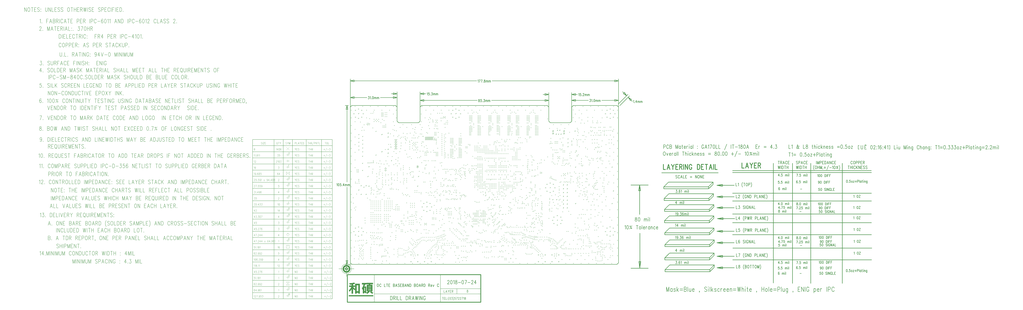
<source format=gbr>
G04 CAM350 V10.0.1 (Build 314) Date:  Fri Jul 27 19:03:04 2018 *
G04 Database: (Untitled) *
G04 Layer 17: FAB *
%FSLAX25Y25*%
%MOIN*%
%SFA1.000B1.000*%

%MIA0B0*%
%IPPOS*%
%ADD10C,0.00400*%
%ADD11C,0.00800*%
%ADD12C,0.01000*%
%ADD13C,0.00500*%
%ADD14C,0.01200*%
%ADD15C,0.02000*%
%ADD16C,0.04000*%
%ADD17C,0.00700*%
%ADD18C,0.00600*%
%LNFAB*%
%LPD*%
G54D10*
X591024Y284631D02*
G01X593024D01*
X592024Y283631D02*
G01Y285631D01*
X591381Y313462D02*
G01X593381Y315462D01*
X591381D02*
G01X593381Y313462D01*
X591024Y281881D02*
G01X593024D01*
X592024Y280881D02*
G01Y282881D01*
X591381Y309543D02*
G01X593381Y311543D01*
X591381D02*
G01X593381Y309543D01*
X588814Y297470D02*
G01X590814D01*
X589814Y296470D02*
G01Y298470D01*
X591400Y322300D02*
G01X593400Y324300D01*
X591400D02*
G01X593400Y322300D01*
X588814Y295070D02*
G01X590814D01*
X589814Y294070D02*
G01Y296070D01*
X591400Y318374D02*
G01X593400Y320374D01*
X591400D02*
G01X593400Y318374D01*
X121858Y219653D02*
G01X123858D01*
X122858Y218653D02*
G01Y220653D01*
X113984Y219653D02*
G01X115984D01*
X114984Y218653D02*
G01Y220653D01*
X129732Y214928D02*
G01X131732D01*
X130732Y213928D02*
G01Y215928D01*
X172706Y192502D02*
G01X174706D01*
X173706Y191502D02*
G01Y193502D01*
X223705Y219502D02*
G01X225705D01*
X224706Y218502D02*
G01Y220502D01*
X172706Y188002D02*
G01X174706D01*
X173706Y187002D02*
G01Y189002D01*
X167906Y192502D02*
G01X169906D01*
X168906Y191502D02*
G01Y193502D01*
X56885Y241827D02*
G01X58884D01*
X57885Y240827D02*
G01Y242827D01*
X167906Y188002D02*
G01X169906D01*
X168906Y187002D02*
G01Y189002D01*
X56907Y238367D02*
G01X58907D01*
X57907Y237367D02*
G01Y239367D01*
X481980Y153000D02*
G01X483980D01*
X482980Y152000D02*
G01Y154000D01*
X482126Y157606D02*
G01X484126D01*
X483126Y156606D02*
G01Y158606D01*
X479200Y165960D02*
G01X481200D01*
X480200Y164960D02*
G01Y166960D01*
X107077Y226910D02*
G01X109077D01*
X108077Y225910D02*
G01Y227910D01*
X112480Y260470D02*
G01X114480D01*
X113480Y259470D02*
G01Y261470D01*
X128000Y294400D02*
G01X130000D01*
X129000Y293400D02*
G01Y295400D01*
X602890Y45940D02*
G01X604890D01*
X603890Y44940D02*
G01Y46940D01*
X474661Y166235D02*
G01X476661D01*
X475661Y165235D02*
G01Y167235D01*
X459950Y106880D02*
G01X461950D01*
X460950Y105880D02*
G01Y107880D01*
X477440Y120880D02*
G01X479440D01*
X478440Y119880D02*
G01Y121880D01*
X488500Y108500D02*
G01X490500D01*
X489500Y107500D02*
G01Y109500D01*
X179160Y242880D02*
G01X181160D01*
X180160Y241880D02*
G01Y243880D01*
X639090Y30930D02*
G01X641090D01*
X640090Y29930D02*
G01Y31930D01*
X388890Y20870D02*
G01X390890D01*
X389890Y19870D02*
G01Y21870D01*
X276120Y140750D02*
G01X278120D01*
X277120Y139750D02*
G01Y141750D01*
X519600Y163400D02*
G01X521600D01*
X520600Y162400D02*
G01Y164400D01*
X519600Y172200D02*
G01X521600D01*
X520600Y171200D02*
G01Y173200D01*
X519600Y169400D02*
G01X521600D01*
X520600Y168400D02*
G01Y170400D01*
X458200Y154200D02*
G01X460200D01*
X459200Y153200D02*
G01Y155200D01*
X224450Y133100D02*
G01X226450D01*
X225450Y132100D02*
G01Y134100D01*
X287740Y127860D02*
G01X289740D01*
X288740Y126860D02*
G01Y128860D01*
X388535Y147981D02*
G01X390535D01*
X389535Y146981D02*
G01Y148981D01*
X271150Y148250D02*
G01X273150D01*
X272150Y147250D02*
G01Y149250D01*
X283440Y147670D02*
G01X285440D01*
X284440Y146670D02*
G01Y148670D01*
X9600Y45000D02*
G01X11600D01*
X10600Y44000D02*
G01Y46000D01*
X9600Y14800D02*
G01X11600D01*
X10600Y13800D02*
G01Y15800D01*
X54686Y52416D02*
G01X56686D01*
X55686Y51416D02*
G01Y53416D01*
X52400Y26250D02*
G01X54400D01*
X53400Y25250D02*
G01Y27250D01*
X40200Y54600D02*
G01X42200D01*
X41200Y53600D02*
G01Y55600D01*
X42000Y56500D02*
G01X44000D01*
X43000Y55500D02*
G01Y57500D01*
X130400Y302400D02*
G01X132400D01*
X131400Y301400D02*
G01Y303400D01*
X125800Y337000D02*
G01X127800D01*
X126800Y336000D02*
G01Y338000D01*
X132200Y332000D02*
G01X134200D01*
X133200Y331000D02*
G01Y333000D01*
X131400Y309800D02*
G01X133400D01*
X132400Y308800D02*
G01Y310800D01*
X383210Y175850D02*
G01X385210D01*
X384210Y174850D02*
G01Y176850D01*
X370800Y170770D02*
G01X372800D01*
X371800Y169770D02*
G01Y171770D01*
X388850Y34310D02*
G01X390850D01*
X389850Y33310D02*
G01Y35310D01*
X257840Y145250D02*
G01X259840D01*
X258840Y144250D02*
G01Y146250D01*
X260100Y121530D02*
G01X262100D01*
X261100Y120530D02*
G01Y122530D01*
X257070Y111890D02*
G01X259070D01*
X258070Y110890D02*
G01Y112890D01*
X498320Y90810D02*
G01X500320D01*
X499320Y89810D02*
G01Y91810D01*
X456000Y169800D02*
G01X458000D01*
X457000Y168800D02*
G01Y170800D01*
X447340Y174260D02*
G01X449340D01*
X448340Y173260D02*
G01Y175260D01*
X519140Y160000D02*
G01X521140D01*
X520140Y159000D02*
G01Y161000D01*
X224290Y138200D02*
G01X226290D01*
X225290Y137200D02*
G01Y139200D01*
X467010Y85320D02*
G01X469010D01*
X468010Y84320D02*
G01Y86320D01*
X459480Y120300D02*
G01X461480D01*
X460480Y119300D02*
G01Y121300D01*
X254880Y147900D02*
G01X256880D01*
X255880Y146900D02*
G01Y148900D01*
X52020Y35280D02*
G01X54020D01*
X53020Y34280D02*
G01Y36280D01*
X52430Y16000D02*
G01X54430D01*
X53430Y15000D02*
G01Y17000D01*
X68250Y201790D02*
G01X70250D01*
X69250Y200790D02*
G01Y202790D01*
X112200Y335600D02*
G01X114200D01*
X113200Y334600D02*
G01Y336600D01*
X112940Y294790D02*
G01X114940D01*
X113940Y293790D02*
G01Y295790D01*
X104200Y313200D02*
G01X106200D01*
X105200Y312200D02*
G01Y314200D01*
X478271Y138505D02*
G01X480270D01*
X479271Y137505D02*
G01Y139505D01*
X408126Y97882D02*
G01X410126D01*
X409126Y96882D02*
G01Y98882D01*
X233600Y137200D02*
G01X235600Y139200D01*
X233600D02*
G01X235600Y137200D01*
X124500Y195000D02*
G01X126500D01*
X125500Y194000D02*
G01Y196000D01*
X68417Y188964D02*
G01X70417Y190964D01*
X68417D02*
G01X70417Y188964D01*
X398848Y198619D02*
G01X400848D01*
X399848Y197619D02*
G01Y199619D01*
X392750Y93000D02*
G01X394750D01*
X393750Y92000D02*
G01Y94000D01*
X617110Y222430D02*
G01X619110D01*
X618110Y221430D02*
G01Y223430D01*
X629306Y346702D02*
G01X631306D01*
X630306Y345702D02*
G01Y347702D01*
X622820Y260100D02*
G01X624820D01*
X623820Y259100D02*
G01Y261100D01*
X293854Y97746D02*
G01X295854D01*
X294854Y96746D02*
G01Y98746D01*
X256106Y169402D02*
G01X258106D01*
X257106Y168402D02*
G01Y170402D01*
X106147Y195080D02*
G01X108147Y197080D01*
X106147D02*
G01X108147Y195080D01*
X92300Y270400D02*
G01X94300D01*
X93300Y269400D02*
G01Y271400D01*
X147220Y341330D02*
G01X149220D01*
X148220Y340330D02*
G01Y342330D01*
X91250Y219750D02*
G01X93250D01*
X92250Y218750D02*
G01Y220750D01*
X99191Y220060D02*
G01X101191D01*
X100191Y219060D02*
G01Y221060D01*
X106109Y224377D02*
G01X108109D01*
X107109Y223377D02*
G01Y225377D01*
X67750Y264020D02*
G01X69750Y266020D01*
X67750D02*
G01X69750Y264020D01*
X636806Y326302D02*
G01X638806D01*
X637806Y325302D02*
G01Y327302D01*
X339793Y210430D02*
G01X341793D01*
X340793Y209430D02*
G01Y211430D01*
X347667Y210430D02*
G01X349667D01*
X348667Y209430D02*
G01Y211430D01*
X351604Y198619D02*
G01X353604D01*
X352604Y197619D02*
G01Y199619D01*
X371289Y198619D02*
G01X373289D01*
X372289Y197619D02*
G01Y199619D01*
X331919Y194682D02*
G01X333919D01*
X332919Y193682D02*
G01Y195682D01*
X498375Y238012D02*
G01X500375D01*
X499375Y237012D02*
G01Y239012D01*
X438250Y213250D02*
G01X440250Y215250D01*
X438250D02*
G01X440250Y213250D01*
X185620Y340430D02*
G01X187620D01*
X186620Y339430D02*
G01Y341430D01*
X180220Y278630D02*
G01X182220D01*
X181220Y277630D02*
G01Y279630D01*
X182920Y281930D02*
G01X184920D01*
X183920Y280930D02*
G01Y282930D01*
X494268Y197100D02*
G01X496268D01*
X495268Y196100D02*
G01Y198100D01*
X605300Y206100D02*
G01X607300D01*
X606300Y205100D02*
G01Y207100D01*
X592747Y227209D02*
G01X594747D01*
X593747Y226209D02*
G01Y228209D01*
X609100Y197700D02*
G01X611100D01*
X610100Y196700D02*
G01Y198700D01*
X631406Y164002D02*
G01X633406D01*
X632406Y163002D02*
G01Y165002D01*
X645310Y128180D02*
G01X647310D01*
X646310Y127180D02*
G01Y129180D01*
X616600Y216100D02*
G01X618600D01*
X617600Y215100D02*
G01Y217100D01*
X634700Y224530D02*
G01X636700D01*
X635700Y223530D02*
G01Y225530D01*
X607706Y189502D02*
G01X609706D01*
X608706Y188502D02*
G01Y190502D01*
X586106Y96802D02*
G01X588106D01*
X587106Y95802D02*
G01Y97802D01*
X379000Y202500D02*
G01X381000D01*
X380000Y201500D02*
G01Y203500D01*
X199425Y302691D02*
G01X201425D01*
X200425Y301691D02*
G01Y303691D01*
X49400Y380700D02*
G01X51400D01*
X50400Y379700D02*
G01Y381700D01*
X570200Y215400D02*
G01X572200D01*
X571200Y214400D02*
G01Y216400D01*
X226105Y186202D02*
G01X228105D01*
X227106Y185202D02*
G01Y187202D01*
X646406Y95752D02*
G01X648406D01*
X647406Y94752D02*
G01Y96752D01*
X544400Y193200D02*
G01X546400D01*
X545400Y192200D02*
G01Y194200D01*
X616706Y188002D02*
G01X618706D01*
X617706Y187002D02*
G01Y189002D01*
X546500Y180004D02*
G01X548500D01*
X547500Y179004D02*
G01Y181004D01*
X598800Y184300D02*
G01X600800D01*
X599800Y183300D02*
G01Y185300D01*
X611300Y183600D02*
G01X613300D01*
X612300Y182600D02*
G01Y184600D01*
X618500Y175600D02*
G01X620500D01*
X619500Y174600D02*
G01Y176600D01*
X546500Y170004D02*
G01X548500D01*
X547500Y169004D02*
G01Y171004D01*
X593250Y351500D02*
G01X595250D01*
X594250Y350500D02*
G01Y352500D01*
X636500Y343500D02*
G01X638500D01*
X637500Y342500D02*
G01Y344500D01*
X630806Y316702D02*
G01X632806D01*
X631806Y315702D02*
G01Y317702D01*
X618206Y170302D02*
G01X620206D01*
X619206Y169302D02*
G01Y171302D01*
X551900Y162900D02*
G01X553900D01*
X552900Y161900D02*
G01Y163900D01*
X642950Y343450D02*
G01X644950D01*
X643950Y342450D02*
G01Y344450D01*
X653050Y343500D02*
G01X655050D01*
X654050Y342500D02*
G01Y344500D01*
X662306Y340402D02*
G01X664306D01*
X663306Y339402D02*
G01Y341402D01*
X662306Y346402D02*
G01X664306D01*
X663306Y345402D02*
G01Y347402D01*
X663506Y349702D02*
G01X665506D01*
X664506Y348702D02*
G01Y350702D01*
X668906Y349702D02*
G01X670906D01*
X669906Y348702D02*
G01Y350702D01*
X534500Y181800D02*
G01X536500D01*
X535500Y180800D02*
G01Y182800D01*
X286100Y179700D02*
G01X288100D01*
X287100Y178700D02*
G01Y180700D01*
X263900Y182700D02*
G01X265900D01*
X264900Y181700D02*
G01Y183700D01*
X644000Y374302D02*
G01X646000D01*
X645000Y373302D02*
G01Y375302D01*
X554306Y309502D02*
G01X556306D01*
X555306Y308502D02*
G01Y310502D01*
X631500Y374301D02*
G01X633500D01*
X632500Y373301D02*
G01Y375301D01*
X618806Y374302D02*
G01X620806D01*
X619806Y373302D02*
G01Y375302D01*
X620000Y91500D02*
G01X622000D01*
X621000Y90500D02*
G01Y92500D01*
X67601Y236821D02*
G01X69601D01*
X68601Y235821D02*
G01Y237821D01*
X82250Y169500D02*
G01X84250D01*
X83250Y168500D02*
G01Y170500D01*
X77250Y186750D02*
G01X79250D01*
X78250Y185750D02*
G01Y187750D01*
X433500Y56800D02*
G01X435500Y58800D01*
X433500D02*
G01X435500Y56800D01*
X564250Y86000D02*
G01X566250D01*
X565250Y85000D02*
G01Y87000D01*
X568250Y86000D02*
G01X570250D01*
X569250Y85000D02*
G01Y87000D01*
X267200Y80900D02*
G01X269200Y82900D01*
X267200D02*
G01X269200Y80900D01*
X289250Y176750D02*
G01X291250D01*
X290250Y175750D02*
G01Y177750D01*
X220506Y361002D02*
G01X222505D01*
X221506Y360002D02*
G01Y362002D01*
X637770Y123920D02*
G01X639770Y125920D01*
X637770D02*
G01X639770Y123920D01*
X594505Y286481D02*
G01X596505D01*
X595505Y285481D02*
G01Y287481D01*
X243000Y208500D02*
G01X245000D01*
X244000Y207500D02*
G01Y209500D01*
X394911Y214367D02*
G01X396911D01*
X395911Y213367D02*
G01Y215367D01*
X390974Y202556D02*
G01X392974D01*
X391974Y201556D02*
G01Y203556D01*
X423500Y190750D02*
G01X425500D01*
X424500Y189750D02*
G01Y191750D01*
X613290Y304653D02*
G01X615290D01*
X614290Y303653D02*
G01Y305653D01*
X495200Y240600D02*
G01X497200D01*
X496200Y239600D02*
G01Y241600D01*
X498348Y240393D02*
G01X500348D01*
X499348Y239393D02*
G01Y241393D01*
X497400Y272900D02*
G01X499400D01*
X498400Y271900D02*
G01Y273900D01*
X495300Y237800D02*
G01X497300D01*
X496300Y236800D02*
G01Y238800D01*
X146050Y288080D02*
G01X148050D01*
X147050Y287080D02*
G01Y289080D01*
X412565Y151134D02*
G01X414565D01*
X413565Y150134D02*
G01Y152134D01*
X220506Y364502D02*
G01X222505D01*
X221506Y363502D02*
G01Y365502D01*
X589706Y326302D02*
G01X591706D01*
X590706Y325302D02*
G01Y327302D01*
X592606Y217902D02*
G01X594606D01*
X593606Y216902D02*
G01Y218902D01*
X615506Y169102D02*
G01X617506D01*
X616506Y168102D02*
G01Y170102D01*
X399800Y170700D02*
G01X401800D01*
X400800Y169700D02*
G01Y171700D01*
X248300Y192000D02*
G01X250300D01*
X249300Y191000D02*
G01Y193000D01*
X272006Y193702D02*
G01X274006D01*
X273006Y192702D02*
G01Y194702D01*
X398848Y214367D02*
G01X400848D01*
X399848Y213367D02*
G01Y215367D01*
X402500Y213500D02*
G01X404500Y215500D01*
X402500D02*
G01X404500Y213500D01*
X387037Y214367D02*
G01X389037D01*
X388037Y213367D02*
G01Y215367D01*
X379163Y210430D02*
G01X381163D01*
X380163Y209430D02*
G01Y211430D01*
X371289Y210430D02*
G01X373289D01*
X372289Y209430D02*
G01Y211430D01*
X363415Y210430D02*
G01X365415D01*
X364415Y209430D02*
G01Y211430D01*
X355541Y210430D02*
G01X357541D01*
X356541Y209430D02*
G01Y211430D01*
X527905Y299002D02*
G01X529906D01*
X528906Y298002D02*
G01Y300002D01*
X587330Y237620D02*
G01X589330D01*
X588330Y236620D02*
G01Y238620D01*
X615210Y233730D02*
G01X617210D01*
X616210Y232730D02*
G01Y234730D01*
X680906Y326002D02*
G01X682906D01*
X681906Y325002D02*
G01Y327002D01*
X644440Y268920D02*
G01X646440D01*
X645440Y267920D02*
G01Y269920D01*
X298250Y233000D02*
G01X300250D01*
X299250Y232000D02*
G01Y234000D01*
X285750Y237500D02*
G01X287750D01*
X286750Y236500D02*
G01Y238500D01*
X275006Y238252D02*
G01X277006D01*
X276006Y237252D02*
G01Y239252D01*
X254250Y243250D02*
G01X256250D01*
X255250Y242250D02*
G01Y244250D01*
X248500Y238250D02*
G01X250500D01*
X249500Y237250D02*
G01Y239250D01*
X243000Y205500D02*
G01X245000D01*
X244000Y204500D02*
G01Y206500D01*
X229250Y246000D02*
G01X231250D01*
X230250Y245000D02*
G01Y247000D01*
X275900Y179700D02*
G01X277900D01*
X276900Y178700D02*
G01Y180700D01*
X257900Y183900D02*
G01X259900D01*
X258900Y182900D02*
G01Y184900D01*
X137600Y181800D02*
G01X139600D01*
X138600Y180800D02*
G01Y182800D01*
X149006Y182002D02*
G01X151006D01*
X150006Y181002D02*
G01Y183002D01*
X146000Y179400D02*
G01X148000D01*
X147000Y178400D02*
G01Y180400D01*
X139000Y128750D02*
G01X141000D01*
X140000Y127750D02*
G01Y129750D01*
X133500Y114250D02*
G01X135500D01*
X134500Y113250D02*
G01Y115250D01*
X397000Y188500D02*
G01X399000D01*
X398000Y187500D02*
G01Y189500D01*
X414596Y202556D02*
G01X416596D01*
X415596Y201556D02*
G01Y203556D01*
X415706Y216502D02*
G01X417706D01*
X416706Y215502D02*
G01Y217502D01*
X429750Y173250D02*
G01X431750D01*
X430750Y172250D02*
G01Y174250D01*
X424000Y170000D02*
G01X426000D01*
X425000Y169000D02*
G01Y171000D01*
X50518Y168801D02*
G01X52518D01*
X51518Y167801D02*
G01Y169801D01*
X602500Y275500D02*
G01X604500D01*
X603500Y274500D02*
G01Y276500D01*
X499948Y131204D02*
G01X501948D01*
X500948Y130204D02*
G01Y132204D01*
X472700Y192600D02*
G01X474700D01*
X473700Y191600D02*
G01Y193600D01*
X418533Y202556D02*
G01X420533D01*
X419533Y201556D02*
G01Y203556D01*
X475348Y138586D02*
G01X477348D01*
X476348Y137586D02*
G01Y139586D01*
X410347Y95860D02*
G01X412347D01*
X411347Y94860D02*
G01Y96860D01*
X233600Y132100D02*
G01X235600Y134100D01*
X233600D02*
G01X235600Y132100D01*
X138157Y209204D02*
G01X140157Y211204D01*
X138157D02*
G01X140157Y209204D01*
X71266Y189982D02*
G01X73266Y191982D01*
X71266D02*
G01X73266Y189982D01*
X483720Y117430D02*
G01X485720D01*
X484720Y116430D02*
G01Y118430D01*
X481283Y140970D02*
G01X483283D01*
X482283Y139970D02*
G01Y141970D01*
X183806Y187702D02*
G01X185806D01*
X184806Y186702D02*
G01Y188702D01*
X225406Y195602D02*
G01X227406D01*
X226406Y194602D02*
G01Y196602D01*
X628700Y276900D02*
G01X630700D01*
X629700Y275900D02*
G01Y277900D01*
X178406Y187702D02*
G01X180406D01*
X179406Y186702D02*
G01Y188702D01*
X644400Y293000D02*
G01X646400D01*
X645400Y292000D02*
G01Y294000D01*
X638700Y304600D02*
G01X640700D01*
X639700Y303600D02*
G01Y305600D01*
X183806Y184402D02*
G01X185806D01*
X184806Y183402D02*
G01Y185402D01*
X422470Y202556D02*
G01X424470D01*
X423470Y201556D02*
G01Y203556D01*
X519903Y139370D02*
G01X521903D01*
X520903Y138370D02*
G01Y140370D01*
X371289Y206493D02*
G01X373289D01*
X372289Y205493D02*
G01Y207493D01*
X524891Y138544D02*
G01X526891D01*
X525891Y137544D02*
G01Y139544D01*
X649500Y305000D02*
G01X651500Y307000D01*
X649500D02*
G01X651500Y305000D01*
X499000Y153200D02*
G01X501000D01*
X500000Y152200D02*
G01Y154200D01*
X367352Y206493D02*
G01X369352D01*
X368352Y205493D02*
G01Y207493D01*
X430250Y168250D02*
G01X432250D01*
X431250Y167250D02*
G01Y169250D01*
X497200Y133400D02*
G01X499200Y135400D01*
X497200D02*
G01X499200Y133400D01*
X472700Y198000D02*
G01X474700D01*
X473700Y197000D02*
G01Y199000D01*
X406722Y206493D02*
G01X408722D01*
X407722Y205493D02*
G01Y207493D01*
X495000Y110600D02*
G01X497000D01*
X496000Y109600D02*
G01Y111600D01*
X461297Y175011D02*
G01X463297D01*
X462297Y174011D02*
G01Y176011D01*
X489750Y122700D02*
G01X491750D01*
X490750Y121700D02*
G01Y123700D01*
X459357Y172163D02*
G01X461357D01*
X460357Y171163D02*
G01Y173163D01*
X484010Y120450D02*
G01X486010D01*
X485010Y119450D02*
G01Y121450D01*
X487629Y153794D02*
G01X489629D01*
X488629Y152794D02*
G01Y154794D01*
X76600Y270300D02*
G01X78600D01*
X77600Y269300D02*
G01Y271300D01*
X251200Y140300D02*
G01X253200D01*
X252200Y139300D02*
G01Y141300D01*
X353370Y87675D02*
G01X355370D01*
X354370Y86675D02*
G01Y88675D01*
X375226Y202556D02*
G01X377226D01*
X376226Y201556D02*
G01Y203556D01*
X137520Y342330D02*
G01X139520D01*
X138520Y341330D02*
G01Y343330D01*
X375226Y198619D02*
G01X377226D01*
X376226Y197619D02*
G01Y199619D01*
X343000Y52000D02*
G01X345000D01*
X344000Y51000D02*
G01Y53000D01*
X402785Y194682D02*
G01X404785D01*
X403785Y193682D02*
G01Y195682D01*
X388000Y61100D02*
G01X390000D01*
X389000Y60100D02*
G01Y62100D01*
X130406Y246502D02*
G01X132406D01*
X131406Y245502D02*
G01Y247502D01*
X123205Y270352D02*
G01X125205D01*
X124205Y269352D02*
G01Y271352D01*
X59900Y183400D02*
G01X61900D01*
X60900Y182400D02*
G01Y184400D01*
X32822Y62982D02*
G01X34822D01*
X33822Y61982D02*
G01Y63982D01*
X351750Y60750D02*
G01X353750D01*
X352750Y59750D02*
G01Y61750D01*
X405250Y179250D02*
G01X407250Y181250D01*
X405250D02*
G01X407250Y179250D01*
X343730Y218304D02*
G01X345730D01*
X344730Y217304D02*
G01Y219304D01*
X343706Y249802D02*
G01X345706D01*
X344706Y248802D02*
G01Y250802D01*
X295400Y259200D02*
G01X297400D01*
X296400Y258200D02*
G01Y260200D01*
X243206Y180502D02*
G01X245206D01*
X244206Y179502D02*
G01Y181502D01*
X427105Y153578D02*
G01X429105Y155578D01*
X427105D02*
G01X429105Y153578D01*
X541126Y144882D02*
G01X543126D01*
X542126Y143882D02*
G01Y145882D01*
X367250Y155000D02*
G01X369250D01*
X368250Y154000D02*
G01Y156000D01*
X359478Y198619D02*
G01X361478D01*
X360478Y197619D02*
G01Y199619D01*
X557000Y215400D02*
G01X559000D01*
X558000Y214400D02*
G01Y216400D01*
X644500Y196102D02*
G01X646500D01*
X645500Y195102D02*
G01Y197102D01*
X389500Y186500D02*
G01X391500D01*
X390500Y185500D02*
G01Y187500D01*
X483250Y185250D02*
G01X485250Y187250D01*
X483250D02*
G01X485250Y185250D01*
X654700Y307300D02*
G01X656700Y309300D01*
X654700D02*
G01X656700Y307300D01*
X415207Y96410D02*
G01X417207D01*
X416207Y95410D02*
G01Y97410D01*
X280000Y118702D02*
G01X282000D01*
X281000Y117702D02*
G01Y119702D01*
X645000Y305900D02*
G01X647000Y307900D01*
X645000D02*
G01X647000Y305900D01*
X483962Y174412D02*
G01X485962D01*
X484962Y173412D02*
G01Y175412D01*
X496730Y106650D02*
G01X498730D01*
X497730Y105650D02*
G01Y107650D01*
X467420Y178220D02*
G01X469420D01*
X468420Y177220D02*
G01Y179220D01*
X351806Y188302D02*
G01X353806D01*
X352806Y187302D02*
G01Y189302D01*
X560600Y215100D02*
G01X562600D01*
X561600Y214100D02*
G01Y216100D01*
X641500Y195652D02*
G01X643500D01*
X642500Y194652D02*
G01Y196652D01*
X376500Y175000D02*
G01X378500D01*
X377500Y174000D02*
G01Y176000D01*
X563339Y263588D02*
G01X565339D01*
X564339Y262588D02*
G01Y264588D01*
X499508Y157643D02*
G01X501508D01*
X500508Y156643D02*
G01Y158643D01*
X653400Y271400D02*
G01X655400Y273400D01*
X653400D02*
G01X655400Y271400D01*
X642200Y275100D02*
G01X644200Y277100D01*
X642200D02*
G01X644200Y275100D01*
X474547Y149604D02*
G01X476547D01*
X475547Y148604D02*
G01Y150604D01*
X380500Y169500D02*
G01X382500D01*
X381500Y168500D02*
G01Y170500D01*
X570050Y264231D02*
G01X572050D01*
X571050Y263231D02*
G01Y265231D01*
X651400Y277600D02*
G01X653400Y279600D01*
X651400D02*
G01X653400Y277600D01*
X488309Y158894D02*
G01X490309D01*
X489309Y157894D02*
G01Y159894D01*
X356400Y168300D02*
G01X358400D01*
X357400Y167300D02*
G01Y169300D01*
X233740Y166010D02*
G01X235740D01*
X234740Y165010D02*
G01Y167010D01*
X472006Y86302D02*
G01X474006D01*
X473006Y85302D02*
G01Y87302D01*
X188606Y240202D02*
G01X190606D01*
X189606Y239202D02*
G01Y241202D01*
X425608Y32832D02*
G01X427608D01*
X426608Y31832D02*
G01Y33832D01*
X107750Y83000D02*
G01X109750D01*
X108750Y82000D02*
G01Y84000D01*
X52300Y39610D02*
G01X54300D01*
X53300Y38610D02*
G01Y40610D01*
X28010Y62780D02*
G01X30010D01*
X29010Y61780D02*
G01Y63780D01*
X442048Y177332D02*
G01X444048D01*
X443048Y176332D02*
G01Y178332D01*
X448280Y147400D02*
G01X450280D01*
X449280Y146400D02*
G01Y148400D01*
X426407Y202556D02*
G01X428407D01*
X427407Y201556D02*
G01Y203556D01*
X453223Y158637D02*
G01X455223D01*
X454223Y157637D02*
G01Y159637D01*
X498637Y163869D02*
G01X500637D01*
X499637Y162869D02*
G01Y164869D01*
X646900Y304000D02*
G01X648900Y306000D01*
X646900D02*
G01X648900Y304000D01*
X484417Y127448D02*
G01X486417D01*
X485417Y126448D02*
G01Y128448D01*
X459191Y134284D02*
G01X461191D01*
X460191Y133284D02*
G01Y135284D01*
X500800Y89690D02*
G01X502800D01*
X501800Y88690D02*
G01Y90690D01*
X420500Y144200D02*
G01X422500Y146200D01*
X420500D02*
G01X422500Y144200D01*
X367352Y202556D02*
G01X369352D01*
X368352Y201556D02*
G01Y203556D01*
X567529Y261583D02*
G01X569529D01*
X568529Y260583D02*
G01Y262583D01*
X43800Y173000D02*
G01X45800D01*
X44800Y172000D02*
G01Y174000D01*
X475303Y244900D02*
G01X477303Y246900D01*
X475303D02*
G01X477303Y244900D01*
X496569Y179311D02*
G01X498569D01*
X497569Y178311D02*
G01Y180311D01*
X500030Y107370D02*
G01X502030D01*
X501030Y106370D02*
G01Y108370D01*
X606806Y320002D02*
G01X608806D01*
X607806Y319002D02*
G01Y321002D01*
X34412Y200835D02*
G01X36412D01*
X35412Y199835D02*
G01Y201835D01*
X35912Y202648D02*
G01Y201335D01*
Y202648D02*
G01X36503D01*
X35912Y202023D02*
G01X36276D01*
X104000Y73000D02*
G01X106000D01*
X105000Y72000D02*
G01Y74000D01*
X61000Y59000D02*
G01X63000D01*
X62000Y58000D02*
G01Y60000D01*
X164920Y318530D02*
G01X166920D01*
X165920Y317530D02*
G01Y319530D01*
X177774Y334057D02*
G01X179774D01*
X178774Y333057D02*
G01Y335057D01*
X167620Y315530D02*
G01X169620D01*
X168620Y314530D02*
G01Y316530D01*
X161320Y303230D02*
G01X163320D01*
X162320Y302230D02*
G01Y304230D01*
X170020Y306230D02*
G01X172020D01*
X171020Y305230D02*
G01Y307230D01*
X172420Y303230D02*
G01X174420D01*
X173420Y302230D02*
G01Y304230D01*
X174820Y306230D02*
G01X176820D01*
X175820Y305230D02*
G01Y307230D01*
X174520Y318530D02*
G01X176520D01*
X175520Y317530D02*
G01Y319530D01*
X133500Y111500D02*
G01X135500D01*
X134500Y110500D02*
G01Y112500D01*
X167620Y309530D02*
G01X169620D01*
X168620Y308530D02*
G01Y310530D01*
X648206Y40552D02*
G01X650206D01*
X649206Y39552D02*
G01Y41552D01*
X286500Y412500D02*
G01X288500D01*
X287500Y411500D02*
G01Y413500D01*
X296500Y402500D02*
G01X298500D01*
X297500Y401500D02*
G01Y403500D01*
X209000Y392500D02*
G01X211000D01*
X210000Y391500D02*
G01Y393500D01*
X256500Y402500D02*
G01X258500D01*
X257500Y401500D02*
G01Y403500D01*
X696500Y322500D02*
G01X698500D01*
X697500Y321500D02*
G01Y323500D01*
X236500Y402500D02*
G01X238500D01*
X237500Y401500D02*
G01Y403500D01*
X266500Y412500D02*
G01X268500D01*
X267500Y411500D02*
G01Y413500D01*
X159000Y365000D02*
G01X161000D01*
X160000Y364000D02*
G01Y366000D01*
X246500Y412500D02*
G01X248500D01*
X247500Y411500D02*
G01Y413500D01*
X169000Y357500D02*
G01X171000D01*
X170000Y356500D02*
G01Y358500D01*
X216500Y402500D02*
G01X218500D01*
X217500Y401500D02*
G01Y403500D01*
X196500Y402500D02*
G01X198500D01*
X197500Y401500D02*
G01Y403500D01*
X186500Y412500D02*
G01X188500D01*
X187500Y411500D02*
G01Y413500D01*
X170020Y318530D02*
G01X172020D01*
X171020Y317530D02*
G01Y319530D01*
X206500Y412500D02*
G01X208500D01*
X207500Y411500D02*
G01Y413500D01*
X226500Y412500D02*
G01X228500D01*
X227500Y411500D02*
G01Y413500D01*
X306500Y412500D02*
G01X308500D01*
X307500Y411500D02*
G01Y413500D01*
X158006Y109402D02*
G01X160006D01*
X159006Y108402D02*
G01Y110402D01*
X306500Y395000D02*
G01X308500D01*
X307500Y394000D02*
G01Y396000D01*
X181500Y365000D02*
G01X183500D01*
X182500Y364000D02*
G01Y366000D01*
X162220Y309530D02*
G01X164220D01*
X163220Y308530D02*
G01Y310530D01*
X184000Y392500D02*
G01X186000D01*
X185000Y391500D02*
G01Y393500D01*
X184000Y372500D02*
G01X186000D01*
X185000Y371500D02*
G01Y373500D01*
X222505Y376702D02*
G01X224505D01*
X223506Y375702D02*
G01Y377702D01*
X226406Y376702D02*
G01X228406D01*
X227406Y375702D02*
G01Y377702D01*
X162220Y315530D02*
G01X164220D01*
X163220Y314530D02*
G01Y316530D01*
X224505Y373302D02*
G01X226505D01*
X225506Y372302D02*
G01Y374302D01*
X222505Y370102D02*
G01X224505D01*
X223506Y369102D02*
G01Y371102D01*
X129000Y357500D02*
G01X131000D01*
X130000Y356500D02*
G01Y358500D01*
X226406Y370102D02*
G01X228406D01*
X227406Y369102D02*
G01Y371102D01*
X136500Y365000D02*
G01X138500D01*
X137500Y364000D02*
G01Y366000D01*
X209000Y15200D02*
G01X211000Y17200D01*
X209000D02*
G01X211000Y15200D01*
X146500Y357500D02*
G01X148500D01*
X147500Y356500D02*
G01Y358500D01*
X426500Y412500D02*
G01X428500D01*
X427500Y411500D02*
G01Y413500D01*
X446500Y412500D02*
G01X448500D01*
X447500Y411500D02*
G01Y413500D01*
X406500Y412500D02*
G01X408500D01*
X407500Y411500D02*
G01Y413500D01*
X436500Y402500D02*
G01X438500D01*
X437500Y401500D02*
G01Y403500D01*
X456500Y402500D02*
G01X458500D01*
X457500Y401500D02*
G01Y403500D01*
X114000Y350000D02*
G01X116000D01*
X115000Y349000D02*
G01Y351000D01*
X366500Y412500D02*
G01X368500D01*
X367500Y411500D02*
G01Y413500D01*
X114000Y362500D02*
G01X116000D01*
X115000Y361500D02*
G01Y363500D01*
X346500Y412500D02*
G01X348500D01*
X347500Y411500D02*
G01Y413500D01*
X111500Y392500D02*
G01X113500D01*
X112500Y391500D02*
G01Y393500D01*
X326500Y412500D02*
G01X328500D01*
X327500Y411500D02*
G01Y413500D01*
X119000Y382500D02*
G01X121000D01*
X120000Y381500D02*
G01Y383500D01*
X336500Y402500D02*
G01X338500D01*
X337500Y401500D02*
G01Y403500D01*
X119000Y402500D02*
G01X121000D01*
X120000Y401500D02*
G01Y403500D01*
X416500Y402500D02*
G01X418500D01*
X417500Y401500D02*
G01Y403500D01*
X111500Y412500D02*
G01X113500D01*
X112500Y411500D02*
G01Y413500D01*
X216506Y332302D02*
G01X218506D01*
X217506Y331302D02*
G01Y333302D01*
X82750Y378750D02*
G01X84750D01*
X83750Y377750D02*
G01Y379750D01*
X451000Y49500D02*
G01X453000Y51500D01*
X451000D02*
G01X453000Y49500D01*
X101500Y402500D02*
G01X103500D01*
X102500Y401500D02*
G01Y403500D01*
X466500Y412500D02*
G01X468500D01*
X467500Y411500D02*
G01Y413500D01*
X111500Y372500D02*
G01X113500D01*
X112500Y371500D02*
G01Y373500D01*
X486500Y412500D02*
G01X488500D01*
X487500Y411500D02*
G01Y413500D01*
X506500Y412500D02*
G01X508500D01*
X507500Y411500D02*
G01Y413500D01*
X496500Y402500D02*
G01X498500D01*
X497500Y401500D02*
G01Y403500D01*
X476500Y402500D02*
G01X478500D01*
X477500Y401500D02*
G01Y403500D01*
X545606Y276202D02*
G01X547606D01*
X546606Y275202D02*
G01Y277202D01*
X656500Y162500D02*
G01X658500D01*
X657500Y161500D02*
G01Y163500D01*
X540206Y320602D02*
G01X542206D01*
X541206Y319602D02*
G01Y321602D01*
X256500Y342500D02*
G01X258500D01*
X257500Y341500D02*
G01Y343500D01*
X533606Y320602D02*
G01X535606D01*
X534606Y319602D02*
G01Y321602D01*
X445500Y49500D02*
G01X447500Y51500D01*
X445500D02*
G01X447500Y49500D01*
X536906Y320602D02*
G01X538906D01*
X537906Y319602D02*
G01Y321602D01*
X195500Y15800D02*
G01X197500Y17800D01*
X195500D02*
G01X197500Y15800D01*
X536906Y316702D02*
G01X538906D01*
X537906Y315702D02*
G01Y317702D01*
X514000Y380000D02*
G01X516000D01*
X515000Y379000D02*
G01Y381000D01*
X533606Y316702D02*
G01X535606D01*
X534606Y315702D02*
G01Y317702D01*
X113000Y24500D02*
G01X115000Y26500D01*
X113000D02*
G01X115000Y24500D01*
X540806Y281302D02*
G01X542806D01*
X541806Y280302D02*
G01Y282302D01*
X545606Y281302D02*
G01X547606D01*
X546606Y280302D02*
G01Y282302D01*
X91500Y412500D02*
G01X93500D01*
X92500Y411500D02*
G01Y413500D01*
X543206Y278602D02*
G01X545206D01*
X544206Y277602D02*
G01Y279602D01*
X71500Y412500D02*
G01X73500D01*
X72500Y411500D02*
G01Y413500D01*
X505700Y272100D02*
G01X507700D01*
X506700Y271100D02*
G01Y273100D01*
X81500Y402500D02*
G01X83500D01*
X82500Y401500D02*
G01Y403500D01*
X514000Y280700D02*
G01X516000D01*
X515000Y279700D02*
G01Y281700D01*
X555506Y236902D02*
G01X557506D01*
X556506Y235902D02*
G01Y237902D01*
X159200Y66500D02*
G01X161200Y68500D01*
X159200D02*
G01X161200Y66500D01*
X560606Y236902D02*
G01X562606D01*
X561606Y235902D02*
G01Y237902D01*
X154500Y57250D02*
G01X156500Y59250D01*
X154500D02*
G01X156500Y57250D01*
X555506Y232102D02*
G01X557506D01*
X556506Y231102D02*
G01Y233102D01*
X203750Y34750D02*
G01X205750Y36750D01*
X203750D02*
G01X205750Y34750D01*
X557906Y234502D02*
G01X559906D01*
X558906Y233502D02*
G01Y235502D01*
X560306Y232102D02*
G01X562306D01*
X561306Y231102D02*
G01Y233102D01*
X194000Y382500D02*
G01X196000D01*
X195000Y381500D02*
G01Y383500D01*
X674300Y269500D02*
G01X676300D01*
X675300Y268500D02*
G01Y270500D01*
X186500Y357500D02*
G01X188500D01*
X187500Y356500D02*
G01Y358500D01*
X676500Y282500D02*
G01X678500D01*
X677500Y281500D02*
G01Y283500D01*
X158006Y104602D02*
G01X160006D01*
X159006Y103602D02*
G01Y105602D01*
X686500Y352500D02*
G01X688500D01*
X687500Y351500D02*
G01Y353500D01*
X356500Y402500D02*
G01X358500D01*
X357500Y401500D02*
G01Y403500D01*
X606500Y412500D02*
G01X608500D01*
X607500Y411500D02*
G01Y413500D01*
X494000Y63750D02*
G01X496000Y65750D01*
X494000D02*
G01X496000Y63750D01*
X626500Y412500D02*
G01X628500D01*
X627500Y411500D02*
G01Y413500D01*
X498500Y64000D02*
G01X500500Y66000D01*
X498500D02*
G01X500500Y64000D01*
X646500Y412500D02*
G01X648500D01*
X647500Y411500D02*
G01Y413500D01*
X507000Y63750D02*
G01X509000Y65750D01*
X507000D02*
G01X509000Y63750D01*
X666500Y412500D02*
G01X668500D01*
X667500Y411500D02*
G01Y413500D01*
X486250Y63750D02*
G01X488250Y65750D01*
X486250D02*
G01X488250Y63750D01*
X686500Y412500D02*
G01X688500D01*
X687500Y411500D02*
G01Y413500D01*
X396500Y402500D02*
G01X398500D01*
X397500Y401500D02*
G01Y403500D01*
X696500Y382500D02*
G01X698500D01*
X697500Y381500D02*
G01Y383500D01*
X376500Y402500D02*
G01X378500D01*
X377500Y401500D02*
G01Y403500D01*
X696500Y402500D02*
G01X698500D01*
X697500Y401500D02*
G01Y403500D01*
X386500Y412500D02*
G01X388500D01*
X387500Y411500D02*
G01Y413500D01*
X559000Y355000D02*
G01X561000D01*
X560000Y354000D02*
G01Y356000D01*
X316500Y402500D02*
G01X318500D01*
X317500Y401500D02*
G01Y403500D01*
X571500Y345000D02*
G01X573500D01*
X572500Y344000D02*
G01Y346000D01*
X246500Y357500D02*
G01X248500D01*
X247500Y356500D02*
G01Y358500D01*
X539000Y355000D02*
G01X541000D01*
X540000Y354000D02*
G01Y356000D01*
X207250Y37750D02*
G01X209250Y39750D01*
X207250D02*
G01X209250Y37750D01*
X519000Y355000D02*
G01X521000D01*
X520000Y354000D02*
G01Y356000D01*
X61500Y402500D02*
G01X63500D01*
X62500Y401500D02*
G01Y403500D01*
X529000Y365000D02*
G01X531000D01*
X530000Y364000D02*
G01Y366000D01*
X496250Y20250D02*
G01X498250Y22250D01*
X496250D02*
G01X498250Y20250D01*
X549000Y365000D02*
G01X551000D01*
X550000Y364000D02*
G01Y366000D01*
X495500Y24500D02*
G01X497500Y26500D01*
X495500D02*
G01X497500Y24500D01*
X569000Y365000D02*
G01X571000D01*
X570000Y364000D02*
G01Y366000D01*
X481200Y46300D02*
G01X483200Y48300D01*
X481200D02*
G01X483200Y46300D01*
X586500Y372500D02*
G01X588500D01*
X587500Y371500D02*
G01Y373500D01*
X502000Y20750D02*
G01X504000Y22750D01*
X502000D02*
G01X504000Y20750D01*
X580750Y383250D02*
G01X582750D01*
X581750Y382250D02*
G01Y384250D01*
X494750Y70250D02*
G01X496750Y72250D01*
X494750D02*
G01X496750Y70250D01*
X596500Y382500D02*
G01X598500D01*
X597500Y381500D02*
G01Y383500D01*
X499750Y70250D02*
G01X501750Y72250D01*
X499750D02*
G01X501750Y70250D01*
X586500Y412500D02*
G01X588500D01*
X587500Y411500D02*
G01Y413500D01*
X505750Y70250D02*
G01X507750Y72250D01*
X505750D02*
G01X507750Y70250D01*
X580750Y403250D02*
G01X582750D01*
X581750Y402250D02*
G01Y404250D01*
X531200Y61900D02*
G01X533200Y63900D01*
X531200D02*
G01X533200Y61900D01*
X616500Y402500D02*
G01X618500D01*
X617500Y401500D02*
G01Y403500D01*
X533500Y60200D02*
G01X535500Y62200D01*
X533500D02*
G01X535500Y60200D01*
X596500Y402500D02*
G01X598500D01*
X597500Y401500D02*
G01Y403500D01*
X535700Y57900D02*
G01X537700Y59900D01*
X535700D02*
G01X537700Y57900D01*
X636500Y402500D02*
G01X638500D01*
X637500Y401500D02*
G01Y403500D01*
X538400Y55000D02*
G01X540400Y57000D01*
X538400D02*
G01X540400Y55000D01*
X656500Y382500D02*
G01X658500D01*
X657500Y381500D02*
G01Y383500D01*
X471000Y51500D02*
G01X473000Y53500D01*
X471000D02*
G01X473000Y51500D01*
X586500Y392500D02*
G01X588500D01*
X587500Y391500D02*
G01Y393500D01*
X158006Y114502D02*
G01X160006D01*
X159006Y113502D02*
G01Y115502D01*
X656500Y402500D02*
G01X658500D01*
X657500Y401500D02*
G01Y403500D01*
X152906Y114502D02*
G01X154906D01*
X153906Y113502D02*
G01Y115502D01*
X696500Y342500D02*
G01X698500D01*
X697500Y341500D02*
G01Y343500D01*
X498800Y27800D02*
G01X500800Y29800D01*
X498800D02*
G01X500800Y27800D01*
X686500Y332500D02*
G01X688500D01*
X687500Y331500D02*
G01Y333500D01*
X501000Y24500D02*
G01X503000Y26500D01*
X501000D02*
G01X503000Y24500D01*
X676500Y302500D02*
G01X678500D01*
X677500Y301500D02*
G01Y303500D01*
X378500Y117250D02*
G01X380500Y119250D01*
X378500D02*
G01X380500Y117250D01*
X696500Y302500D02*
G01X698500D01*
X697500Y301500D02*
G01Y303500D01*
X529500Y64600D02*
G01X531500Y66600D01*
X529500D02*
G01X531500Y64600D01*
X666500Y312500D02*
G01X668500D01*
X667500Y311500D02*
G01Y313500D01*
X383000Y104750D02*
G01X385000Y106750D01*
X383000D02*
G01X385000Y104750D01*
X656500Y322500D02*
G01X658500D01*
X657500Y321500D02*
G01Y323500D01*
X236500Y47500D02*
G01X238500Y49500D01*
X236500D02*
G01X238500Y47500D01*
X686500Y312500D02*
G01X688500D01*
X687500Y311500D02*
G01Y313500D01*
X240500Y48200D02*
G01X242500Y50200D01*
X240500D02*
G01X242500Y48200D01*
X696500Y282500D02*
G01X698500D01*
X697500Y281500D02*
G01Y283500D01*
X246250Y48750D02*
G01X248250Y50750D01*
X246250D02*
G01X248250Y48750D01*
X686500Y292500D02*
G01X688500D01*
X687500Y291500D02*
G01Y293500D01*
X512000Y64000D02*
G01X514000Y66000D01*
X512000D02*
G01X514000Y64000D01*
X686500Y272500D02*
G01X688500D01*
X687500Y271500D02*
G01Y273500D01*
X520200Y60000D02*
G01X522200Y62000D01*
X520200D02*
G01X522200Y60000D01*
X668000Y232500D02*
G01X670000D01*
X669000Y231500D02*
G01Y233500D01*
X521800Y61900D02*
G01X523800Y63900D01*
X521800D02*
G01X523800Y61900D01*
X473000Y109250D02*
G01X475000D01*
X474000Y108250D02*
G01Y110250D01*
X519300Y63200D02*
G01X521300Y65200D01*
X519300D02*
G01X521300Y63200D01*
X477000Y108000D02*
G01X479000D01*
X478000Y107000D02*
G01Y109000D01*
X516700Y61000D02*
G01X518700Y63000D01*
X516700D02*
G01X518700Y61000D01*
X480250Y104500D02*
G01X482250D01*
X481250Y103500D02*
G01Y105500D01*
X516300Y64100D02*
G01X518300Y66100D01*
X516300D02*
G01X518300Y64100D01*
X607500Y58500D02*
G01X609500Y60500D01*
X607500D02*
G01X609500Y58500D01*
X282750Y65500D02*
G01X284750Y67500D01*
X282750D02*
G01X284750Y65500D01*
X607500Y55000D02*
G01X609500Y57000D01*
X607500D02*
G01X609500Y55000D01*
X273500Y48500D02*
G01X275500Y50500D01*
X273500D02*
G01X275500Y48500D01*
X607750Y62500D02*
G01X609750Y64500D01*
X607750D02*
G01X609750Y62500D01*
X269600Y48500D02*
G01X271600Y50500D01*
X269600D02*
G01X271600Y48500D01*
X593500Y63750D02*
G01X595500Y65750D01*
X593500D02*
G01X595500Y63750D01*
X525500Y65500D02*
G01X527500Y67500D01*
X525500D02*
G01X527500Y65500D01*
X597250Y65250D02*
G01X599250Y67250D01*
X597250D02*
G01X599250Y65250D01*
X522900Y66400D02*
G01X524900Y68400D01*
X522900D02*
G01X524900Y66400D01*
X591500Y52500D02*
G01X593500D01*
X592500Y51500D02*
G01Y53500D01*
X519800Y67900D02*
G01X521800Y69900D01*
X519800D02*
G01X521800Y67900D01*
X602000Y62500D02*
G01X604000Y64500D01*
X602000D02*
G01X604000Y62500D01*
X516700Y68500D02*
G01X518700Y70500D01*
X516700D02*
G01X518700Y68500D01*
X607000Y73500D02*
G01X609000Y75500D01*
X607000D02*
G01X609000Y73500D01*
X1500Y362500D02*
G01X3500D01*
X2500Y361500D02*
G01Y363500D01*
X594250Y74000D02*
G01X596250Y76000D01*
X594250D02*
G01X596250Y74000D01*
X11500Y372500D02*
G01X13500D01*
X12500Y371500D02*
G01Y373500D01*
X618500Y68750D02*
G01X620500Y70750D01*
X618500D02*
G01X620500Y68750D01*
X205250Y20750D02*
G01X207250Y22750D01*
X205250D02*
G01X207250Y20750D01*
X622000Y68000D02*
G01X624000Y70000D01*
X622000D02*
G01X624000Y68000D01*
X223000Y34000D02*
G01X225000Y36000D01*
X223000D02*
G01X225000Y34000D01*
X622750Y63500D02*
G01X624750Y65500D01*
X622750D02*
G01X624750Y63500D01*
X223000Y29500D02*
G01X225000Y31500D01*
X223000D02*
G01X225000Y29500D01*
X656500Y242500D02*
G01X658500D01*
X657500Y241500D02*
G01Y243500D01*
X281500Y107000D02*
G01X283500Y109000D01*
X281500D02*
G01X283500Y107000D01*
X646000Y57500D02*
G01X648000Y59500D01*
X646000D02*
G01X648000Y57500D01*
X428125Y64956D02*
G01X430125Y66956D01*
X428125D02*
G01X430125Y64956D01*
X646500Y72500D02*
G01X648500D01*
X647500Y71500D02*
G01Y73500D01*
X212500Y69750D02*
G01X214500Y71750D01*
X212500D02*
G01X214500Y69750D01*
X642750Y52500D02*
G01X644750Y54500D01*
X642750D02*
G01X644750Y52500D01*
X643000Y56500D02*
G01X645000Y58500D01*
X643000D02*
G01X645000Y56500D01*
X257300Y48800D02*
G01X259300Y50800D01*
X257300D02*
G01X259300Y48800D01*
X656500Y62500D02*
G01X658500D01*
X657500Y61500D02*
G01Y63500D01*
X252200Y48800D02*
G01X254200Y50800D01*
X252200D02*
G01X254200Y48800D01*
X653000Y57000D02*
G01X655000Y59000D01*
X653000D02*
G01X655000Y57000D01*
X252800Y60800D02*
G01X254800Y62800D01*
X252800D02*
G01X254800Y60800D01*
X657250Y52750D02*
G01X659250Y54750D01*
X657250D02*
G01X659250Y52750D01*
X251000Y53900D02*
G01X253000Y55900D01*
X251000D02*
G01X253000Y53900D01*
X662250Y52750D02*
G01X664250Y54750D01*
X662250D02*
G01X664250Y52750D01*
X245000Y54000D02*
G01X247000Y56000D01*
X245000D02*
G01X247000Y54000D01*
X571500Y12500D02*
G01X573500D01*
X572500Y11500D02*
G01Y13500D01*
X257300Y53900D02*
G01X259300Y55900D01*
X257300D02*
G01X259300Y53900D01*
X268100Y54800D02*
G01X270100Y56800D01*
X268100D02*
G01X270100Y54800D01*
X586500Y272500D02*
G01X588500D01*
X587500Y271500D02*
G01Y273500D01*
X305750Y124750D02*
G01X307750Y126750D01*
X305750D02*
G01X307750Y124750D01*
X512250Y70250D02*
G01X514250Y72250D01*
X512250D02*
G01X514250Y70250D01*
X611500Y12500D02*
G01X613500D01*
X612500Y11500D02*
G01Y13500D01*
X440500Y49500D02*
G01X442500Y51500D01*
X440500D02*
G01X442500Y49500D01*
X436400Y49400D02*
G01X438400Y51400D01*
X436400D02*
G01X438400Y49400D01*
X596500Y262500D02*
G01X598500D01*
X597500Y261500D02*
G01Y263500D01*
X275000Y73250D02*
G01X277000Y75250D01*
X275000D02*
G01X277000Y73250D01*
X686500Y232500D02*
G01X688500D01*
X687500Y231500D02*
G01Y233500D01*
X276500Y91500D02*
G01X278500Y93500D01*
X276500D02*
G01X278500Y91500D01*
X676500Y242500D02*
G01X678500D01*
X677500Y241500D02*
G01Y243500D01*
X279000Y89000D02*
G01X281000Y91000D01*
X279000D02*
G01X281000Y89000D01*
X696500Y242500D02*
G01X698500D01*
X697500Y241500D02*
G01Y243500D01*
X283250Y85000D02*
G01X285250Y87000D01*
X283250D02*
G01X285250Y85000D01*
X666500Y252500D02*
G01X668500D01*
X667500Y251500D02*
G01Y253500D01*
X282800Y105200D02*
G01X284800Y107200D01*
X282800D02*
G01X284800Y105200D01*
X676500Y62500D02*
G01X678500D01*
X677500Y61500D02*
G01Y63500D01*
X218750Y49500D02*
G01X220750Y51500D01*
X218750D02*
G01X220750Y49500D01*
X696500Y62500D02*
G01X698500D01*
X697500Y61500D02*
G01Y63500D01*
X367750Y82500D02*
G01X369750Y84500D01*
X367750D02*
G01X369750Y82500D01*
X676250Y52500D02*
G01X678250Y54500D01*
X676250D02*
G01X678250Y52500D01*
X213000Y36250D02*
G01X215000Y38250D01*
X213000D02*
G01X215000Y36250D01*
X672250Y52750D02*
G01X674250Y54750D01*
X672250D02*
G01X674250Y52750D01*
X209250Y33250D02*
G01X211250Y35250D01*
X209250D02*
G01X211250Y33250D01*
X667500Y52750D02*
G01X669500Y54750D01*
X667500D02*
G01X669500Y52750D01*
X206750Y30250D02*
G01X208750Y32250D01*
X206750D02*
G01X208750Y30250D01*
X686500Y52500D02*
G01X688500D01*
X687500Y51500D02*
G01Y53500D01*
X204500Y26500D02*
G01X206500Y28500D01*
X204500D02*
G01X206500Y26500D01*
X678750Y50750D02*
G01X680750Y52750D01*
X678750D02*
G01X680750Y50750D01*
X199500Y26250D02*
G01X201500Y28250D01*
X199500D02*
G01X201500Y26250D01*
X679000Y43000D02*
G01X681000Y45000D01*
X679000D02*
G01X681000Y43000D01*
X198750Y21250D02*
G01X200750Y23250D01*
X198750D02*
G01X200750Y21250D01*
X678500Y38000D02*
G01X680500Y40000D01*
X678500D02*
G01X680500Y38000D01*
X228750Y47000D02*
G01X230750Y49000D01*
X228750D02*
G01X230750Y47000D01*
X683250Y41250D02*
G01X685250Y43250D01*
X683250D02*
G01X685250Y41250D01*
X229500Y43750D02*
G01X231500Y45750D01*
X229500D02*
G01X231500Y43750D01*
X683750Y33500D02*
G01X685750Y35500D01*
X683750D02*
G01X685750Y33500D01*
X229000Y40500D02*
G01X231000Y42500D01*
X229000D02*
G01X231000Y40500D01*
X696500Y42500D02*
G01X698500D01*
X697500Y41500D02*
G01Y43500D01*
X226700Y37100D02*
G01X228700Y39100D01*
X226700D02*
G01X228700Y37100D01*
X646500Y152500D02*
G01X648500D01*
X647500Y151500D02*
G01Y153500D01*
X210500Y41250D02*
G01X212500Y43250D01*
X210500D02*
G01X212500Y41250D01*
X666500Y152500D02*
G01X668500D01*
X667500Y151500D02*
G01Y153500D01*
X215750Y47250D02*
G01X217750Y49250D01*
X215750D02*
G01X217750Y47250D01*
X644000Y182500D02*
G01X646000D01*
X645000Y181500D02*
G01Y183500D01*
X213250Y44500D02*
G01X215250Y46500D01*
X213250D02*
G01X215250Y44500D01*
X678750Y46750D02*
G01X680750Y48750D01*
X678750D02*
G01X680750Y46750D01*
X488750Y70250D02*
G01X490750Y72250D01*
X488750D02*
G01X490750Y70250D01*
X696500Y82500D02*
G01X698500D01*
X697500Y81500D02*
G01Y83500D01*
X228200Y66200D02*
G01X230200Y68200D01*
X228200D02*
G01X230200Y66200D01*
X654000Y182500D02*
G01X656000D01*
X655000Y181500D02*
G01Y183500D01*
X231500Y67500D02*
G01X233500Y69500D01*
X231500D02*
G01X233500Y67500D01*
X696500Y142500D02*
G01X698500D01*
X697500Y141500D02*
G01Y143500D01*
X285750Y65000D02*
G01X287750Y67000D01*
X285750D02*
G01X287750Y65000D01*
X622750Y59250D02*
G01X624750Y61250D01*
X622750D02*
G01X624750Y59250D01*
X433250Y76750D02*
G01X435250Y78750D01*
X433250D02*
G01X435250Y76750D01*
X696500Y162500D02*
G01X698500D01*
X697500Y161500D02*
G01Y163500D01*
X426879Y63138D02*
G01X428879Y65138D01*
X426879D02*
G01X428879Y63138D01*
X686500Y172500D02*
G01X688500D01*
X687500Y171500D02*
G01Y173500D01*
X230250Y72250D02*
G01X232250Y74250D01*
X230250D02*
G01X232250Y72250D01*
X696500Y182500D02*
G01X698500D01*
X697500Y181500D02*
G01Y183500D01*
X235500Y69750D02*
G01X237500Y71750D01*
X235500D02*
G01X237500Y69750D01*
X686500Y212500D02*
G01X688500D01*
X687500Y211500D02*
G01Y213500D01*
X226750Y71250D02*
G01X228750Y73250D01*
X226750D02*
G01X228750Y71250D01*
X696500Y222500D02*
G01X698500D01*
X697500Y221500D02*
G01Y223500D01*
X222800Y70400D02*
G01X224800Y72400D01*
X222800D02*
G01X224800Y70400D01*
X234000Y73750D02*
G01X236000Y75750D01*
X234000D02*
G01X236000Y73750D01*
X696500Y202500D02*
G01X698500D01*
X697500Y201500D02*
G01Y203500D01*
X244750Y73000D02*
G01X246750Y75000D01*
X244750D02*
G01X246750Y73000D01*
X644750Y28750D02*
G01X646750Y30750D01*
X644750D02*
G01X646750Y28750D01*
X242000Y71500D02*
G01X244000Y73500D01*
X242000D02*
G01X244000Y71500D01*
X639750Y14250D02*
G01X641750Y16250D01*
X639750D02*
G01X641750Y14250D01*
X268400Y92600D02*
G01X270400Y94600D01*
X268400D02*
G01X270400Y92600D01*
X639500Y18000D02*
G01X641500Y20000D01*
X639500D02*
G01X641500Y18000D01*
X272000Y89000D02*
G01X274000Y91000D01*
X272000D02*
G01X274000Y89000D01*
X631500Y12500D02*
G01X633500D01*
X632500Y11500D02*
G01Y13500D01*
X243200Y62600D02*
G01X245200Y64600D01*
X243200D02*
G01X245200Y62600D01*
X640000Y9500D02*
G01X642000Y11500D01*
X640000D02*
G01X642000Y9500D01*
X246500Y65750D02*
G01X248500Y67750D01*
X246500D02*
G01X248500Y65750D01*
X641500Y2500D02*
G01X643500D01*
X642500Y1500D02*
G01Y3500D01*
X166500Y59000D02*
G01X168500Y61000D01*
X166500D02*
G01X168500Y59000D01*
X644000Y8000D02*
G01X646000Y10000D01*
X644000D02*
G01X646000Y8000D01*
X169500Y56000D02*
G01X171500Y58000D01*
X169500D02*
G01X171500Y56000D01*
X653000Y8000D02*
G01X655000Y10000D01*
X653000D02*
G01X655000Y8000D01*
X226500Y24000D02*
G01X228500Y26000D01*
X226500D02*
G01X228500Y24000D01*
X648500Y7750D02*
G01X650500Y9750D01*
X648500D02*
G01X650500Y7750D01*
X226000Y17000D02*
G01X228000Y19000D01*
X226000D02*
G01X228000Y17000D01*
X661500Y2500D02*
G01X663500D01*
X662500Y1500D02*
G01Y3500D01*
X231500Y12500D02*
G01X233500D01*
X232500Y11500D02*
G01Y13500D01*
X656500Y10000D02*
G01X658500Y12000D01*
X656500D02*
G01X658500Y10000D01*
X245750Y24750D02*
G01X247750Y26750D01*
X245750D02*
G01X247750Y24750D01*
X657000Y14250D02*
G01X659000Y16250D01*
X657000D02*
G01X659000Y14250D01*
X241500Y22000D02*
G01X243500Y24000D01*
X241500D02*
G01X243500Y22000D01*
X657000Y18000D02*
G01X659000Y20000D01*
X657000D02*
G01X659000Y18000D01*
X240000Y24500D02*
G01X242000Y26500D01*
X240000D02*
G01X242000Y24500D01*
X644250Y25000D02*
G01X646250Y27000D01*
X644250D02*
G01X646250Y25000D01*
X223400Y25700D02*
G01X225400Y27700D01*
X223400D02*
G01X225400Y25700D01*
X678500Y21500D02*
G01X680500Y23500D01*
X678500D02*
G01X680500Y21500D01*
X219000Y24750D02*
G01X221000Y26750D01*
X219000D02*
G01X221000Y24750D01*
X677000Y17000D02*
G01X679000Y19000D01*
X677000D02*
G01X679000Y17000D01*
X223250Y46750D02*
G01X225250Y48750D01*
X223250D02*
G01X225250Y46750D01*
X696500Y22500D02*
G01X698500D01*
X697500Y21500D02*
G01Y23500D01*
X220500Y43750D02*
G01X222500Y45750D01*
X220500D02*
G01X222500Y43750D01*
X683750Y22000D02*
G01X685750Y24000D01*
X683750D02*
G01X685750Y22000D01*
X233600Y62000D02*
G01X235600Y64000D01*
X233600D02*
G01X235600Y62000D01*
X671500Y12500D02*
G01X673500D01*
X672500Y11500D02*
G01Y13500D01*
X431500Y15000D02*
G01X433500D01*
X432500Y14000D02*
G01Y16000D01*
X667750Y46250D02*
G01X669750Y48250D01*
X667750D02*
G01X669750Y46250D01*
X181250Y65750D02*
G01X183250Y67750D01*
X181250D02*
G01X183250Y65750D01*
X658250Y38500D02*
G01X660250Y40500D01*
X658250D02*
G01X660250Y38500D01*
X181500Y58500D02*
G01X183500Y60500D01*
X181500D02*
G01X183500Y58500D01*
X658000Y31250D02*
G01X660000Y33250D01*
X658000D02*
G01X660000Y31250D01*
X271500Y32500D02*
G01X273500D01*
X272500Y31500D02*
G01Y33500D01*
X655250Y37000D02*
G01X657250Y39000D01*
X655250D02*
G01X657250Y37000D01*
X237250Y41250D02*
G01X239250Y43250D01*
X237250D02*
G01X239250Y41250D01*
X652500Y33750D02*
G01X654500Y35750D01*
X652500D02*
G01X654500Y33750D01*
X241500Y38000D02*
G01X243500Y40000D01*
X241500D02*
G01X243500Y38000D01*
X652250Y29250D02*
G01X654250Y31250D01*
X652250D02*
G01X654250Y29250D01*
X372750Y81000D02*
G01X374750Y83000D01*
X372750D02*
G01X374750Y81000D01*
X652250Y24750D02*
G01X654250Y26750D01*
X652250D02*
G01X654250Y24750D01*
X163106Y104602D02*
G01X165106D01*
X164106Y103602D02*
G01Y105602D01*
X662500Y21500D02*
G01X664500Y23500D01*
X662500D02*
G01X664500Y21500D01*
X658000Y23750D02*
G01X660000Y25750D01*
X658000D02*
G01X660000Y23750D01*
X222000Y51750D02*
G01X224000Y53750D01*
X222000D02*
G01X224000Y51750D01*
X664250Y17250D02*
G01X666250Y19250D01*
X664250D02*
G01X666250Y17250D01*
X471000Y25500D02*
G01X473000Y27500D01*
X471000D02*
G01X473000Y25500D01*
X263700Y84200D02*
G01X265700Y86200D01*
X263700D02*
G01X265700Y84200D01*
X652750Y45750D02*
G01X654750Y47750D01*
X652750D02*
G01X654750Y45750D01*
X541500Y54500D02*
G01X543500Y56500D01*
X541500D02*
G01X543500Y54500D01*
X218300Y69800D02*
G01X220300Y71800D01*
X218300D02*
G01X220300Y69800D01*
X546600Y60700D02*
G01X548600Y62700D01*
X546600D02*
G01X548600Y60700D01*
X288750Y99500D02*
G01X290750Y101500D01*
X288750D02*
G01X290750Y99500D01*
X544200Y57300D02*
G01X546200Y59300D01*
X544200D02*
G01X546200Y57300D01*
X286500Y102000D02*
G01X288500Y104000D01*
X286500D02*
G01X288500Y102000D01*
X552800Y65800D02*
G01X554800Y67800D01*
X552800D02*
G01X554800Y65800D01*
X244000Y78000D02*
G01X246000Y80000D01*
X244000D02*
G01X246000Y78000D01*
X549900Y63000D02*
G01X551900Y65000D01*
X549900D02*
G01X551900Y63000D01*
X287000Y117000D02*
G01X289000Y119000D01*
X287000D02*
G01X289000Y117000D01*
X534900Y48000D02*
G01X536900Y50000D01*
X534900D02*
G01X536900Y48000D01*
X286750Y119250D02*
G01X288750Y121250D01*
X286750D02*
G01X288750Y119250D01*
X531300Y48500D02*
G01X533300Y50500D01*
X531300D02*
G01X533300Y48500D01*
X237500Y75000D02*
G01X239500Y77000D01*
X237500D02*
G01X239500Y75000D01*
X571500Y39500D02*
G01X573500Y41500D01*
X571500D02*
G01X573500Y39500D01*
X241000Y76750D02*
G01X243000Y78750D01*
X241000D02*
G01X243000Y76750D01*
X571500Y21500D02*
G01X573500Y23500D01*
X571500D02*
G01X573500Y21500D01*
X292750Y65000D02*
G01X294750Y67000D01*
X292750D02*
G01X294750Y65000D01*
X564300Y22800D02*
G01X566300Y24800D01*
X564300D02*
G01X566300Y22800D01*
X263300Y54500D02*
G01X265300Y56500D01*
X263300D02*
G01X265300Y54500D01*
X567500Y21500D02*
G01X569500Y23500D01*
X567500D02*
G01X569500Y21500D01*
X263900Y48500D02*
G01X265900Y50500D01*
X263900D02*
G01X265900Y48500D01*
X560750Y26250D02*
G01X562750Y28250D01*
X560750D02*
G01X562750Y26250D01*
X357250Y58500D02*
G01X359250Y60500D01*
X357250D02*
G01X359250Y58500D01*
X560500Y21750D02*
G01X562500Y23750D01*
X560500D02*
G01X562500Y21750D01*
X619750Y47000D02*
G01X621750Y49000D01*
X619750D02*
G01X621750Y47000D01*
X558250Y26500D02*
G01X560250Y28500D01*
X558250D02*
G01X560250Y26500D01*
X363250Y58250D02*
G01X365250Y60250D01*
X363250D02*
G01X365250Y58250D01*
X556000Y27250D02*
G01X558000Y29250D01*
X556000D02*
G01X558000Y27250D01*
X373500Y107750D02*
G01X375500Y109750D01*
X373500D02*
G01X375500Y107750D01*
X551500Y12500D02*
G01X553500D01*
X552500Y11500D02*
G01Y13500D01*
X330750Y64250D02*
G01X332750Y66250D01*
X330750D02*
G01X332750Y64250D01*
X601500Y2500D02*
G01X603500D01*
X602500Y1500D02*
G01Y3500D01*
X238400Y62600D02*
G01X240400Y64600D01*
X238400D02*
G01X240400Y62600D01*
X621500Y2500D02*
G01X623500D01*
X622500Y1500D02*
G01Y3500D01*
X238500Y70750D02*
G01X240500Y72750D01*
X238500D02*
G01X240500Y70750D01*
X581500Y2500D02*
G01X583500D01*
X582500Y1500D02*
G01Y3500D01*
X239250Y66500D02*
G01X241250Y68500D01*
X239250D02*
G01X241250Y66500D01*
X258806Y133102D02*
G01X260805D01*
X259806Y132102D02*
G01Y134102D01*
X635500Y56500D02*
G01X637500Y58500D01*
X635500D02*
G01X637500Y56500D01*
X558600Y56600D02*
G01X560600Y58600D01*
X558600D02*
G01X560600Y56600D01*
X622750Y53750D02*
G01X624750Y55750D01*
X622750D02*
G01X624750Y53750D01*
X561300Y58600D02*
G01X563300Y60600D01*
X561300D02*
G01X563300Y58600D01*
X238250Y17000D02*
G01X240250Y19000D01*
X238250D02*
G01X240250Y17000D01*
X556700Y54200D02*
G01X558700Y56200D01*
X556700D02*
G01X558700Y54200D01*
X441500Y2500D02*
G01X443500D01*
X442500Y1500D02*
G01Y3500D01*
X555500Y49700D02*
G01X557500Y51700D01*
X555500D02*
G01X557500Y49700D01*
X473500Y41500D02*
G01X475500Y43500D01*
X473500D02*
G01X475500Y41500D01*
X551600Y48800D02*
G01X553600Y50800D01*
X551600D02*
G01X553600Y48800D01*
X474000Y27500D02*
G01X476000Y29500D01*
X474000D02*
G01X476000Y27500D01*
X549800Y47000D02*
G01X551800Y49000D01*
X549800D02*
G01X551800Y47000D01*
X676500Y142500D02*
G01X678500D01*
X677500Y141500D02*
G01Y143500D01*
X547500Y44400D02*
G01X549500Y46400D01*
X547500D02*
G01X549500Y44400D01*
X477900Y41900D02*
G01X479900Y43900D01*
X477900D02*
G01X479900Y41900D01*
X540400Y41600D02*
G01X542400Y43600D01*
X540400D02*
G01X542400Y41600D01*
X485400Y42200D02*
G01X487400Y44200D01*
X485400D02*
G01X487400Y42200D01*
X532000Y23000D02*
G01X534000Y25000D01*
X532000D02*
G01X534000Y23000D01*
X430750Y55750D02*
G01X432750Y57750D01*
X430750D02*
G01X432750Y55750D01*
X532500Y26900D02*
G01X534500Y28900D01*
X532500D02*
G01X534500Y26900D01*
X501500Y2500D02*
G01X503500D01*
X502500Y1500D02*
G01Y3500D01*
X531750Y19750D02*
G01X533750Y21750D01*
X531750D02*
G01X533750Y19750D01*
X481500Y2500D02*
G01X483500D01*
X482500Y1500D02*
G01Y3500D01*
X537250Y20250D02*
G01X539250Y22250D01*
X537250D02*
G01X539250Y20250D01*
X376000Y87250D02*
G01X378000Y89250D01*
X376000D02*
G01X378000Y87250D01*
X536200Y45400D02*
G01X538200Y47400D01*
X536200D02*
G01X538200Y45400D01*
X377750Y89500D02*
G01X379750Y91500D01*
X377750D02*
G01X379750Y89500D01*
X538700Y51800D02*
G01X540700Y53800D01*
X538700D02*
G01X540700Y51800D01*
X377000Y84000D02*
G01X379000Y86000D01*
X377000D02*
G01X379000Y84000D01*
X575000Y21500D02*
G01X577000Y23500D01*
X575000D02*
G01X577000Y21500D01*
X373750Y84750D02*
G01X375750Y86750D01*
X373750D02*
G01X375750Y84750D01*
X538100Y43600D02*
G01X540100Y45600D01*
X538100D02*
G01X540100Y43600D01*
X318000Y96000D02*
G01X320000Y98000D01*
X318000D02*
G01X320000Y96000D01*
X521700Y48400D02*
G01X523700Y50400D01*
X521700D02*
G01X523700Y48400D01*
X319250Y98000D02*
G01X321250Y100000D01*
X319250D02*
G01X321250Y98000D01*
X525000Y51600D02*
G01X527000Y53600D01*
X525000D02*
G01X527000Y51600D01*
X288500Y79500D02*
G01X290500Y81500D01*
X288500D02*
G01X290500Y79500D01*
X527700Y54800D02*
G01X529700Y56800D01*
X527700D02*
G01X529700Y54800D01*
X290250Y77500D02*
G01X292250Y79500D01*
X290250D02*
G01X292250Y77500D01*
X521900Y57400D02*
G01X523900Y59400D01*
X521900D02*
G01X523900Y57400D01*
X293800Y74000D02*
G01X295800Y76000D01*
X293800D02*
G01X295800Y74000D01*
X467000Y25500D02*
G01X469000Y27500D01*
X467000D02*
G01X469000Y25500D01*
X295500Y60750D02*
G01X297500Y62750D01*
X295500D02*
G01X297500Y60750D01*
X463000Y25500D02*
G01X465000Y27500D01*
X463000D02*
G01X465000Y25500D01*
X289100Y60500D02*
G01X291100Y62500D01*
X289100D02*
G01X291100Y60500D01*
X459000Y25500D02*
G01X461000Y27500D01*
X459000D02*
G01X461000Y25500D01*
X429250Y76750D02*
G01X431250Y78750D01*
X429250D02*
G01X431250Y76750D01*
X278750Y69500D02*
G01X280750Y71500D01*
X278750D02*
G01X280750Y69500D01*
X427000Y82500D02*
G01X429000Y84500D01*
X427000D02*
G01X429000Y82500D01*
X521500Y2500D02*
G01X523500D01*
X522500Y1500D02*
G01Y3500D01*
X431000Y82000D02*
G01X433000Y84000D01*
X431000D02*
G01X433000Y82000D01*
X461500Y2500D02*
G01X463500D01*
X462500Y1500D02*
G01Y3500D01*
X435500Y81750D02*
G01X437500Y83750D01*
X435500D02*
G01X437500Y81750D01*
X261500Y42500D02*
G01X263500D01*
X262500Y41500D02*
G01Y43500D01*
X440000Y81250D02*
G01X442000Y83250D01*
X440000D02*
G01X442000Y81250D01*
X370750Y108500D02*
G01X372750Y110500D01*
X370750D02*
G01X372750Y108500D01*
X676500Y122500D02*
G01X678500D01*
X677500Y121500D02*
G01Y123500D01*
X375750Y103000D02*
G01X377750Y105000D01*
X375750D02*
G01X377750Y103000D01*
X696500Y102500D02*
G01X698500D01*
X697500Y101500D02*
G01Y103500D01*
X381250Y103000D02*
G01X383250Y105000D01*
X381250D02*
G01X383250Y103000D01*
X696500Y122500D02*
G01X698500D01*
X697500Y121500D02*
G01Y123500D01*
X377250Y113750D02*
G01X379250Y115750D01*
X377250D02*
G01X379250Y113750D01*
X483000Y69500D02*
G01X485000Y71500D01*
X483000D02*
G01X485000Y69500D01*
X484250Y71500D02*
G01X486250Y73500D01*
X484250D02*
G01X486250Y71500D01*
X11500Y272500D02*
G01X13500D01*
X12500Y271500D02*
G01Y273500D01*
X486000Y70000D02*
G01X488000Y72000D01*
X486000D02*
G01X488000Y70000D01*
X229100Y62000D02*
G01X231100Y64000D01*
X229100D02*
G01X231100Y62000D01*
X226450Y60750D02*
G01X228450Y62750D01*
X226450D02*
G01X228450Y60750D01*
X662500Y38000D02*
G01X664500Y40000D01*
X662500D02*
G01X664500Y38000D01*
X27800Y42400D02*
G01X29800D01*
X28800Y41400D02*
G01Y43400D01*
X654250Y43500D02*
G01X656250Y45500D01*
X654250D02*
G01X656250Y43500D01*
X197906Y107002D02*
G01X199906D01*
X198906Y106002D02*
G01Y108002D01*
X197500Y69750D02*
G01X199500Y71750D01*
X197500D02*
G01X199500Y69750D01*
X195506Y105202D02*
G01X197506D01*
X196506Y104202D02*
G01Y106202D01*
X415250Y57000D02*
G01X417250Y59000D01*
X415250D02*
G01X417250Y57000D01*
X193106Y107002D02*
G01X195106D01*
X194106Y106002D02*
G01Y108002D01*
X665750Y43750D02*
G01X667750Y45750D01*
X665750D02*
G01X667750Y43750D01*
X263006Y129202D02*
G01X265006D01*
X264005Y128202D02*
G01Y130202D01*
X581500Y62500D02*
G01X583500D01*
X582500Y61500D02*
G01Y63500D01*
X263006Y133102D02*
G01X265006D01*
X264005Y132102D02*
G01Y134102D01*
X571500Y52500D02*
G01X573500D01*
X572500Y51500D02*
G01Y53500D01*
X254906Y133102D02*
G01X256906D01*
X255906Y132102D02*
G01Y134102D01*
X410750Y59000D02*
G01X412750Y61000D01*
X410750D02*
G01X412750Y59000D01*
X258806Y137302D02*
G01X260805D01*
X259806Y136302D02*
G01Y138302D01*
X425500Y49250D02*
G01X427500Y51250D01*
X425500D02*
G01X427500Y49250D01*
X263006Y137302D02*
G01X265006D01*
X264005Y136302D02*
G01Y138302D01*
X649750Y57500D02*
G01X651750Y59500D01*
X649750D02*
G01X651750Y57500D01*
X254906Y137302D02*
G01X256906D01*
X255906Y136302D02*
G01Y138302D01*
X421250Y54500D02*
G01X423250Y56500D01*
X421250D02*
G01X423250Y54500D01*
X163106Y114502D02*
G01X165106D01*
X164106Y113502D02*
G01Y115502D01*
X300250Y60750D02*
G01X302250Y62750D01*
X300250D02*
G01X302250Y60750D01*
X166406Y159502D02*
G01X168406D01*
X167406Y158502D02*
G01Y160502D01*
X305000Y65750D02*
G01X307000Y67750D01*
X305000D02*
G01X307000Y65750D01*
X166406Y154402D02*
G01X168406D01*
X167406Y153402D02*
G01Y155402D01*
X300000Y65750D02*
G01X302000Y67750D01*
X300000D02*
G01X302000Y65750D01*
X161306Y154402D02*
G01X163306D01*
X162306Y153402D02*
G01Y155402D01*
X302500Y74000D02*
G01X304500Y76000D01*
X302500D02*
G01X304500Y74000D01*
X302500Y65750D02*
G01X304500Y67750D01*
X302500D02*
G01X304500Y65750D01*
X156206Y159502D02*
G01X158206D01*
X157206Y158502D02*
G01Y160502D01*
X221500Y2500D02*
G01X223500D01*
X222500Y1500D02*
G01Y3500D01*
X156206Y154402D02*
G01X158206D01*
X157206Y153402D02*
G01Y155402D01*
X201500Y2500D02*
G01X203500D01*
X202500Y1500D02*
G01Y3500D01*
X156206Y149302D02*
G01X158206D01*
X157206Y148302D02*
G01Y150302D01*
X393000Y64750D02*
G01X395000Y66750D01*
X393000D02*
G01X395000Y64750D01*
X463000Y55000D02*
G01X465000Y57000D01*
X463000D02*
G01X465000Y55000D01*
X166406Y149302D02*
G01X168406D01*
X167406Y148302D02*
G01Y150302D01*
X460500Y40750D02*
G01X462500Y42750D01*
X460500D02*
G01X462500Y40750D01*
X163106Y109402D02*
G01X165106D01*
X164106Y108402D02*
G01Y110402D01*
X461500Y44250D02*
G01X463500Y46250D01*
X461500D02*
G01X463500Y44250D01*
X152906Y109402D02*
G01X154906D01*
X153906Y108402D02*
G01Y110402D01*
X462000Y48250D02*
G01X464000Y50250D01*
X462000D02*
G01X464000Y48250D01*
X152906Y104602D02*
G01X154906D01*
X153906Y103602D02*
G01Y105602D01*
X402250Y65250D02*
G01X404250Y67250D01*
X402250D02*
G01X404250Y65250D01*
X201250Y30750D02*
G01X203250Y32750D01*
X201250D02*
G01X203250Y30750D01*
X406250Y61250D02*
G01X408250Y63250D01*
X406250D02*
G01X408250Y61250D01*
X81500Y102500D02*
G01X83500D01*
X82500Y101500D02*
G01Y103500D01*
X407000Y55750D02*
G01X409000Y57750D01*
X407000D02*
G01X409000Y55750D01*
X71500Y92500D02*
G01X73500D01*
X72500Y91500D02*
G01Y93500D01*
X402250Y58750D02*
G01X404250Y60750D01*
X402250D02*
G01X404250Y58750D01*
X302250Y101750D02*
G01X304250Y103750D01*
X302250D02*
G01X304250Y101750D01*
X398250Y62000D02*
G01X400250Y64000D01*
X398250D02*
G01X400250Y62000D01*
X242000Y33500D02*
G01X244000Y35500D01*
X242000D02*
G01X244000Y33500D01*
X394500Y71500D02*
G01X396500Y73500D01*
X394500D02*
G01X396500Y71500D01*
X230500Y24000D02*
G01X232500Y26000D01*
X230500D02*
G01X232500Y24000D01*
X400750Y69750D02*
G01X402750Y71750D01*
X400750D02*
G01X402750Y69750D01*
X236000Y23500D02*
G01X238000Y25500D01*
X236000D02*
G01X238000Y23500D01*
X459250Y55500D02*
G01X461250Y57500D01*
X459250D02*
G01X461250Y55500D01*
X242000Y28000D02*
G01X244000Y30000D01*
X242000D02*
G01X244000Y28000D01*
X453500Y53250D02*
G01X455500Y55250D01*
X453500D02*
G01X455500Y53250D01*
X245750Y35000D02*
G01X247750Y37000D01*
X245750D02*
G01X247750Y35000D01*
X454500Y56250D02*
G01X456500Y58250D01*
X454500D02*
G01X456500Y56250D01*
X251500Y32500D02*
G01X253500D01*
X252500Y31500D02*
G01Y33500D01*
X456250Y49500D02*
G01X458250Y51500D01*
X456250D02*
G01X458250Y49500D01*
X237000Y44500D02*
G01X239000Y46500D01*
X237000D02*
G01X239000Y44500D01*
X456500Y54250D02*
G01X458500Y56250D01*
X456500D02*
G01X458500Y54250D01*
X239750Y54000D02*
G01X241750Y56000D01*
X239750D02*
G01X241750Y54000D01*
X653500Y53000D02*
G01X655500Y55000D01*
X653500D02*
G01X655500Y53000D01*
X121500Y2500D02*
G01X123500D01*
X122500Y1500D02*
G01Y3500D01*
X430400Y49400D02*
G01X432400Y51400D01*
X430400D02*
G01X432400Y49400D01*
X123000Y18500D02*
G01X125000Y20500D01*
X123000D02*
G01X125000Y18500D01*
X428250Y53250D02*
G01X430250Y55250D01*
X428250D02*
G01X430250Y53250D01*
X125000Y23000D02*
G01X127000Y25000D01*
X125000D02*
G01X127000Y23000D01*
X418000Y79250D02*
G01X420000Y81250D01*
X418000D02*
G01X420000Y79250D01*
X123500Y26500D02*
G01X125500Y28500D01*
X123500D02*
G01X125500Y26500D01*
X227000Y57300D02*
G01X229000Y59300D01*
X227000D02*
G01X229000Y57300D01*
X101500Y2500D02*
G01X103500D01*
X102500Y1500D02*
G01Y3500D01*
X225050Y54550D02*
G01X227050Y56550D01*
X225050D02*
G01X227050Y54550D01*
X150750Y31250D02*
G01X152750Y33250D01*
X150750D02*
G01X152750Y31250D01*
X301500Y120750D02*
G01X303500Y122750D01*
X301500D02*
G01X303500Y120750D01*
X147750Y29750D02*
G01X149750Y31750D01*
X147750D02*
G01X149750Y29750D01*
X469250Y44750D02*
G01X471250Y46750D01*
X469250D02*
G01X471250Y44750D01*
X185250Y61000D02*
G01X187250Y63000D01*
X185250D02*
G01X187250Y61000D01*
X470000Y42500D02*
G01X472000Y44500D01*
X470000D02*
G01X472000Y42500D01*
X129000Y23000D02*
G01X131000Y25000D01*
X129000D02*
G01X131000Y23000D01*
X421750Y78750D02*
G01X423750Y80750D01*
X421750D02*
G01X423750Y78750D01*
X129500Y41000D02*
G01X131500Y43000D01*
X129500D02*
G01X131500Y41000D01*
X482250Y63750D02*
G01X484250Y65750D01*
X482250D02*
G01X484250Y63750D01*
X133700Y40300D02*
G01X135700Y42300D01*
X133700D02*
G01X135700Y40300D01*
X241500Y2500D02*
G01X243500D01*
X242500Y1500D02*
G01Y3500D01*
X125000Y41000D02*
G01X127000Y43000D01*
X125000D02*
G01X127000Y41000D01*
X479000Y64000D02*
G01X481000Y66000D01*
X479000D02*
G01X481000Y64000D01*
X123000Y37000D02*
G01X125000Y39000D01*
X123000D02*
G01X125000Y37000D01*
X286500Y81750D02*
G01X288500Y83750D01*
X286500D02*
G01X288500Y81750D01*
X202750Y69750D02*
G01X204750Y71750D01*
X202750D02*
G01X204750Y69750D01*
X303000Y105500D02*
G01X305000Y107500D01*
X303000D02*
G01X305000Y105500D01*
X177000Y52750D02*
G01X179000Y54750D01*
X177000D02*
G01X179000Y52750D01*
X180250Y55250D02*
G01X182250Y57250D01*
X180250D02*
G01X182250Y55250D01*
X133700Y22800D02*
G01X135700Y24800D01*
X133700D02*
G01X135700Y22800D01*
X362250Y103750D02*
G01X364250Y105750D01*
X362250D02*
G01X364250Y103750D01*
X113000Y38500D02*
G01X115000Y40500D01*
X113000D02*
G01X115000Y38500D01*
X457000Y27500D02*
G01X459000Y29500D01*
X457000D02*
G01X459000Y27500D01*
X150500Y38000D02*
G01X152500Y40000D01*
X150500D02*
G01X152500Y38000D01*
X476500Y49500D02*
G01X478500Y51500D01*
X476500D02*
G01X478500Y49500D01*
X143000Y35250D02*
G01X145000Y37250D01*
X143000D02*
G01X145000Y35250D01*
X473200Y45100D02*
G01X475200Y47100D01*
X473200D02*
G01X475200Y45100D01*
X146750Y35250D02*
G01X148750Y37250D01*
X146750D02*
G01X148750Y35250D01*
X675500Y42000D02*
G01X677500Y44000D01*
X675500D02*
G01X677500Y42000D01*
X139000Y36500D02*
G01X141000Y38500D01*
X139000D02*
G01X141000Y36500D01*
X591500Y12500D02*
G01X593500D01*
X592500Y11500D02*
G01Y13500D01*
X137500Y24000D02*
G01X139500Y26000D01*
X137500D02*
G01X139500Y24000D01*
X621500Y22500D02*
G01X623500D01*
X622500Y21500D02*
G01Y23500D01*
X197500Y59250D02*
G01X199500Y61250D01*
X197500D02*
G01X199500Y59250D01*
X601500Y22500D02*
G01X603500D01*
X602500Y21500D02*
G01Y23500D01*
X163750Y21000D02*
G01X165750Y23000D01*
X163750D02*
G01X165750Y21000D01*
X382000Y90500D02*
G01X384000Y92500D01*
X382000D02*
G01X384000Y90500D01*
X168750Y21500D02*
G01X170750Y23500D01*
X168750D02*
G01X170750Y21500D01*
X637000Y242750D02*
G01X639000D01*
X638000Y241750D02*
G01Y243750D01*
X208000Y62500D02*
G01X210000Y64500D01*
X208000D02*
G01X210000Y62500D01*
X305250Y74000D02*
G01X307250Y76000D01*
X305250D02*
G01X307250Y74000D01*
X172750Y47750D02*
G01X174750Y49750D01*
X172750D02*
G01X174750Y47750D01*
X308250Y74000D02*
G01X310250Y76000D01*
X308250D02*
G01X310250Y74000D01*
X174000Y51250D02*
G01X176000Y53250D01*
X174000D02*
G01X176000Y51250D01*
X389250Y111250D02*
G01X391250Y113250D01*
X389250D02*
G01X391250Y111250D01*
X170250Y44750D02*
G01X172250Y46750D01*
X170250D02*
G01X172250Y44750D01*
X625500Y57500D02*
G01X627500Y59500D01*
X625500D02*
G01X627500Y57500D01*
X151000Y44250D02*
G01X153000Y46250D01*
X151000D02*
G01X153000Y44250D01*
X626750Y53750D02*
G01X628750Y55750D01*
X626750D02*
G01X628750Y53750D01*
X207500Y69750D02*
G01X209500Y71750D01*
X207500D02*
G01X209500Y69750D01*
X387750Y109750D02*
G01X389750Y111750D01*
X387750D02*
G01X389750Y109750D01*
X210750Y59250D02*
G01X212750Y61250D01*
X210750D02*
G01X212750Y59250D01*
X214000Y62000D02*
G01X216000Y64000D01*
X214000D02*
G01X216000Y62000D01*
X638750Y52500D02*
G01X640750Y54500D01*
X638750D02*
G01X640750Y52500D01*
X163250Y33750D02*
G01X165250Y35750D01*
X163250D02*
G01X165250Y33750D01*
X646500Y252500D02*
G01X648500D01*
X647500Y251500D02*
G01Y253500D01*
X161250Y37750D02*
G01X163250Y39750D01*
X161250D02*
G01X163250Y37750D01*
X537000Y24000D02*
G01X539000Y26000D01*
X537000D02*
G01X539000Y24000D01*
X162750Y25000D02*
G01X164750Y27000D01*
X162750D02*
G01X164750Y25000D01*
X451750Y69000D02*
G01X453750Y71000D01*
X451750D02*
G01X453750Y69000D01*
X161500Y2500D02*
G01X163500D01*
X162500Y1500D02*
G01Y3500D01*
X656500Y262500D02*
G01X658500D01*
X657500Y261500D02*
G01Y263500D01*
X142000Y18500D02*
G01X144000Y20500D01*
X142000D02*
G01X144000Y18500D01*
X141500Y2500D02*
G01X143500D01*
X142500Y1500D02*
G01Y3500D01*
X247750Y74500D02*
G01X249750Y76500D01*
X247750D02*
G01X249750Y74500D01*
X181500Y2500D02*
G01X183500D01*
X182500Y1500D02*
G01Y3500D01*
X429500Y62250D02*
G01X431500Y64250D01*
X429500D02*
G01X431500Y62250D01*
X160750Y28750D02*
G01X162750Y30750D01*
X160750D02*
G01X162750Y28750D01*
X613000Y73750D02*
G01X615000Y75750D01*
X613000D02*
G01X615000Y73750D01*
X162250Y48750D02*
G01X164250Y50750D01*
X162250D02*
G01X164250Y48750D01*
X618500Y73500D02*
G01X620500Y75500D01*
X618500D02*
G01X620500Y73500D01*
X164250Y53000D02*
G01X166250Y55000D01*
X164250D02*
G01X166250Y53000D01*
X601250Y65750D02*
G01X603250Y67750D01*
X601250D02*
G01X603250Y65750D01*
X159750Y51000D02*
G01X161750Y53000D01*
X159750D02*
G01X161750Y51000D01*
X600250Y74000D02*
G01X602250Y76000D01*
X600250D02*
G01X602250Y74000D01*
X157000Y54000D02*
G01X159000Y56000D01*
X157000D02*
G01X159000Y54000D01*
X385000Y106500D02*
G01X387000Y108500D01*
X385000D02*
G01X387000Y106500D01*
X175250Y63250D02*
G01X177250Y65250D01*
X175250D02*
G01X177250Y63250D01*
X386750Y108250D02*
G01X388750Y110250D01*
X386750D02*
G01X388750Y108250D01*
X172250Y61500D02*
G01X174250Y63500D01*
X172250D02*
G01X174250Y61500D01*
X334750Y64250D02*
G01X336750Y66250D01*
X334750D02*
G01X336750Y64250D01*
X178250Y63500D02*
G01X180250Y65500D01*
X178250D02*
G01X180250Y63500D01*
X339500Y80250D02*
G01X341500Y82250D01*
X339500D02*
G01X341500Y80250D01*
X188250Y69750D02*
G01X190250Y71750D01*
X188250D02*
G01X190250Y69750D01*
X401250Y100750D02*
G01X403250Y102750D01*
X401250D02*
G01X403250Y100750D01*
X184250Y68500D02*
G01X186250Y70500D01*
X184250D02*
G01X186250Y68500D01*
X437500Y76750D02*
G01X439500Y78750D01*
X437500D02*
G01X439500Y76750D01*
X192250Y69750D02*
G01X194250Y71750D01*
X192250D02*
G01X194250Y69750D01*
X402250Y106000D02*
G01X404250Y108000D01*
X402250D02*
G01X404250Y106000D01*
X155000Y32500D02*
G01X157000Y34500D01*
X155000D02*
G01X157000Y32500D01*
X386750Y97750D02*
G01X388750Y99750D01*
X386750D02*
G01X388750Y97750D01*
X138750Y27000D02*
G01X140750Y29000D01*
X138750D02*
G01X140750Y27000D01*
X388750Y99750D02*
G01X390750Y101750D01*
X388750D02*
G01X390750Y99750D01*
X189500Y62250D02*
G01X191500Y64250D01*
X189500D02*
G01X191500Y62250D01*
X575500Y39500D02*
G01X577500Y41500D01*
X575500D02*
G01X577500Y39500D01*
X167750Y26000D02*
G01X169750Y28000D01*
X167750D02*
G01X169750Y26000D01*
X400250Y75250D02*
G01X402250Y77250D01*
X400250D02*
G01X402250Y75250D01*
X158500Y31750D02*
G01X160500Y33750D01*
X158500D02*
G01X160500Y31750D01*
X197906Y103402D02*
G01X199906D01*
X198906Y102402D02*
G01Y104402D01*
X143250Y28500D02*
G01X145250Y30500D01*
X143250D02*
G01X145250Y28500D01*
X367250Y126500D02*
G01X369250Y128500D01*
X367250D02*
G01X369250Y126500D01*
X123000Y32000D02*
G01X125000Y34000D01*
X123000D02*
G01X125000Y32000D01*
X369500Y124000D02*
G01X371500Y126000D01*
X369500D02*
G01X371500Y124000D01*
X165750Y30250D02*
G01X167750Y32250D01*
X165750D02*
G01X167750Y30250D01*
X370750Y121750D02*
G01X372750Y123750D01*
X370750D02*
G01X372750Y121750D01*
X166750Y43500D02*
G01X168750Y45500D01*
X166750D02*
G01X168750Y43500D01*
X374000Y116750D02*
G01X376000Y118750D01*
X374000D02*
G01X376000Y116750D01*
X309750Y126500D02*
G01X311750Y128500D01*
X309750D02*
G01X311750Y126500D01*
X258806Y129202D02*
G01X260805D01*
X259806Y128202D02*
G01Y130202D01*
X204000Y62750D02*
G01X206000Y64750D01*
X204000D02*
G01X206000Y62750D01*
X422000Y68000D02*
G01X424000Y70000D01*
X422000D02*
G01X424000Y68000D01*
X193500Y62000D02*
G01X195500Y64000D01*
X193500D02*
G01X195500Y62000D01*
X424333Y65306D02*
G01X426333Y67306D01*
X424333D02*
G01X426333Y65306D01*
X218000Y62500D02*
G01X220000Y64500D01*
X218000D02*
G01X220000Y62500D01*
X398000Y103000D02*
G01X400000Y105000D01*
X398000D02*
G01X400000Y103000D01*
X200750Y61750D02*
G01X202750Y63750D01*
X200750D02*
G01X202750Y61750D01*
X394500Y99250D02*
G01X396500Y101250D01*
X394500D02*
G01X396500Y99250D01*
X164000Y41000D02*
G01X166000Y43000D01*
X164000D02*
G01X166000Y41000D01*
X426500Y76750D02*
G01X428500Y78750D01*
X426500D02*
G01X428500Y76750D01*
X25500Y371700D02*
G01X27500D01*
X26500Y370700D02*
G01Y372700D01*
X448250Y69000D02*
G01X450250Y71000D01*
X448250D02*
G01X450250Y69000D01*
X1500Y342500D02*
G01X3500D01*
X2500Y341500D02*
G01Y343500D01*
X441750Y76500D02*
G01X443750Y78500D01*
X441750D02*
G01X443750Y76500D01*
X11500Y352500D02*
G01X13500D01*
X12500Y351500D02*
G01Y353500D01*
X448500Y74750D02*
G01X450500Y76750D01*
X448500D02*
G01X450500Y74750D01*
X423500Y76500D02*
G01X425500Y78500D01*
X423500D02*
G01X425500Y76500D01*
X480500Y72250D02*
G01X482500Y74250D01*
X480500D02*
G01X482500Y72250D01*
X11500Y332500D02*
G01X13500D01*
X12500Y331500D02*
G01Y333500D01*
X656500Y142500D02*
G01X658500D01*
X657500Y141500D02*
G01Y143500D01*
X1500Y322500D02*
G01X3500D01*
X2500Y321500D02*
G01Y323500D01*
X472500Y104500D02*
G01X474500D01*
X473500Y103500D02*
G01Y105500D01*
X11500Y312500D02*
G01X13500D01*
X12500Y311500D02*
G01Y313500D01*
X400490Y103311D02*
G01X402490Y105311D01*
X400490D02*
G01X402490Y103311D01*
X1500Y302500D02*
G01X3500D01*
X2500Y301500D02*
G01Y303500D01*
X421500Y83250D02*
G01X423500Y85250D01*
X421500D02*
G01X423500Y83250D01*
X1500Y282500D02*
G01X3500D01*
X2500Y281500D02*
G01Y283500D01*
X453500Y95750D02*
G01X455500Y97750D01*
X453500D02*
G01X455500Y95750D01*
X1500Y262500D02*
G01X3500D01*
X2500Y261500D02*
G01Y263500D01*
X448250Y95750D02*
G01X450250Y97750D01*
X448250D02*
G01X450250Y95750D01*
X442750Y96000D02*
G01X444750Y98000D01*
X442750D02*
G01X444750Y96000D01*
X1500Y222500D02*
G01X3500D01*
X2500Y221500D02*
G01Y223500D01*
X437500Y96000D02*
G01X439500Y98000D01*
X437500D02*
G01X439500Y96000D01*
X1500Y202500D02*
G01X3500D01*
X2500Y201500D02*
G01Y203500D01*
X431750Y96000D02*
G01X433750Y98000D01*
X431750D02*
G01X433750Y96000D01*
X426000D02*
G01X428000Y98000D01*
X426000D02*
G01X428000Y96000D01*
X1500Y162500D02*
G01X3500D01*
X2500Y161500D02*
G01Y163500D01*
X421000Y96000D02*
G01X423000Y98000D01*
X421000D02*
G01X423000Y96000D01*
X1500Y182500D02*
G01X3500D01*
X2500Y181500D02*
G01Y183500D01*
X417000Y98250D02*
G01X419000Y100250D01*
X417000D02*
G01X419000Y98250D01*
X403750Y102500D02*
G01X405750Y104500D01*
X403750D02*
G01X405750Y102500D01*
X1500Y142500D02*
G01X3500D01*
X2500Y141500D02*
G01Y143500D01*
X41500Y382500D02*
G01X43500D01*
X42500Y381500D02*
G01Y383500D01*
X41500Y402500D02*
G01X43500D01*
X42500Y401500D02*
G01Y403500D01*
X1500Y122500D02*
G01X3500D01*
X2500Y121500D02*
G01Y123500D01*
X480000Y69500D02*
G01X482000Y71500D01*
X480000D02*
G01X482000Y69500D01*
X1500Y102500D02*
G01X3500D01*
X2500Y101500D02*
G01Y103500D01*
X471250Y72250D02*
G01X473250Y74250D01*
X471250D02*
G01X473250Y72250D01*
X474250Y71250D02*
G01X476250Y73250D01*
X474250D02*
G01X476250Y71250D01*
X1500Y42500D02*
G01X3500D01*
X2500Y41500D02*
G01Y43500D01*
X477500Y70500D02*
G01X479500Y72500D01*
X477500D02*
G01X479500Y70500D01*
X538800Y39900D02*
G01X540800Y41900D01*
X538800D02*
G01X540800Y39900D01*
X468000Y73250D02*
G01X470000Y75250D01*
X468000D02*
G01X470000Y73250D01*
X1500Y62500D02*
G01X3500D01*
X2500Y61500D02*
G01Y63500D01*
X465000Y73500D02*
G01X467000Y75500D01*
X465000D02*
G01X467000Y73500D01*
X23400Y42240D02*
G01X25400D01*
X24400Y41240D02*
G01Y43240D01*
X462000Y70000D02*
G01X464000Y72000D01*
X462000D02*
G01X464000Y70000D01*
X459250Y71000D02*
G01X461250Y73000D01*
X459250D02*
G01X461250Y71000D01*
X101000Y18500D02*
G01X103000Y20500D01*
X101000D02*
G01X103000Y18500D01*
X455500Y69000D02*
G01X457500Y71000D01*
X455500D02*
G01X457500Y69000D01*
X456000Y72250D02*
G01X458000Y74250D01*
X456000D02*
G01X458000Y72250D01*
X470750Y67250D02*
G01X472750Y69250D01*
X470750D02*
G01X472750Y67250D01*
X41500Y82500D02*
G01X43500D01*
X42500Y81500D02*
G01Y83500D01*
X473750Y66250D02*
G01X475750Y68250D01*
X473750D02*
G01X475750Y66250D01*
X585250Y27500D02*
G01X587250Y29500D01*
X585250D02*
G01X587250Y27500D01*
X476250Y65000D02*
G01X478250Y67000D01*
X476250D02*
G01X478250Y65000D01*
X447750Y80250D02*
G01X449750Y82250D01*
X447750D02*
G01X449750Y80250D01*
X41500Y62500D02*
G01X43500D01*
X42500Y61500D02*
G01Y63500D01*
X450750Y79000D02*
G01X452750Y81000D01*
X450750D02*
G01X452750Y79000D01*
X594000Y27500D02*
G01X596000Y29500D01*
X594000D02*
G01X596000Y27500D01*
X456250Y76750D02*
G01X458250Y78750D01*
X456250D02*
G01X458250Y76750D01*
X453250Y77500D02*
G01X455250Y79500D01*
X453250D02*
G01X455250Y77500D01*
X81500Y82500D02*
G01X83500D01*
X82500Y81500D02*
G01Y83500D01*
X452500Y74000D02*
G01X454500Y76000D01*
X452500D02*
G01X454500Y74000D01*
X61500Y82500D02*
G01X63500D01*
X62500Y81500D02*
G01Y83500D01*
X403250Y82250D02*
G01X405250Y84250D01*
X403250D02*
G01X405250Y82250D01*
X408500Y83000D02*
G01X410500Y85000D01*
X408500D02*
G01X410500Y83000D01*
X406000Y81500D02*
G01X408000Y83500D01*
X406000D02*
G01X408000Y81500D01*
X11500Y252500D02*
G01X13500D01*
X12500Y251500D02*
G01Y253500D01*
X412500Y83000D02*
G01X414500Y85000D01*
X412500D02*
G01X414500Y83000D01*
X1500Y242500D02*
G01X3500D01*
X2500Y241500D02*
G01Y243500D01*
X414750Y80000D02*
G01X416750Y82000D01*
X414750D02*
G01X416750Y80000D01*
X1500Y82500D02*
G01X3500D01*
X2500Y81500D02*
G01Y83500D01*
X41500Y2500D02*
G01X43500D01*
X42500Y1500D02*
G01Y3500D01*
X416670Y76929D02*
G01X418670Y78929D01*
X416670D02*
G01X418670Y76929D01*
X464750Y69000D02*
G01X466750Y71000D01*
X464750D02*
G01X466750Y69000D01*
X468000Y68250D02*
G01X470000Y70250D01*
X468000D02*
G01X470000Y68250D01*
X696500Y262500D02*
G01X698500D01*
X697500Y261500D02*
G01Y263500D01*
X420250Y76500D02*
G01X422250Y78500D01*
X420250D02*
G01X422250Y76500D01*
X600500Y27500D02*
G01X602500Y29500D01*
X600500D02*
G01X602500Y27500D01*
X469250Y55250D02*
G01X471250Y57250D01*
X469250D02*
G01X471250Y55250D01*
X472500Y55500D02*
G01X474500Y57500D01*
X472500D02*
G01X474500Y55500D01*
X61500Y2500D02*
G01X63500D01*
X62500Y1500D02*
G01Y3500D01*
X475250Y56250D02*
G01X477250Y58250D01*
X475250D02*
G01X477250Y56250D01*
X621500Y27500D02*
G01X623500Y29500D01*
X621500D02*
G01X623500Y27500D01*
X614500D02*
G01X616500Y29500D01*
X614500D02*
G01X616500Y27500D01*
X37790Y108130D02*
G01X39790D01*
X38790Y107130D02*
G01Y109130D01*
X37430Y114630D02*
G01X39430D01*
X38430Y113630D02*
G01Y115630D01*
X474550Y180260D02*
G01X476550D01*
X475550Y179260D02*
G01Y181260D01*
X541000Y157500D02*
G01X543000D01*
X542000Y156500D02*
G01Y158500D01*
X529001Y162000D02*
G01X531001D01*
X530001Y161000D02*
G01Y163000D01*
X592706Y336802D02*
G01X594706D01*
X593706Y335802D02*
G01Y337802D01*
X600700Y369000D02*
G01X602700D01*
X601700Y368000D02*
G01Y370000D01*
X610200Y368600D02*
G01X612200D01*
X611200Y367600D02*
G01Y369600D01*
X632200Y369900D02*
G01X634200D01*
X633200Y368900D02*
G01Y370900D01*
X640106Y337702D02*
G01X642106D01*
X641106Y336702D02*
G01Y338702D01*
X641700Y369700D02*
G01X643700D01*
X642700Y368700D02*
G01Y370700D01*
X644800Y369600D02*
G01X646800D01*
X645800Y368600D02*
G01Y370600D01*
X652706Y337702D02*
G01X654706D01*
X653706Y336702D02*
G01Y338702D01*
X652700Y370200D02*
G01X654700D01*
X653700Y369200D02*
G01Y371200D01*
X662006Y337102D02*
G01X664006D01*
X663006Y336102D02*
G01Y338102D01*
X677906Y337702D02*
G01X679906D01*
X678906Y336702D02*
G01Y338702D01*
X586500Y292500D02*
G01X588500D01*
X587500Y291500D02*
G01Y293500D01*
X76332Y243275D02*
G01X78332D01*
X77332Y242275D02*
G01Y244275D01*
X323900Y307900D02*
G01X325900Y309900D01*
X323900D02*
G01X325900Y307900D01*
X442155Y303918D02*
G01X444155Y305918D01*
X442155D02*
G01X444155Y303918D01*
X327982D02*
G01X329982Y305918D01*
X327982D02*
G01X329982Y303918D01*
X331919Y299981D02*
G01X333919Y301981D01*
X331919D02*
G01X333919Y299981D01*
X335856Y296044D02*
G01X337856Y298044D01*
X335856D02*
G01X337856Y296044D01*
X343730D02*
G01X345730Y298044D01*
X343730D02*
G01X345730Y296044D01*
X355541D02*
G01X357541Y298044D01*
X355541D02*
G01X357541Y296044D01*
X355541Y292107D02*
G01X357541Y294107D01*
X355541D02*
G01X357541Y292107D01*
X363415D02*
G01X365415Y294107D01*
X363415D02*
G01X365415Y292107D01*
X359478Y288170D02*
G01X361478Y290170D01*
X359478D02*
G01X361478Y288170D01*
X367352D02*
G01X369352Y290170D01*
X367352D02*
G01X369352Y288170D01*
X430344D02*
G01X432344Y290170D01*
X430344D02*
G01X432344Y288170D01*
X422470Y280296D02*
G01X424470Y282296D01*
X422470D02*
G01X424470Y280296D01*
X335856Y277359D02*
G01X337856D01*
X336856Y276359D02*
G01Y278359D01*
X426407Y276359D02*
G01X428407Y278359D01*
X426407D02*
G01X428407Y276359D01*
X430344D02*
G01X432344Y278359D01*
X430344D02*
G01X432344Y276359D01*
X449906Y258000D02*
G01X451906D01*
X450906Y257000D02*
G01Y259000D01*
X343730Y241926D02*
G01X345730D01*
X344730Y240926D02*
G01Y242926D01*
X438218Y241926D02*
G01X440218D01*
X439218Y240926D02*
G01Y242926D01*
X343730Y234052D02*
G01X345730D01*
X344730Y233052D02*
G01Y235052D01*
X410659Y234052D02*
G01X412659D01*
X411659Y233052D02*
G01Y235052D01*
X426218Y233968D02*
G01X428219D01*
X427219Y232969D02*
G01Y234969D01*
X335856Y230115D02*
G01X337856D01*
X336856Y229115D02*
G01Y231115D01*
X343730Y226178D02*
G01X345730D01*
X344730Y225178D02*
G01Y227178D01*
X355541Y222241D02*
G01X357541D01*
X356541Y221241D02*
G01Y223241D01*
X363415Y222241D02*
G01X365415D01*
X364415Y221241D02*
G01Y223241D01*
X371289Y222241D02*
G01X373289D01*
X372289Y221241D02*
G01Y223241D01*
X379163Y222241D02*
G01X381163D01*
X380163Y221241D02*
G01Y223241D01*
X387037Y222241D02*
G01X389037D01*
X388037Y221241D02*
G01Y223241D01*
X390974Y222241D02*
G01X392974D01*
X391974Y221241D02*
G01Y223241D01*
X398848Y222241D02*
G01X400848D01*
X399848Y221241D02*
G01Y223241D01*
X327982Y218304D02*
G01X329982D01*
X328982Y217304D02*
G01Y219304D01*
X351604Y210430D02*
G01X353604D01*
X352604Y209430D02*
G01Y211430D01*
X359478Y210430D02*
G01X361478D01*
X360478Y209430D02*
G01Y211430D01*
X367352Y210430D02*
G01X369352D01*
X368352Y209430D02*
G01Y211430D01*
X375226Y210430D02*
G01X377226D01*
X376226Y209430D02*
G01Y211430D01*
X371289Y202556D02*
G01X373289D01*
X372289Y201556D02*
G01Y203556D01*
X410659Y202556D02*
G01X412659D01*
X411659Y201556D02*
G01Y203556D01*
X355541Y194682D02*
G01X357541D01*
X356541Y193682D02*
G01Y195682D01*
X398848Y194682D02*
G01X400848D01*
X399848Y193682D02*
G01Y195682D01*
X422200Y230300D02*
G01X424200D01*
X423200Y229300D02*
G01Y231300D01*
X525800Y267600D02*
G01X527800D01*
X526800Y266600D02*
G01Y268600D01*
X529706Y264502D02*
G01X531706D01*
X530706Y263502D02*
G01Y265502D01*
X533000Y261750D02*
G01X535000D01*
X534000Y260750D02*
G01Y262750D01*
X527905Y275602D02*
G01X529906D01*
X528906Y274602D02*
G01Y276602D01*
X572006Y284002D02*
G01X574006D01*
X573006Y283002D02*
G01Y285002D01*
X644156Y101752D02*
G01X646156D01*
X645156Y100752D02*
G01Y102752D01*
X673706Y215002D02*
G01X675706D01*
X674706Y214002D02*
G01Y216002D01*
X635756Y102352D02*
G01X637756D01*
X636756Y101352D02*
G01Y103352D01*
X170020Y312830D02*
G01X172020D01*
X171020Y311830D02*
G01Y313830D01*
X329000Y86250D02*
G01X331000D01*
X330000Y85250D02*
G01Y87250D01*
X222000Y121000D02*
G01X224000D01*
X223000Y120000D02*
G01Y122000D01*
X222000Y117750D02*
G01X224000D01*
X223000Y116750D02*
G01Y118750D01*
X216250Y81250D02*
G01X218250D01*
X217250Y80250D02*
G01Y82250D01*
X223250Y87500D02*
G01X225250D01*
X224250Y86500D02*
G01Y88500D01*
X418000Y393500D02*
G01X420000Y395500D01*
X418000D02*
G01X420000Y393500D01*
X421400Y396500D02*
G01X423400Y398500D01*
X421400D02*
G01X423400Y396500D01*
X298250Y18750D02*
G01X300250D01*
X299250Y17750D02*
G01Y19750D01*
X422250Y43750D02*
G01X424250D01*
X423250Y42750D02*
G01Y44750D01*
X61500Y102500D02*
G01X63500D01*
X62500Y101500D02*
G01Y103500D01*
X81500Y62500D02*
G01X83500D01*
X82500Y61500D02*
G01Y63500D01*
X296750Y96500D02*
G01X298750Y98500D01*
X296750D02*
G01X298750Y96500D01*
X577510Y27490D02*
G01X579510Y29490D01*
X577510D02*
G01X579510Y27490D01*
X1500Y382500D02*
G01X3500D01*
X2500Y381500D02*
G01Y383500D01*
X577500Y24500D02*
G01X579500Y26500D01*
X577500D02*
G01X579500Y24500D01*
X471400Y396500D02*
G01X473400Y398500D01*
X471400D02*
G01X473400Y396500D01*
X468000Y393500D02*
G01X470000Y395500D01*
X468000D02*
G01X470000Y393500D01*
X91198Y243829D02*
G01X93198D01*
X92198Y242829D02*
G01Y244829D01*
X636400Y300400D02*
G01X638400D01*
X637400Y299400D02*
G01Y301400D01*
X30600Y47600D02*
G01X32600D01*
X31600Y46600D02*
G01Y48600D01*
X103376Y62465D02*
G01X105376D01*
X104376Y61465D02*
G01Y63465D01*
X6677Y173930D02*
G01X8677D01*
X7677Y172930D02*
G01Y174930D01*
X12600Y142076D02*
G01X14600D01*
X13600Y141076D02*
G01Y143076D01*
X9918Y147106D02*
G01X11918D01*
X10918Y146106D02*
G01Y148106D01*
X7012Y159624D02*
G01X9012D01*
X8012Y158624D02*
G01Y160624D01*
X28200Y22800D02*
G01X30200D01*
X29200Y21800D02*
G01Y23800D01*
X32600Y27400D02*
G01X34600D01*
X33600Y26400D02*
G01Y28400D01*
X26800Y32600D02*
G01X28800D01*
X27800Y31600D02*
G01Y33600D01*
X67800Y70000D02*
G01X69800D01*
X68800Y69000D02*
G01Y71000D01*
X30200Y35800D02*
G01X32200D01*
X31200Y34800D02*
G01Y36800D01*
X61800Y75000D02*
G01X63800D01*
X62800Y74000D02*
G01Y76000D01*
X23800Y29400D02*
G01X25800D01*
X24800Y28400D02*
G01Y30400D01*
X632810Y276360D02*
G01X634810D01*
X633810Y275360D02*
G01Y277360D01*
X632870Y272270D02*
G01X634870D01*
X633870Y271270D02*
G01Y273270D01*
X644600Y276700D02*
G01X646600Y278700D01*
X644600D02*
G01X646600Y276700D01*
X658500Y212500D02*
G01X660500D01*
X659500Y211500D02*
G01Y213500D01*
X661500Y237500D02*
G01X663500D01*
X662500Y236500D02*
G01Y238500D01*
X667000Y176500D02*
G01X669000D01*
X668000Y175500D02*
G01Y177500D01*
X633920Y230640D02*
G01X635920D01*
X634920Y229640D02*
G01Y231640D01*
X587156Y81652D02*
G01X589156D01*
X588156Y80652D02*
G01Y82652D01*
X658500Y99750D02*
G01X660500D01*
X659500Y98750D02*
G01Y100750D01*
X657980Y269230D02*
G01X659980Y271230D01*
X657980D02*
G01X659980Y269230D01*
X602750Y393250D02*
G01X604750D01*
X603750Y392250D02*
G01Y394250D01*
X597800Y209500D02*
G01X599800D01*
X598800Y208500D02*
G01Y210500D01*
X574400Y130200D02*
G01X576400D01*
X575400Y129200D02*
G01Y131200D01*
X164920Y312830D02*
G01X166920D01*
X165920Y311830D02*
G01Y313830D01*
X269250Y207750D02*
G01X271250D01*
X270250Y206750D02*
G01Y208750D01*
X540206Y316702D02*
G01X542206D01*
X541206Y315702D02*
G01Y317702D01*
X596900Y201000D02*
G01X598900D01*
X597900Y200000D02*
G01Y202000D01*
X653100Y110700D02*
G01X655100D01*
X654100Y109700D02*
G01Y111700D01*
X261500Y204300D02*
G01X263500D01*
X262500Y203300D02*
G01Y205300D01*
X273206Y203002D02*
G01X275206D01*
X274206Y202002D02*
G01Y204002D01*
X273200Y223500D02*
G01X275200D01*
X274200Y222500D02*
G01Y224500D01*
X574330Y230270D02*
G01X576330D01*
X575330Y229270D02*
G01Y231270D01*
X623570Y237210D02*
G01X625570D01*
X624570Y236210D02*
G01Y238210D01*
X590700Y212600D02*
G01X592700D01*
X591700Y211600D02*
G01Y213600D01*
X611900Y177900D02*
G01X613900D01*
X612900Y176900D02*
G01Y178900D01*
X601000Y192600D02*
G01X603000D01*
X602000Y191600D02*
G01Y193600D01*
X651500Y225250D02*
G01X653500D01*
X652500Y224250D02*
G01Y226250D01*
X621500Y117900D02*
G01X623500D01*
X622500Y116900D02*
G01Y118900D01*
X617000Y78300D02*
G01X619000D01*
X618000Y77300D02*
G01Y79300D01*
X588506Y86152D02*
G01X590506D01*
X589506Y85152D02*
G01Y87152D01*
X617000Y141900D02*
G01X619000D01*
X618000Y140900D02*
G01Y142900D01*
X644306Y32902D02*
G01X646306D01*
X645306Y31902D02*
G01Y33902D01*
X607250Y49800D02*
G01X609250D01*
X608250Y48800D02*
G01Y50800D01*
X385250Y94250D02*
G01X387250Y96250D01*
X385250D02*
G01X387250Y94250D01*
X373250Y100750D02*
G01X375250D01*
X374250Y99750D02*
G01Y101750D01*
X383006Y121002D02*
G01X385006Y123002D01*
X383006D02*
G01X385006Y121002D01*
X323315Y110959D02*
G01X325315Y112959D01*
X323315D02*
G01X325315Y110959D01*
X323315Y123558D02*
G01X325315Y125558D01*
X323315D02*
G01X325315Y123558D01*
X323315Y129857D02*
G01X325315Y131857D01*
X323315D02*
G01X325315Y129857D01*
X328706Y139302D02*
G01X330706Y141302D01*
X328706D02*
G01X330706Y139302D01*
X332763Y107810D02*
G01X334763Y109810D01*
X332763D02*
G01X334763Y107810D01*
X332763Y129857D02*
G01X334763Y131857D01*
X332763D02*
G01X334763Y129857D01*
X332763Y136156D02*
G01X334763Y138156D01*
X332763D02*
G01X334763Y136156D01*
X339063Y133007D02*
G01X341063Y135007D01*
X339063D02*
G01X341063Y133007D01*
X338306Y140502D02*
G01X340306Y142502D01*
X338306D02*
G01X340306Y140502D01*
X339131Y123676D02*
G01X341131Y125676D01*
X339131D02*
G01X341131Y123676D01*
X342212Y129857D02*
G01X344212Y131857D01*
X342212D02*
G01X344212Y129857D01*
X342212Y133007D02*
G01X344212Y135007D01*
X342212D02*
G01X344212Y133007D01*
X351661Y107810D02*
G01X353661Y109810D01*
X351661D02*
G01X353661Y107810D01*
X351661Y126708D02*
G01X353661Y128708D01*
X351661D02*
G01X353661Y126708D01*
X351661Y129857D02*
G01X353661Y131857D01*
X351661D02*
G01X353661Y129857D01*
X351661Y133007D02*
G01X353661Y135007D01*
X351661D02*
G01X353661Y133007D01*
X299606Y105802D02*
G01X301606D01*
X300606Y104802D02*
G01Y106802D01*
X296250Y109250D02*
G01X298250D01*
X297250Y108250D02*
G01Y110250D01*
X296500Y87500D02*
G01X298500D01*
X297500Y86500D02*
G01Y88500D01*
X474250Y106500D02*
G01X476250D01*
X475250Y105500D02*
G01Y107500D01*
X517338Y119919D02*
G01X519338D01*
X518338Y118919D02*
G01Y120919D01*
X473950Y161512D02*
G01X475950D01*
X474950Y160512D02*
G01Y162512D01*
X484189Y132911D02*
G01X486189D01*
X485189Y131911D02*
G01Y133911D01*
X161306Y159202D02*
G01X163306D01*
X162306Y158202D02*
G01Y160202D01*
X161306Y149302D02*
G01X163306D01*
X162306Y148302D02*
G01Y150302D01*
X681500Y115250D02*
G01X683500D01*
X682500Y114250D02*
G01Y116250D01*
X360327Y336903D02*
G01X362327Y338903D01*
X360327D02*
G01X362327Y336903D01*
X388673Y346352D02*
G01X390673Y348352D01*
X388673D02*
G01X390673Y346352D01*
X363476D02*
G01X365476Y348352D01*
X363476D02*
G01X365476Y346352D01*
X385524Y349502D02*
G01X387524Y351502D01*
X385524D02*
G01X387524Y349502D01*
X363476D02*
G01X365476Y351502D01*
X363476D02*
G01X365476Y349502D01*
X363476Y355801D02*
G01X365476Y357801D01*
X363476D02*
G01X365476Y355801D01*
X360327D02*
G01X362327Y357801D01*
X360327D02*
G01X362327Y355801D01*
X385524Y362100D02*
G01X387524Y364100D01*
X385524D02*
G01X387524Y362100D01*
X363476D02*
G01X365476Y364100D01*
X363476D02*
G01X365476Y362100D01*
X410327Y336903D02*
G01X412327Y338903D01*
X410327D02*
G01X412327Y336903D01*
X438673Y346352D02*
G01X440673Y348352D01*
X438673D02*
G01X440673Y346352D01*
X413476D02*
G01X415476Y348352D01*
X413476D02*
G01X415476Y346352D01*
X435524Y349502D02*
G01X437524Y351502D01*
X435524D02*
G01X437524Y349502D01*
X413476D02*
G01X415476Y351502D01*
X413476D02*
G01X415476Y349502D01*
X413476Y355801D02*
G01X415476Y357801D01*
X413476D02*
G01X415476Y355801D01*
X410327D02*
G01X412327Y357801D01*
X410327D02*
G01X412327Y355801D01*
X435524Y362100D02*
G01X437524Y364100D01*
X435524D02*
G01X437524Y362100D01*
X413476D02*
G01X415476Y364100D01*
X413476D02*
G01X415476Y362100D01*
X438673Y387297D02*
G01X440673Y389297D01*
X438673D02*
G01X440673Y387297D01*
X460327Y336903D02*
G01X462327Y338903D01*
X460327D02*
G01X462327Y336903D01*
X488673Y346352D02*
G01X490673Y348352D01*
X488673D02*
G01X490673Y346352D01*
X463476D02*
G01X465476Y348352D01*
X463476D02*
G01X465476Y346352D01*
X485524Y349502D02*
G01X487524Y351502D01*
X485524D02*
G01X487524Y349502D01*
X463476D02*
G01X465476Y351502D01*
X463476D02*
G01X465476Y349502D01*
X463476Y355801D02*
G01X465476Y357801D01*
X463476D02*
G01X465476Y355801D01*
X460327D02*
G01X462327Y357801D01*
X460327D02*
G01X462327Y355801D01*
X485524Y362100D02*
G01X487524Y364100D01*
X485524D02*
G01X487524Y362100D01*
X463476D02*
G01X465476Y364100D01*
X463476D02*
G01X465476Y362100D01*
X460327Y387297D02*
G01X462327Y389297D01*
X460327D02*
G01X462327Y387297D01*
X488673Y380998D02*
G01X490673Y382998D01*
X488673D02*
G01X490673Y380998D01*
X289000Y180000D02*
G01X291000D01*
X290000Y179000D02*
G01Y181000D01*
X458800Y179890D02*
G01X460800D01*
X459800Y178890D02*
G01Y180890D01*
X523500Y304750D02*
G01X525500D01*
X524500Y303750D02*
G01Y305750D01*
X522506Y320302D02*
G01X524506D01*
X523506Y319302D02*
G01Y321302D01*
X554306Y330202D02*
G01X556306D01*
X555306Y329202D02*
G01Y331202D01*
X584106Y241248D02*
G01X586106D01*
X585106Y240248D02*
G01Y242248D01*
X534000Y292000D02*
G01X536000D01*
X535000Y291000D02*
G01Y293000D01*
X557006Y258202D02*
G01X559006D01*
X558006Y257202D02*
G01Y259202D01*
X648110Y135220D02*
G01X650110D01*
X649110Y134220D02*
G01Y136220D01*
X637250Y107250D02*
G01X639250D01*
X638250Y106250D02*
G01Y108250D01*
X612800Y216100D02*
G01X614800D01*
X613800Y215100D02*
G01Y217100D01*
X596870Y237620D02*
G01X598870D01*
X597870Y236620D02*
G01Y238620D01*
X574371Y222702D02*
G01X576371D01*
X575371Y221702D02*
G01Y223702D01*
X615206Y224202D02*
G01X617206D01*
X616206Y223202D02*
G01Y225202D01*
X611306Y189802D02*
G01X613306D01*
X612306Y188802D02*
G01Y190802D01*
X671006Y209602D02*
G01X673006D01*
X672006Y208602D02*
G01Y210602D01*
X610106Y346392D02*
G01X612106D01*
X611106Y345392D02*
G01Y347392D01*
X633356Y185602D02*
G01X635356D01*
X634356Y184602D02*
G01Y186602D01*
X630750Y349250D02*
G01X632750D01*
X631750Y348250D02*
G01Y350250D01*
X581466Y327848D02*
G01X583466D01*
X582466Y326848D02*
G01Y328848D01*
X637106Y317002D02*
G01X639106D01*
X638106Y316002D02*
G01Y318002D01*
X680906Y317002D02*
G01X682906D01*
X681906Y316002D02*
G01Y318002D01*
X658406Y348802D02*
G01X660406D01*
X659406Y347802D02*
G01Y349802D01*
X674606Y317002D02*
G01X676606D01*
X675606Y316002D02*
G01Y318002D01*
X643106Y317002D02*
G01X645106D01*
X644106Y316002D02*
G01Y318002D01*
X614500Y332400D02*
G01X616500Y334400D01*
X614500D02*
G01X616500Y332400D01*
X674006Y349702D02*
G01X676006D01*
X675006Y348702D02*
G01Y350702D01*
X586106Y105602D02*
G01X588106D01*
X587106Y104602D02*
G01Y106602D01*
X641306Y99952D02*
G01X643306D01*
X642306Y98952D02*
G01Y100952D01*
X635306Y31102D02*
G01X637306D01*
X636306Y30102D02*
G01Y32102D01*
X358706Y146502D02*
G01X360706Y148502D01*
X358706D02*
G01X360706Y146502D01*
X649500Y274500D02*
G01X651500Y276500D01*
X649500D02*
G01X651500Y274500D01*
X490750Y61000D02*
G01X492750D01*
X491750Y60000D02*
G01Y62000D01*
X503750Y61000D02*
G01X505750D01*
X504750Y60000D02*
G01Y62000D01*
X395000Y359000D02*
G01X397000Y361000D01*
X395000D02*
G01X397000Y359000D01*
X667000Y284100D02*
G01X669000D01*
X668000Y283100D02*
G01Y285100D01*
X448433Y163086D02*
G01X450433D01*
X449433Y162086D02*
G01Y164086D01*
X445100Y359000D02*
G01X447100Y361000D01*
X445100D02*
G01X447100Y359000D01*
X229500Y92500D02*
G01X231500D01*
X230500Y91500D02*
G01Y93500D01*
X299500Y236750D02*
G01X301500D01*
X300500Y235750D02*
G01Y237750D01*
X563900Y216000D02*
G01X565900D01*
X564900Y215000D02*
G01Y217000D01*
X551906Y258202D02*
G01X553906D01*
X552906Y257202D02*
G01Y259202D01*
X574306Y213102D02*
G01X576306D01*
X575306Y212102D02*
G01Y214102D01*
X642806Y168502D02*
G01X644806D01*
X643806Y167502D02*
G01Y169502D01*
X627806Y154702D02*
G01X629806D01*
X628806Y153702D02*
G01Y155702D01*
X546500Y153300D02*
G01X548500D01*
X547500Y152300D02*
G01Y154300D01*
X544100Y203100D02*
G01X546100D01*
X545100Y202100D02*
G01Y204100D01*
X310250Y111500D02*
G01X312250Y113500D01*
X310250D02*
G01X312250Y111500D01*
X666500Y292500D02*
G01X668500D01*
X667500Y291500D02*
G01Y293500D01*
X490306Y132855D02*
G01X492306D01*
X491306Y131855D02*
G01Y133855D01*
X254906Y129202D02*
G01X256906D01*
X255906Y128202D02*
G01Y130202D01*
X460000Y87500D02*
G01X462000D01*
X461000Y86500D02*
G01Y88500D01*
X421100Y356000D02*
G01X423100Y358000D01*
X421100D02*
G01X423100Y356000D01*
X309500Y248750D02*
G01X311500Y250750D01*
X309500D02*
G01X311500Y248750D01*
X470900Y356300D02*
G01X472900Y358300D01*
X470900D02*
G01X472900Y356300D01*
X370600Y356400D02*
G01X372600Y358400D01*
X370600D02*
G01X372600Y356400D01*
X520000Y80250D02*
G01X522000D01*
X521000Y79250D02*
G01Y81250D01*
X454000Y147180D02*
G01X456000D01*
X455000Y146180D02*
G01Y148180D01*
X444500Y147280D02*
G01X446500D01*
X445500Y146280D02*
G01Y148280D01*
X436300Y147280D02*
G01X438300D01*
X437300Y146280D02*
G01Y148280D01*
X371606Y124302D02*
G01X373606Y126302D01*
X371606D02*
G01X373606Y124302D01*
X224000Y142000D02*
G01X226000Y144000D01*
X224000D02*
G01X226000Y142000D01*
X286250Y147250D02*
G01X288250D01*
X287250Y146250D02*
G01Y148250D01*
X283500Y144250D02*
G01X285500D01*
X284500Y143250D02*
G01Y145250D01*
X448250Y66500D02*
G01X450250Y68500D01*
X448250D02*
G01X450250Y66500D01*
X289000Y35000D02*
G01X291000D01*
X290000Y34000D02*
G01Y36000D01*
X301000Y34500D02*
G01X303000D01*
X302000Y33500D02*
G01Y35500D01*
X309000Y30500D02*
G01X311000Y32500D01*
X309000D02*
G01X311000Y30500D01*
X363850Y32100D02*
G01X365850D01*
X364850Y31100D02*
G01Y33100D01*
X391500Y32500D02*
G01X393500D01*
X392500Y31500D02*
G01Y33500D01*
X394000Y19500D02*
G01X396000D01*
X395000Y18500D02*
G01Y20500D01*
X397500Y32750D02*
G01X399500D01*
X398500Y31750D02*
G01Y33750D01*
X397500Y19500D02*
G01X399500D01*
X398500Y18500D02*
G01Y20500D01*
X423750Y25000D02*
G01X425750D01*
X424750Y24000D02*
G01Y26000D01*
X274250Y5500D02*
G01X276250D01*
X275250Y4500D02*
G01Y6500D01*
X284000Y5500D02*
G01X286000D01*
X285000Y4500D02*
G01Y6500D01*
X413500Y5500D02*
G01X415500D01*
X414500Y4500D02*
G01Y6500D01*
X423750Y5500D02*
G01X425750D01*
X424750Y4500D02*
G01Y6500D01*
X316500Y32500D02*
G01X318500D01*
X317500Y31500D02*
G01Y33500D01*
X374000Y57250D02*
G01X376000D01*
X375000Y56250D02*
G01Y58250D01*
X367250D02*
G01X369250D01*
X368250Y57250D02*
G01Y59250D01*
X299000Y47250D02*
G01X301000D01*
X300000Y46250D02*
G01Y48250D01*
X304000Y56500D02*
G01X306000D01*
X305000Y55500D02*
G01Y57500D01*
X309000Y56500D02*
G01X311000D01*
X310000Y55500D02*
G01Y57500D01*
X353000Y57250D02*
G01X355000D01*
X354000Y56250D02*
G01Y58250D01*
X359750D02*
G01X361750D01*
X360750Y57250D02*
G01Y59250D01*
X374000Y61500D02*
G01X376000D01*
X375000Y60500D02*
G01Y62500D01*
X399250Y48750D02*
G01X401250D01*
X400250Y47750D02*
G01Y49750D01*
X411500Y48250D02*
G01X413500D01*
X412500Y47250D02*
G01Y49250D01*
X328500Y53500D02*
G01X330500D01*
X329500Y52500D02*
G01Y54500D01*
X25600Y39000D02*
G01X27600D01*
X26600Y38000D02*
G01Y40000D01*
X23000Y23600D02*
G01X25000D01*
X24000Y22600D02*
G01Y24600D01*
X32400Y32600D02*
G01X34400D01*
X33400Y31600D02*
G01Y33600D01*
X21800Y49600D02*
G01X23800D01*
X22800Y48600D02*
G01Y50600D01*
X21200Y14000D02*
G01X23200D01*
X22200Y13000D02*
G01Y15000D01*
X78600Y70600D02*
G01X80600D01*
X79600Y69600D02*
G01Y71600D01*
X28600Y16200D02*
G01X30600D01*
X29600Y15200D02*
G01Y17200D01*
X52400Y70200D02*
G01X54400D01*
X53400Y69200D02*
G01Y71200D01*
X27600Y26800D02*
G01X29600D01*
X28600Y25800D02*
G01Y27800D01*
X82000Y66800D02*
G01X84000D01*
X83000Y65800D02*
G01Y67800D01*
X77200Y82400D02*
G01X79200D01*
X78200Y81400D02*
G01Y83400D01*
X72600Y82400D02*
G01X74600D01*
X73600Y81400D02*
G01Y83400D01*
X60800Y67000D02*
G01X62800D01*
X61800Y66000D02*
G01Y68000D01*
X55600Y66800D02*
G01X57600D01*
X56600Y65800D02*
G01Y67800D01*
X58800Y70600D02*
G01X60800D01*
X59800Y69600D02*
G01Y71600D01*
X68200Y82400D02*
G01X70200D01*
X69200Y81400D02*
G01Y83400D01*
X57200Y82600D02*
G01X59200D01*
X58200Y81600D02*
G01Y83600D01*
X56400Y75000D02*
G01X58400D01*
X57400Y74000D02*
G01Y76000D01*
X65600Y67000D02*
G01X67600D01*
X66600Y66000D02*
G01Y68000D01*
X70200Y67000D02*
G01X72200D01*
X71200Y66000D02*
G01Y68000D01*
X75200Y67000D02*
G01X77200D01*
X76200Y66000D02*
G01Y68000D01*
X52200Y75400D02*
G01X54200D01*
X53200Y74400D02*
G01Y76400D01*
X33400Y16800D02*
G01X35400D01*
X34400Y15800D02*
G01Y17800D01*
X32000Y22200D02*
G01X34000D01*
X33000Y21200D02*
G01Y23200D01*
X23000Y35400D02*
G01X25000D01*
X24000Y34400D02*
G01Y36400D01*
X52000Y83200D02*
G01X54000D01*
X53000Y82200D02*
G01Y84200D01*
X91281Y252425D02*
G01X93281D01*
X92281Y251425D02*
G01Y253425D01*
X484000Y36000D02*
G01X486000Y38000D01*
X484000D02*
G01X486000Y36000D01*
X162490Y63043D02*
G01X164490Y65043D01*
X162490D02*
G01X164490Y63043D01*
X494000Y33000D02*
G01X496000Y35000D01*
X494000D02*
G01X496000Y33000D01*
X481000Y39000D02*
G01X483000Y41000D01*
X481000D02*
G01X483000Y39000D01*
X490000Y30000D02*
G01X492000Y32000D01*
X490000D02*
G01X492000Y30000D01*
X487000Y33000D02*
G01X489000Y35000D01*
X487000D02*
G01X489000Y33000D01*
X488000Y39000D02*
G01X490000Y41000D01*
X488000D02*
G01X490000Y39000D01*
X93197Y250343D02*
G01X95197D01*
X94197Y249343D02*
G01Y251343D01*
X92872Y245627D02*
G01X94872D01*
X93872Y244627D02*
G01Y246627D01*
X89600Y250343D02*
G01X91600D01*
X90600Y249343D02*
G01Y251343D01*
X91251Y248216D02*
G01X93251D01*
X92251Y247216D02*
G01Y249216D01*
X491000Y36000D02*
G01X493000Y38000D01*
X491000D02*
G01X493000Y36000D01*
X597135Y307246D02*
G01X599135D01*
X598135Y306246D02*
G01Y308246D01*
X602250Y269000D02*
G01X604250D01*
X603250Y268000D02*
G01Y270000D01*
X638000Y142500D02*
G01X640000D01*
X639000Y141500D02*
G01Y143500D01*
X24400Y20000D02*
G01X26400D01*
X25400Y19000D02*
G01Y21000D01*
X499373Y142654D02*
G01X501373D01*
X500373Y141654D02*
G01Y143654D01*
X483156Y171012D02*
G01X485156D01*
X484156Y170012D02*
G01Y172012D01*
X87200Y261600D02*
G01X89200D01*
X88200Y260600D02*
G01Y262600D01*
X99954Y257448D02*
G01X101954D01*
X100954Y256448D02*
G01Y258448D01*
X121858Y257448D02*
G01X123858D01*
X122858Y256448D02*
G01Y258448D01*
X137606Y257448D02*
G01X139606D01*
X138606Y256448D02*
G01Y258448D01*
X103100Y197100D02*
G01X105100D01*
X104100Y196100D02*
G01Y198100D01*
X68458Y219653D02*
G01X70458D01*
X69458Y218653D02*
G01Y220653D01*
X82979Y220144D02*
G01X84979D01*
X83979Y219144D02*
G01Y221144D01*
X287400Y340600D02*
G01X289400Y342600D01*
X287400D02*
G01X289400Y340600D01*
X205706Y354502D02*
G01X207706D01*
X206706Y353502D02*
G01Y355502D01*
X87000Y375500D02*
G01X89000D01*
X88000Y374500D02*
G01Y376500D01*
X153750Y177500D02*
G01X155750D01*
X154750Y176500D02*
G01Y178500D01*
X321900Y396500D02*
G01X323900Y398500D01*
X321900D02*
G01X323900Y396500D01*
X318500Y393500D02*
G01X320500Y395500D01*
X318500D02*
G01X320500Y393500D01*
X107300Y198900D02*
G01X109300D01*
X108300Y197900D02*
G01Y199900D01*
X228500Y332000D02*
G01X230500D01*
X229500Y331000D02*
G01Y333000D01*
X228500Y344500D02*
G01X230500D01*
X229500Y343500D02*
G01Y345500D01*
X203606Y362302D02*
G01X205606D01*
X204606Y361302D02*
G01Y363302D01*
X238406Y394802D02*
G01X240406D01*
X239405Y393802D02*
G01Y395802D01*
X232606Y394702D02*
G01X234605D01*
X233606Y393702D02*
G01Y395702D01*
X226706Y394802D02*
G01X228706D01*
X227705Y393802D02*
G01Y395802D01*
X368600Y393500D02*
G01X370600Y395500D01*
X368600D02*
G01X370600Y393500D01*
X372400Y396500D02*
G01X374400Y398500D01*
X372400D02*
G01X374400Y396500D01*
X167476Y351882D02*
G01X169476D01*
X168476Y350882D02*
G01Y352882D01*
X227000Y303300D02*
G01X229000D01*
X228000Y302300D02*
G01Y304300D01*
X239900Y203400D02*
G01X241900D01*
X240900Y202400D02*
G01Y204400D01*
X251600Y203400D02*
G01X253600D01*
X252600Y202400D02*
G01Y204400D01*
X249500Y223800D02*
G01X251500D01*
X250500Y222800D02*
G01Y224800D01*
X239750Y224250D02*
G01X241750D01*
X240750Y223250D02*
G01Y225250D01*
X237250Y257250D02*
G01X239250D01*
X238250Y256250D02*
G01Y258250D01*
X274606Y248302D02*
G01X276606D01*
X275606Y247302D02*
G01Y249302D01*
X73100Y165200D02*
G01X75100D01*
X74100Y164200D02*
G01Y166200D01*
X310327Y336903D02*
G01X312327Y338903D01*
X310327D02*
G01X312327Y336903D01*
X332374Y340053D02*
G01X334374Y342053D01*
X332374D02*
G01X334374Y340053D01*
X338673Y346352D02*
G01X340673Y348352D01*
X338673D02*
G01X340673Y346352D01*
X313476D02*
G01X315476Y348352D01*
X313476D02*
G01X315476Y346352D01*
X335524Y349502D02*
G01X337524Y351502D01*
X335524D02*
G01X337524Y349502D01*
X313476D02*
G01X315476Y351502D01*
X313476D02*
G01X315476Y349502D01*
X313476Y355801D02*
G01X315476Y357801D01*
X313476D02*
G01X315476Y355801D01*
X310327D02*
G01X312327Y357801D01*
X310327D02*
G01X312327Y355801D01*
X335524Y362100D02*
G01X337524Y364100D01*
X335524D02*
G01X337524Y362100D01*
X313476D02*
G01X315476Y364100D01*
X313476D02*
G01X315476Y362100D01*
X310327Y380998D02*
G01X312327Y382998D01*
X310327D02*
G01X312327Y380998D01*
X264093Y287480D02*
G01X266093Y289480D01*
X264093D02*
G01X266093Y287480D01*
X289290Y290630D02*
G01X291290Y292630D01*
X289290D02*
G01X291290Y290630D01*
X286141D02*
G01X288141Y292630D01*
X286141D02*
G01X288141Y290630D01*
X264093D02*
G01X266093Y292630D01*
X264093D02*
G01X266093Y290630D01*
X264093Y296929D02*
G01X266093Y298929D01*
X264093D02*
G01X266093Y296929D01*
X286141Y303228D02*
G01X288141Y305228D01*
X286141D02*
G01X288141Y303228D01*
X264093Y306378D02*
G01X266093Y308378D01*
X264093D02*
G01X266093Y306378D01*
X260944Y315826D02*
G01X262944Y317826D01*
X260944D02*
G01X262944Y315826D01*
X260944Y322126D02*
G01X262944Y324126D01*
X260944D02*
G01X262944Y322126D01*
X260944Y328425D02*
G01X262944Y330425D01*
X260944D02*
G01X262944Y328425D01*
X289290Y322126D02*
G01X291290Y324126D01*
X289290D02*
G01X291290Y322126D01*
X248606Y188002D02*
G01X250606D01*
X249606Y187002D02*
G01Y189002D01*
X248500Y242000D02*
G01X250500D01*
X249500Y241000D02*
G01Y243000D01*
X279500Y277500D02*
G01X281500Y279500D01*
X279500D02*
G01X281500Y277500D01*
X158326Y276432D02*
G01X160326D01*
X159326Y275432D02*
G01Y277432D01*
X143250Y317250D02*
G01X145250D01*
X144250Y316250D02*
G01Y318250D01*
X167020Y345530D02*
G01X169020D01*
X168020Y344530D02*
G01Y346530D01*
X227606Y353902D02*
G01X229606D01*
X228606Y352902D02*
G01Y354902D01*
X208406Y380202D02*
G01X210405D01*
X209406Y379202D02*
G01Y381202D01*
X344900Y359000D02*
G01X346900Y361000D01*
X344900D02*
G01X346900Y359000D01*
X225206Y361402D02*
G01X227206D01*
X226206Y360402D02*
G01Y362402D01*
X206306Y383802D02*
G01X208306D01*
X207306Y382802D02*
G01Y384802D01*
X188750Y295500D02*
G01X190750D01*
X189750Y294500D02*
G01Y296500D01*
X222505Y191102D02*
G01X224505D01*
X223506Y190102D02*
G01Y192102D01*
X235106Y183502D02*
G01X237106D01*
X236106Y182502D02*
G01Y184502D01*
X272000Y296000D02*
G01X274000Y298000D01*
X272000D02*
G01X274000Y296000D01*
X321500Y356900D02*
G01X323500Y358900D01*
X321500D02*
G01X323500Y356900D01*
X146000Y160800D02*
G01X148000D01*
X147000Y159800D02*
G01Y161800D01*
X29000Y349500D02*
G01X31000D01*
X30000Y348500D02*
G01Y350500D01*
X44400Y265000D02*
G01X46400D01*
X45400Y264000D02*
G01Y266000D01*
X53200Y265200D02*
G01X55200D01*
X54200Y264200D02*
G01Y266200D01*
X50200Y265000D02*
G01X52200D01*
X51200Y264000D02*
G01Y266000D01*
X47200Y265000D02*
G01X49200D01*
X48200Y264000D02*
G01Y266000D01*
X56200Y265200D02*
G01X58200D01*
X57200Y264200D02*
G01Y266200D01*
X59400Y265200D02*
G01X61400D01*
X60400Y264200D02*
G01Y266200D01*
X59200Y267800D02*
G01X61200D01*
X60200Y266800D02*
G01Y268800D01*
X59260Y270510D02*
G01X61260D01*
X60260Y269510D02*
G01Y271510D01*
X35250Y364500D02*
G01X37250D01*
X36250Y363500D02*
G01Y365500D01*
X30500Y358000D02*
G01X32500D01*
X31500Y357000D02*
G01Y359000D01*
X35250Y350250D02*
G01X37250D01*
X36250Y349250D02*
G01Y351250D01*
X208900Y210300D02*
G01X210900D01*
X209900Y209300D02*
G01Y211300D01*
X208700Y206600D02*
G01X210700D01*
X209700Y205600D02*
G01Y207600D01*
X224686Y164141D02*
G01X226686D01*
X225686Y163141D02*
G01Y165141D01*
X96750Y172750D02*
G01X98750D01*
X97750Y171750D02*
G01Y173750D01*
X87500Y179500D02*
G01X89500D01*
X88500Y178500D02*
G01Y180500D01*
X74000Y184000D02*
G01X76000D01*
X75000Y183000D02*
G01Y185000D01*
X124070Y278414D02*
G01X126070D01*
X125070Y277414D02*
G01Y279414D01*
X142325Y328580D02*
G01X144325D01*
X143325Y327580D02*
G01Y329580D01*
X142116Y297750D02*
G01X144116D01*
X143116Y296750D02*
G01Y298750D01*
X64396Y211058D02*
G01X66396D01*
X65396Y210058D02*
G01Y212058D01*
X76000Y254750D02*
G01X78000D01*
X77000Y253750D02*
G01Y255750D01*
X106420Y270202D02*
G01X108420D01*
X107420Y269202D02*
G01Y271202D01*
X107920Y272015D02*
G01Y270702D01*
Y272015D02*
G01X108511D01*
X107920Y271390D02*
G01X108284D01*
X83250Y226750D02*
G01X85250D01*
X84250Y225750D02*
G01Y227750D01*
X58000Y248750D02*
G01X60000D01*
X59000Y247750D02*
G01Y249750D01*
X89600Y245537D02*
G01X91600D01*
X90600Y244537D02*
G01Y246537D01*
X118732Y289703D02*
G01X120732D01*
X119732Y288703D02*
G01Y290703D01*
X99294Y313470D02*
G01X101294D01*
X100294Y312470D02*
G01Y314470D01*
X123271Y333808D02*
G01X125271D01*
X124271Y332808D02*
G01Y334808D01*
X131758Y316888D02*
G01X133758D01*
X132758Y315888D02*
G01Y317888D01*
X12400Y214900D02*
G01X14400D01*
X13400Y213900D02*
G01Y215900D01*
X12600Y211800D02*
G01X14600D01*
X13600Y210800D02*
G01Y212800D01*
X16800Y211700D02*
G01X18800D01*
X17800Y210700D02*
G01Y212700D01*
X21700Y211600D02*
G01X23700D01*
X22700Y210600D02*
G01Y212600D01*
X15448Y183676D02*
G01X17448D01*
X16448Y182676D02*
G01Y184676D01*
X60750Y192500D02*
G01X62750Y194500D01*
X60750D02*
G01X62750Y192500D01*
X76332Y247999D02*
G01X78332D01*
X77332Y246999D02*
G01Y248999D01*
X98235Y233826D02*
G01X100235D01*
X99235Y232826D02*
G01Y234826D01*
X113984Y233826D02*
G01X115984D01*
X114984Y232826D02*
G01Y234826D01*
X68458Y229102D02*
G01X70458D01*
X69458Y228102D02*
G01Y230102D01*
X434281Y299981D02*
G01X436281Y301981D01*
X434281D02*
G01X436281Y299981D01*
X339793Y292107D02*
G01X341793Y294107D01*
X339793D02*
G01X341793Y292107D01*
X383100D02*
G01X385100Y294107D01*
X383100D02*
G01X385100Y292107D01*
X375226Y288170D02*
G01X377226Y290170D01*
X375226D02*
G01X377226Y288170D01*
X371289Y292107D02*
G01X373289Y294107D01*
X371289D02*
G01X373289Y292107D01*
X390974Y288170D02*
G01X392974Y290170D01*
X390974D02*
G01X392974Y288170D01*
X398848D02*
G01X400848Y290170D01*
X398848D02*
G01X400848Y288170D01*
X406722D02*
G01X408722Y290170D01*
X406722D02*
G01X408722Y288170D01*
X343730Y273422D02*
G01X345730D01*
X344730Y272422D02*
G01Y274422D01*
X375226Y277359D02*
G01X377226D01*
X376226Y276359D02*
G01Y278359D01*
X379163Y277359D02*
G01X381163D01*
X380163Y276359D02*
G01Y278359D01*
X387037Y277359D02*
G01X389037D01*
X388037Y276359D02*
G01Y278359D01*
X394911Y277359D02*
G01X396911D01*
X395911Y276359D02*
G01Y278359D01*
X379163Y265548D02*
G01X381163D01*
X380163Y264548D02*
G01Y266548D01*
X375226Y269485D02*
G01X377226D01*
X376226Y268485D02*
G01Y270485D01*
X367352Y277359D02*
G01X369352D01*
X368352Y276359D02*
G01Y278359D01*
X390974Y265548D02*
G01X392974D01*
X391974Y264548D02*
G01Y266548D01*
X394911Y269485D02*
G01X396911D01*
X395911Y268485D02*
G01Y270485D01*
X402785Y277359D02*
G01X404785D01*
X403785Y276359D02*
G01Y278359D01*
X343730Y261611D02*
G01X345730D01*
X344730Y260611D02*
G01Y262611D01*
X406722Y257674D02*
G01X408722D01*
X407722Y256674D02*
G01Y258674D01*
X327982Y257674D02*
G01X329982D01*
X328982Y256674D02*
G01Y258674D01*
X379163Y257674D02*
G01X381163D01*
X380163Y256674D02*
G01Y258674D01*
X359478Y277359D02*
G01X361478D01*
X360478Y276359D02*
G01Y278359D01*
X367352Y253737D02*
G01X369352D01*
X368352Y252737D02*
G01Y254737D01*
X363415Y257674D02*
G01X365415D01*
X364415Y256674D02*
G01Y258674D01*
X375226Y253737D02*
G01X377226D01*
X376226Y252737D02*
G01Y254737D01*
X371289Y257674D02*
G01X373289D01*
X372289Y256674D02*
G01Y258674D01*
X359478Y269485D02*
G01X361478D01*
X360478Y268485D02*
G01Y270485D01*
X387037Y253737D02*
G01X389037D01*
X388037Y252737D02*
G01Y254737D01*
X390974Y257674D02*
G01X392974D01*
X391974Y256674D02*
G01Y258674D01*
X402785Y269485D02*
G01X404785D01*
X403785Y268485D02*
G01Y270485D01*
X394911Y253737D02*
G01X396911D01*
X395911Y252737D02*
G01Y254737D01*
X398848Y257674D02*
G01X400848D01*
X399848Y256674D02*
G01Y258674D01*
X410659Y269485D02*
G01X412659D01*
X411659Y268485D02*
G01Y270485D01*
X434281Y253737D02*
G01X436281D01*
X435281Y252737D02*
G01Y254737D01*
X406722Y245863D02*
G01X408722D01*
X407722Y244863D02*
G01Y246863D01*
X398848Y245863D02*
G01X400848D01*
X399848Y244863D02*
G01Y246863D01*
X359478Y234052D02*
G01X361478D01*
X360478Y233052D02*
G01Y235052D01*
X371289Y245863D02*
G01X373289D01*
X372289Y244863D02*
G01Y246863D01*
X367352Y234052D02*
G01X369352D01*
X368352Y233052D02*
G01Y235052D01*
X379163Y245863D02*
G01X381163D01*
X380163Y244863D02*
G01Y246863D01*
X375226Y234052D02*
G01X377226D01*
X376226Y233052D02*
G01Y235052D01*
X387037Y234052D02*
G01X389037D01*
X388037Y233052D02*
G01Y235052D01*
X426407Y221241D02*
G01X428407Y223241D01*
X426407D02*
G01X428407Y221241D01*
X387037Y210430D02*
G01X389037D01*
X388037Y209430D02*
G01Y211430D01*
X339793Y206493D02*
G01X341793D01*
X340793Y205493D02*
G01Y207493D01*
X335856Y202556D02*
G01X337856D01*
X336856Y201556D02*
G01Y203556D01*
X343730Y210430D02*
G01X345730D01*
X344730Y209430D02*
G01Y211430D01*
X347667Y292107D02*
G01X349667Y294107D01*
X347667D02*
G01X349667Y292107D01*
X196120Y270781D02*
G01X198120D01*
X197120Y269781D02*
G01Y271781D01*
X191874Y270824D02*
G01X193874D01*
X192874Y269824D02*
G01Y271824D01*
X212383Y270736D02*
G01X214383D01*
X213383Y269736D02*
G01Y271736D01*
X202473Y270732D02*
G01X204473D01*
X203473Y269732D02*
G01Y271732D01*
X217509Y270749D02*
G01X219509D01*
X218509Y269749D02*
G01Y271749D01*
X221360Y270713D02*
G01X223360D01*
X222360Y269713D02*
G01Y271713D01*
X218206Y354502D02*
G01X220206D01*
X219206Y353502D02*
G01Y355502D01*
X224606Y354502D02*
G01X226606D01*
X225606Y353502D02*
G01Y355502D01*
X90000Y386000D02*
G01X92000D01*
X91000Y385000D02*
G01Y387000D01*
X94000Y386000D02*
G01X96000D01*
X95000Y385000D02*
G01Y387000D01*
X90000Y391000D02*
G01X92000D01*
X91000Y390000D02*
G01Y392000D01*
X94000Y391000D02*
G01X96000D01*
X95000Y390000D02*
G01Y392000D01*
X94000Y396000D02*
G01X96000D01*
X95000Y395000D02*
G01Y397000D01*
X90000Y396000D02*
G01X92000D01*
X91000Y395000D02*
G01Y397000D01*
X497200Y265200D02*
G01X499200D01*
X498200Y264200D02*
G01Y266200D01*
X572006Y290002D02*
G01X574006D01*
X573006Y289002D02*
G01Y291002D01*
X174676Y278682D02*
G01X176676D01*
X175676Y277682D02*
G01Y279682D01*
X374500Y111750D02*
G01X376500D01*
X375500Y110750D02*
G01Y112750D01*
X389392Y153500D02*
G01X391392D01*
X390392Y152500D02*
G01Y154500D01*
X392900Y148500D02*
G01X394900D01*
X393900Y147500D02*
G01Y149500D01*
X371606Y146002D02*
G01X373606D01*
X372606Y145002D02*
G01Y147002D01*
X386750Y169500D02*
G01X388750D01*
X387750Y168500D02*
G01Y170500D01*
X404606Y130702D02*
G01X406606D01*
X405606Y129702D02*
G01Y131702D01*
X99200Y207000D02*
G01X101200D01*
X100200Y206000D02*
G01Y208000D01*
X119600Y196200D02*
G01X121600D01*
X120600Y195200D02*
G01Y197200D01*
X110900Y196200D02*
G01X112900D01*
X111900Y195200D02*
G01Y197200D01*
X375100Y18810D02*
G01X377100Y20810D01*
X375100D02*
G01X377100Y18810D01*
X37360Y120910D02*
G01X39360D01*
X38360Y119910D02*
G01Y121910D01*
X422470Y194682D02*
G01X424470D01*
X423470Y193682D02*
G01Y195682D01*
X252100Y375200D02*
G01X254100D01*
X253100Y374200D02*
G01Y376200D01*
X641300Y304000D02*
G01X643300Y306000D01*
X641300D02*
G01X643300Y304000D01*
X650600Y292900D02*
G01X652600D01*
X651600Y291900D02*
G01Y293900D01*
X631556Y181702D02*
G01X633556D01*
X632556Y180702D02*
G01Y182702D01*
X162226Y354732D02*
G01X164226D01*
X163226Y353732D02*
G01Y355732D01*
X244106Y106702D02*
G01X246106D01*
X245106Y105702D02*
G01Y107702D01*
X540806Y276202D02*
G01X542806D01*
X541806Y275202D02*
G01Y277202D01*
X261500Y234250D02*
G01X263500D01*
X262500Y233250D02*
G01Y235250D01*
X598000Y225100D02*
G01X600000D01*
X599000Y224100D02*
G01Y226100D01*
X602300Y89700D02*
G01X604300D01*
X603300Y88700D02*
G01Y90700D01*
X317015Y110959D02*
G01X319015Y112959D01*
X317015D02*
G01X319015Y110959D01*
X317015Y117259D02*
G01X319015Y119259D01*
X317015D02*
G01X319015Y117259D01*
X323315Y104660D02*
G01X325315Y106660D01*
X323315D02*
G01X325315Y104660D01*
X323315Y126708D02*
G01X325315Y128708D01*
X323315D02*
G01X325315Y126708D01*
X323315Y133007D02*
G01X325315Y135007D01*
X323315D02*
G01X325315Y133007D01*
X351661Y123558D02*
G01X353661Y125558D01*
X351661D02*
G01X353661Y123558D01*
X298406Y111502D02*
G01X300406D01*
X299406Y110502D02*
G01Y112502D01*
X300000Y84250D02*
G01X302000D01*
X301000Y83250D02*
G01Y85250D01*
X411800Y133000D02*
G01X413800D01*
X412800Y132000D02*
G01Y134000D01*
X479500Y111250D02*
G01X481500D01*
X480500Y110250D02*
G01Y112250D01*
X492500Y115290D02*
G01X494500D01*
X493500Y114290D02*
G01Y116290D01*
X195200Y258600D02*
G01X197200D01*
X196200Y257600D02*
G01Y259600D01*
X338673Y340053D02*
G01X340673Y342053D01*
X338673D02*
G01X340673Y340053D01*
X310327D02*
G01X312327Y342053D01*
X310327D02*
G01X312327Y340053D01*
X338673Y349502D02*
G01X340673Y351502D01*
X338673D02*
G01X340673Y349502D01*
X310327Y352651D02*
G01X312327Y354651D01*
X310327D02*
G01X312327Y352651D01*
X338673Y355801D02*
G01X340673Y357801D01*
X338673D02*
G01X340673Y355801D01*
X310327Y374698D02*
G01X312327Y376698D01*
X310327D02*
G01X312327Y374698D01*
X338673Y387297D02*
G01X340673Y389297D01*
X338673D02*
G01X340673Y387297D01*
X310327D02*
G01X312327Y389297D01*
X310327D02*
G01X312327Y387297D01*
X338673Y374698D02*
G01X340673Y376698D01*
X338673D02*
G01X340673Y374698D01*
X338673Y380998D02*
G01X340673Y382998D01*
X338673D02*
G01X340673Y380998D01*
X360327D02*
G01X362327Y382998D01*
X360327D02*
G01X362327Y380998D01*
X388673Y340053D02*
G01X390673Y342053D01*
X388673D02*
G01X390673Y340053D01*
X382374D02*
G01X384374Y342053D01*
X382374D02*
G01X384374Y340053D01*
X360327D02*
G01X362327Y342053D01*
X360327D02*
G01X362327Y340053D01*
X388673Y349502D02*
G01X390673Y351502D01*
X388673D02*
G01X390673Y349502D01*
X360327Y352651D02*
G01X362327Y354651D01*
X360327D02*
G01X362327Y352651D01*
X360327Y374698D02*
G01X362327Y376698D01*
X360327D02*
G01X362327Y374698D01*
X388673Y387297D02*
G01X390673Y389297D01*
X388673D02*
G01X390673Y387297D01*
X360327D02*
G01X362327Y389297D01*
X360327D02*
G01X362327Y387297D01*
X388673Y374698D02*
G01X390673Y376698D01*
X388673D02*
G01X390673Y374698D01*
X438673Y340053D02*
G01X440673Y342053D01*
X438673D02*
G01X440673Y340053D01*
X432374D02*
G01X434374Y342053D01*
X432374D02*
G01X434374Y340053D01*
X410327D02*
G01X412327Y342053D01*
X410327D02*
G01X412327Y340053D01*
X438673Y349502D02*
G01X440673Y351502D01*
X438673D02*
G01X440673Y349502D01*
X410327Y352651D02*
G01X412327Y354651D01*
X410327D02*
G01X412327Y352651D01*
X410327Y374698D02*
G01X412327Y376698D01*
X410327D02*
G01X412327Y374698D01*
X410327Y380998D02*
G01X412327Y382998D01*
X410327D02*
G01X412327Y380998D01*
X388673D02*
G01X390673Y382998D01*
X388673D02*
G01X390673Y380998D01*
X410327Y387297D02*
G01X412327Y389297D01*
X410327D02*
G01X412327Y387297D01*
X438673Y374698D02*
G01X440673Y376698D01*
X438673D02*
G01X440673Y374698D01*
X438673Y380998D02*
G01X440673Y382998D01*
X438673D02*
G01X440673Y380998D01*
X460327D02*
G01X462327Y382998D01*
X460327D02*
G01X462327Y380998D01*
X488673Y340053D02*
G01X490673Y342053D01*
X488673D02*
G01X490673Y340053D01*
X482374D02*
G01X484374Y342053D01*
X482374D02*
G01X484374Y340053D01*
X460327D02*
G01X462327Y342053D01*
X460327D02*
G01X462327Y340053D01*
X488673Y349502D02*
G01X490673Y351502D01*
X488673D02*
G01X490673Y349502D01*
X460327Y352651D02*
G01X462327Y354651D01*
X460327D02*
G01X462327Y352651D01*
X460327Y374698D02*
G01X462327Y376698D01*
X460327D02*
G01X462327Y374698D01*
X488673Y387297D02*
G01X490673Y389297D01*
X488673D02*
G01X490673Y387297D01*
X488673Y374698D02*
G01X490673Y376698D01*
X488673D02*
G01X490673Y374698D01*
X260944Y278031D02*
G01X262944Y280031D01*
X260944D02*
G01X262944Y278031D01*
X289290Y281181D02*
G01X291290Y283181D01*
X289290D02*
G01X291290Y281181D01*
X282991D02*
G01X284991Y283181D01*
X282991D02*
G01X284991Y281181D01*
X260944D02*
G01X262944Y283181D01*
X260944D02*
G01X262944Y281181D01*
X289290Y287480D02*
G01X291290Y289480D01*
X289290D02*
G01X291290Y287480D01*
X260944Y293779D02*
G01X262944Y295779D01*
X260944D02*
G01X262944Y293779D01*
X289290Y296929D02*
G01X291290Y298929D01*
X289290D02*
G01X291290Y296929D01*
X260944D02*
G01X262944Y298929D01*
X260944D02*
G01X262944Y296929D01*
X289290Y328425D02*
G01X291290Y330425D01*
X289290D02*
G01X291290Y328425D01*
X289290Y315826D02*
G01X291290Y317826D01*
X289290D02*
G01X291290Y315826D01*
X422470Y272422D02*
G01X424470Y274422D01*
X422470D02*
G01X424470Y272422D01*
X355541Y245863D02*
G01X357541D01*
X356541Y244863D02*
G01Y246863D01*
X426407Y210430D02*
G01X428407D01*
X427407Y209430D02*
G01Y211430D01*
X402785Y210430D02*
G01X404785D01*
X403785Y209430D02*
G01Y211430D01*
X331919Y241926D02*
G01X333919D01*
X332919Y240926D02*
G01Y242926D01*
X402785Y222241D02*
G01X404785D01*
X403785Y221241D02*
G01Y223241D01*
X394911Y234052D02*
G01X396911D01*
X395911Y233052D02*
G01Y235052D01*
X351604Y288170D02*
G01X353604Y290170D01*
X351604D02*
G01X353604Y288170D01*
X351000Y272250D02*
G01X353000D01*
X352000Y271250D02*
G01Y273250D01*
X411250Y221660D02*
G01X413250D01*
X412250Y220660D02*
G01Y222660D01*
X406722Y230115D02*
G01X408722D01*
X407722Y229115D02*
G01Y231115D01*
X402785Y234052D02*
G01X404785D01*
X403785Y233052D02*
G01Y235052D01*
X390974Y245863D02*
G01X392974D01*
X391974Y244863D02*
G01Y246863D01*
X57750Y356250D02*
G01X59750D01*
X58750Y355250D02*
G01Y357250D01*
X481000Y246500D02*
G01X483000D01*
X482000Y245500D02*
G01Y247500D01*
X473000Y267000D02*
G01X475000D01*
X474000Y266000D02*
G01Y268000D01*
X473500Y259500D02*
G01X475500D01*
X474500Y258500D02*
G01Y260500D01*
X559106Y224602D02*
G01X561106D01*
X560106Y223602D02*
G01Y225602D01*
X207506Y217002D02*
G01X209506D01*
X208506Y216002D02*
G01Y218002D01*
X220100Y174900D02*
G01X222100D01*
X221100Y173900D02*
G01Y175900D01*
X638000Y55000D02*
G01X640000Y57000D01*
X638000D02*
G01X640000Y55000D01*
X662300Y43200D02*
G01X664300D01*
X663300Y42200D02*
G01Y44200D01*
X643856Y45352D02*
G01X645856D01*
X644856Y44352D02*
G01Y46352D01*
X628000Y48000D02*
G01X630000D01*
X629000Y47000D02*
G01Y49000D01*
X614600Y48300D02*
G01X616600D01*
X615600Y47300D02*
G01Y49300D01*
X372900Y168000D02*
G01X374900D01*
X373900Y167000D02*
G01Y169000D01*
X653606Y21202D02*
G01X655606D01*
X654606Y20202D02*
G01Y22202D01*
X269300Y188100D02*
G01X271300D01*
X270300Y187100D02*
G01Y189100D01*
X473500Y280750D02*
G01X475500D01*
X474500Y279750D02*
G01Y281750D01*
X539606Y262402D02*
G01X541606D01*
X540606Y261402D02*
G01Y263402D01*
X385000Y19000D02*
G01X387000D01*
X386000Y18000D02*
G01Y20000D01*
X366200Y132000D02*
G01X368200Y134000D01*
X366200D02*
G01X368200Y132000D01*
X378000Y131800D02*
G01X380000Y133800D01*
X378000D02*
G01X380000Y131800D01*
X167500Y219700D02*
G01X169500D01*
X168500Y218700D02*
G01Y220700D01*
X163900Y226900D02*
G01X165900D01*
X164900Y225900D02*
G01Y227900D01*
X270750Y77250D02*
G01X272750Y79250D01*
X270750D02*
G01X272750Y77250D01*
X274250Y23250D02*
G01X276250D01*
X275250Y22250D02*
G01Y24250D01*
X283000Y23250D02*
G01X285000D01*
X284000Y22250D02*
G01Y24250D01*
X681500Y2500D02*
G01X683500D01*
X682500Y1500D02*
G01Y3500D01*
X561500Y2500D02*
G01X563500D01*
X562500Y1500D02*
G01Y3500D01*
X81500Y2500D02*
G01X83500D01*
X82500Y1500D02*
G01Y3500D01*
X581250Y39750D02*
G01X583250Y41750D01*
X581250D02*
G01X583250Y39750D01*
X31500Y12500D02*
G01X33500D01*
X32500Y11500D02*
G01Y13500D01*
X523000Y39750D02*
G01X525000Y41750D01*
X523000D02*
G01X525000Y39750D01*
X594000D02*
G01X596000Y41750D01*
X594000D02*
G01X596000Y39750D01*
X527750D02*
G01X529750Y41750D01*
X527750D02*
G01X529750Y39750D01*
X21500Y2500D02*
G01X23500D01*
X22500Y1500D02*
G01Y3500D01*
X562750Y39500D02*
G01X564750Y41500D01*
X562750D02*
G01X564750Y39500D01*
X607500Y27500D02*
G01X609500Y29500D01*
X607500D02*
G01X609500Y27500D01*
X558500Y39500D02*
G01X560500Y41500D01*
X558500D02*
G01X560500Y39500D01*
X555000D02*
G01X557000Y41500D01*
X555000D02*
G01X557000Y39500D01*
X600500Y39750D02*
G01X602500Y41750D01*
X600500D02*
G01X602500Y39750D01*
X532000Y39500D02*
G01X534000Y41500D01*
X532000D02*
G01X534000Y39500D01*
X1500Y22500D02*
G01X3500D01*
X2500Y21500D02*
G01Y23500D01*
X551700Y40000D02*
G01X553700Y42000D01*
X551700D02*
G01X553700Y40000D01*
X536000Y39500D02*
G01X538000Y41500D01*
X536000D02*
G01X538000Y39500D01*
X537750Y27750D02*
G01X539750Y29750D01*
X537750D02*
G01X539750Y27750D01*
X608000Y39750D02*
G01X610000Y41750D01*
X608000D02*
G01X610000Y39750D01*
X549600Y42600D02*
G01X551600Y44600D01*
X549600D02*
G01X551600Y42600D01*
X33000Y38400D02*
G01X35000D01*
X34000Y37400D02*
G01Y39400D01*
X562100Y43000D02*
G01X564100Y45000D01*
X562100D02*
G01X564100Y43000D01*
X587500Y39750D02*
G01X589500Y41750D01*
X587500D02*
G01X589500Y39750D01*
X448250Y53000D02*
G01X450250Y55000D01*
X448250D02*
G01X450250Y53000D01*
X71500Y72500D02*
G01X73500D01*
X72500Y71500D02*
G01Y73500D01*
X568000Y39500D02*
G01X570000Y41500D01*
X568000D02*
G01X570000Y39500D01*
X635750Y155000D02*
G01X637750D01*
X636750Y154000D02*
G01Y156000D01*
X475500Y59250D02*
G01X477500Y61250D01*
X475500D02*
G01X477500Y59250D01*
X11500Y292500D02*
G01X13500D01*
X12500Y291500D02*
G01Y293500D01*
X451500Y56000D02*
G01X453500Y58000D01*
X451500D02*
G01X453500Y56000D01*
X51500Y412500D02*
G01X53500D01*
X52500Y411500D02*
G01Y413500D01*
X443000Y53000D02*
G01X445000Y55000D01*
X443000D02*
G01X445000Y53000D01*
X31500Y412500D02*
G01X33500D01*
X32500Y411500D02*
G01Y413500D01*
X444750Y56000D02*
G01X446750Y58000D01*
X444750D02*
G01X446750Y56000D01*
X444750Y61000D02*
G01X446750Y63000D01*
X444750D02*
G01X446750Y61000D01*
X441200Y63700D02*
G01X443200Y65700D01*
X441200D02*
G01X443200Y63700D01*
X676500Y262500D02*
G01X678500D01*
X677500Y261500D02*
G01Y263500D01*
X407500Y64750D02*
G01X409500Y66750D01*
X407500D02*
G01X409500Y64750D01*
X11500Y412500D02*
G01X13500D01*
X12500Y411500D02*
G01Y413500D01*
X357750Y116750D02*
G01X359750Y118750D01*
X357750D02*
G01X359750Y116750D01*
X1500Y402500D02*
G01X3500D01*
X2500Y401500D02*
G01Y403500D01*
X624500Y47000D02*
G01X626500Y49000D01*
X624500D02*
G01X626500Y47000D01*
X351661Y136156D02*
G01X353661Y138156D01*
X351661D02*
G01X353661Y136156D01*
X348511Y139306D02*
G01X350511Y141306D01*
X348511D02*
G01X350511Y139306D01*
X334006Y99502D02*
G01X336006Y101502D01*
X334006D02*
G01X336006Y99502D01*
X351661Y104660D02*
G01X353661Y106660D01*
X351661D02*
G01X353661Y104660D01*
X431400Y164020D02*
G01X433400D01*
X432400Y163020D02*
G01Y165020D01*
X395306Y115902D02*
G01X397306Y117902D01*
X395306D02*
G01X397306Y115902D01*
X463200Y128000D02*
G01X465200D01*
X464200Y127000D02*
G01Y129000D01*
X467800Y128000D02*
G01X469800D01*
X468800Y127000D02*
G01Y129000D01*
X261500Y146250D02*
G01X263500D01*
X262500Y145250D02*
G01Y147250D01*
X256106Y121702D02*
G01X258106D01*
X257106Y120702D02*
G01Y122702D01*
X264000Y108250D02*
G01X266000D01*
X265000Y107250D02*
G01Y109250D01*
X259600Y88500D02*
G01X261600Y90500D01*
X259600D02*
G01X261600Y88500D01*
X142706Y182302D02*
G01X144706D01*
X143706Y181302D02*
G01Y183302D01*
X494750Y84250D02*
G01X496750D01*
X495750Y83250D02*
G01Y85250D01*
X442250Y213500D02*
G01X444250Y215500D01*
X442250D02*
G01X444250Y213500D01*
X434281Y214367D02*
G01X436281D01*
X435281Y213367D02*
G01Y215367D01*
X388673Y355801D02*
G01X390673Y357801D01*
X388673D02*
G01X390673Y355801D01*
X438673D02*
G01X440673Y357801D01*
X438673D02*
G01X440673Y355801D01*
X488673D02*
G01X490673Y357801D01*
X488673D02*
G01X490673Y355801D01*
X442155Y241926D02*
G01X444155D01*
X443155Y240926D02*
G01Y242926D01*
X627506Y337102D02*
G01X629506D01*
X628506Y336102D02*
G01Y338102D01*
X618000Y301100D02*
G01X620000D01*
X619000Y300100D02*
G01Y302100D01*
X184576Y352032D02*
G01X186576D01*
X185576Y351032D02*
G01Y353032D01*
X398848Y210430D02*
G01X400848D01*
X399848Y209430D02*
G01Y211430D01*
X548900Y215700D02*
G01X550900D01*
X549900Y214700D02*
G01Y216700D01*
X221606Y236302D02*
G01X223606D01*
X222606Y235302D02*
G01Y237302D01*
X211706Y186802D02*
G01X213706D01*
X212706Y185802D02*
G01Y187802D01*
X332763Y123558D02*
G01X334763Y125558D01*
X332763D02*
G01X334763Y123558D01*
X304542Y130250D02*
G01X306542D01*
X305542Y129250D02*
G01Y131250D01*
X297500Y137250D02*
G01X299500D01*
X298500Y136250D02*
G01Y138250D01*
X146600Y199200D02*
G01X148600D01*
X147600Y198200D02*
G01Y200200D01*
X87500Y184750D02*
G01X89500D01*
X88500Y183750D02*
G01Y185750D01*
X84250Y207500D02*
G01X86250D01*
X85250Y206500D02*
G01Y208500D01*
X67000Y373000D02*
G01X69000D01*
X68000Y372000D02*
G01Y374000D01*
X78750Y370000D02*
G01X80750D01*
X79750Y369000D02*
G01Y371000D01*
X73000Y373000D02*
G01X75000D01*
X74000Y372000D02*
G01Y374000D01*
X73000Y379000D02*
G01X75000D01*
X74000Y378000D02*
G01Y380000D01*
X67000Y379000D02*
G01X69000D01*
X68000Y378000D02*
G01Y380000D01*
X61000Y379000D02*
G01X63000D01*
X62000Y378000D02*
G01Y380000D01*
X70000Y376000D02*
G01X72000D01*
X71000Y375000D02*
G01Y377000D01*
X61000Y373000D02*
G01X63000D01*
X62000Y372000D02*
G01Y374000D01*
X64000Y376000D02*
G01X66000D01*
X65000Y375000D02*
G01Y377000D01*
X420750Y59750D02*
G01X422750Y61750D01*
X420750D02*
G01X422750Y59750D01*
X423750Y56750D02*
G01X425750Y58750D01*
X423750D02*
G01X425750Y56750D01*
X453250Y62500D02*
G01X455250Y64500D01*
X453250D02*
G01X455250Y62500D01*
X459000D02*
G01X461000Y64500D01*
X459000D02*
G01X461000Y62500D01*
X294000Y18750D02*
G01X296000D01*
X295000Y17750D02*
G01Y19750D01*
X304000Y20250D02*
G01X306000D01*
X305000Y19250D02*
G01Y21250D01*
X344000Y31513D02*
G01X346000D01*
X345000Y30513D02*
G01Y32513D01*
X349000Y19250D02*
G01X351000D01*
X350000Y18250D02*
G01Y20250D01*
X354000Y17000D02*
G01X356000D01*
X355000Y16000D02*
G01Y18000D01*
X359000Y17000D02*
G01X361000D01*
X360000Y16000D02*
G01Y18000D01*
X412500Y28250D02*
G01X414500D01*
X413500Y27250D02*
G01Y29250D01*
X318500Y55250D02*
G01X320500D01*
X319500Y54250D02*
G01Y56250D01*
X289000Y47250D02*
G01X291000D01*
X290000Y46250D02*
G01Y48250D01*
X333000Y53750D02*
G01X335000D01*
X334000Y52750D02*
G01Y54750D01*
X13600Y150120D02*
G01X15600D01*
X14600Y149120D02*
G01Y151120D01*
X171206Y116902D02*
G01X173206D01*
X172206Y115902D02*
G01Y117902D01*
X149000Y134400D02*
G01X151000D01*
X150000Y133400D02*
G01Y135400D01*
X149000Y138300D02*
G01X151000D01*
X150000Y137300D02*
G01Y139300D01*
X149000Y123000D02*
G01X151000D01*
X150000Y122000D02*
G01Y124000D01*
X149000Y120000D02*
G01X151000D01*
X150000Y119000D02*
G01Y121000D01*
X93360Y9260D02*
G01X95360D01*
X94360Y8260D02*
G01Y10260D01*
X97500Y43500D02*
G01X99500D01*
X98500Y42500D02*
G01Y44500D01*
X119503Y96000D02*
G01X121503D01*
X120503Y95000D02*
G01Y97000D01*
X142706Y83602D02*
G01X144706D01*
X143706Y82602D02*
G01Y84602D01*
X163500Y85500D02*
G01X165500D01*
X164500Y84500D02*
G01Y86500D01*
X172000Y83500D02*
G01X174000Y85500D01*
X172000D02*
G01X174000Y83500D01*
X68100Y165200D02*
G01X70100D01*
X69100Y164200D02*
G01Y166200D01*
X63100Y165200D02*
G01X65100D01*
X64100Y164200D02*
G01Y166200D01*
X58100Y165200D02*
G01X60100D01*
X59100Y164200D02*
G01Y166200D01*
X53100Y165200D02*
G01X55100D01*
X54100Y164200D02*
G01Y166200D01*
X73100Y160200D02*
G01X75100D01*
X74100Y159200D02*
G01Y161200D01*
X68100Y160200D02*
G01X70100D01*
X69100Y159200D02*
G01Y161200D01*
X63100Y160200D02*
G01X65100D01*
X64100Y159200D02*
G01Y161200D01*
X58100Y160200D02*
G01X60100D01*
X59100Y159200D02*
G01Y161200D01*
X53100Y160200D02*
G01X55100D01*
X54100Y159200D02*
G01Y161200D01*
X73100Y155200D02*
G01X75100D01*
X74100Y154200D02*
G01Y156200D01*
X68100Y155200D02*
G01X70100D01*
X69100Y154200D02*
G01Y156200D01*
X63100Y155200D02*
G01X65100D01*
X64100Y154200D02*
G01Y156200D01*
X58100Y155200D02*
G01X60100D01*
X59100Y154200D02*
G01Y156200D01*
X53100Y155200D02*
G01X55100D01*
X54100Y154200D02*
G01Y156200D01*
X103100Y150200D02*
G01X105100D01*
X104100Y149200D02*
G01Y151200D01*
X98100Y150200D02*
G01X100100D01*
X99100Y149200D02*
G01Y151200D01*
X93100Y150200D02*
G01X95100D01*
X94100Y149200D02*
G01Y151200D01*
X88100Y150200D02*
G01X90100D01*
X89100Y149200D02*
G01Y151200D01*
X78100Y150200D02*
G01X80100D01*
X79100Y149200D02*
G01Y151200D01*
X73100Y150200D02*
G01X75100D01*
X74100Y149200D02*
G01Y151200D01*
X68100Y150200D02*
G01X70100D01*
X69100Y149200D02*
G01Y151200D01*
X63100Y150200D02*
G01X65100D01*
X64100Y149200D02*
G01Y151200D01*
X58100Y150200D02*
G01X60100D01*
X59100Y149200D02*
G01Y151200D01*
X53100Y150200D02*
G01X55100D01*
X54100Y149200D02*
G01Y151200D01*
X108100Y145200D02*
G01X110100D01*
X109100Y144200D02*
G01Y146200D01*
X103100Y145200D02*
G01X105100D01*
X104100Y144200D02*
G01Y146200D01*
X98100Y145200D02*
G01X100100D01*
X99100Y144200D02*
G01Y146200D01*
X93100Y145200D02*
G01X95100D01*
X94100Y144200D02*
G01Y146200D01*
X88100Y145200D02*
G01X90100D01*
X89100Y144200D02*
G01Y146200D01*
X78100Y145200D02*
G01X80100D01*
X79100Y144200D02*
G01Y146200D01*
X73100Y145200D02*
G01X75100D01*
X74100Y144200D02*
G01Y146200D01*
X68100Y145200D02*
G01X70100D01*
X69100Y144200D02*
G01Y146200D01*
X63100Y145200D02*
G01X65100D01*
X64100Y144200D02*
G01Y146200D01*
X58100Y145200D02*
G01X60100D01*
X59100Y144200D02*
G01Y146200D01*
X53100Y145200D02*
G01X55100D01*
X54100Y144200D02*
G01Y146200D01*
X103100Y140200D02*
G01X105100D01*
X104100Y139200D02*
G01Y141200D01*
X98100Y140200D02*
G01X100100D01*
X99100Y139200D02*
G01Y141200D01*
X93100Y140200D02*
G01X95100D01*
X94100Y139200D02*
G01Y141200D01*
X88100Y140200D02*
G01X90100D01*
X89100Y139200D02*
G01Y141200D01*
X78100Y140200D02*
G01X80100D01*
X79100Y139200D02*
G01Y141200D01*
X73100Y140200D02*
G01X75100D01*
X74100Y139200D02*
G01Y141200D01*
X68100Y140200D02*
G01X70100D01*
X69100Y139200D02*
G01Y141200D01*
X63100Y140200D02*
G01X65100D01*
X64100Y139200D02*
G01Y141200D01*
X98100Y130200D02*
G01X100100D01*
X99100Y129200D02*
G01Y131200D01*
X93100Y130200D02*
G01X95100D01*
X94100Y129200D02*
G01Y131200D01*
X88100Y130200D02*
G01X90100D01*
X89100Y129200D02*
G01Y131200D01*
X78100Y130200D02*
G01X80100D01*
X79100Y129200D02*
G01Y131200D01*
X73100Y130200D02*
G01X75100D01*
X74100Y129200D02*
G01Y131200D01*
X68100Y130200D02*
G01X70100D01*
X69100Y129200D02*
G01Y131200D01*
X63100Y130200D02*
G01X65100D01*
X64100Y129200D02*
G01Y131200D01*
X103100Y125200D02*
G01X105100D01*
X104100Y124200D02*
G01Y126200D01*
X98100Y125200D02*
G01X100100D01*
X99100Y124200D02*
G01Y126200D01*
X93100Y125200D02*
G01X95100D01*
X94100Y124200D02*
G01Y126200D01*
X88100Y125200D02*
G01X90100D01*
X89100Y124200D02*
G01Y126200D01*
X78100Y125200D02*
G01X80100D01*
X79100Y124200D02*
G01Y126200D01*
X73100Y125200D02*
G01X75100D01*
X74100Y124200D02*
G01Y126200D01*
X68100Y125200D02*
G01X70100D01*
X69100Y124200D02*
G01Y126200D01*
X63100Y125200D02*
G01X65100D01*
X64100Y124200D02*
G01Y126200D01*
X98100Y120200D02*
G01X100100D01*
X99100Y119200D02*
G01Y121200D01*
X93100Y120200D02*
G01X95100D01*
X94100Y119200D02*
G01Y121200D01*
X88100Y120200D02*
G01X90100D01*
X89100Y119200D02*
G01Y121200D01*
X78100Y120200D02*
G01X80100D01*
X79100Y119200D02*
G01Y121200D01*
X73100Y120200D02*
G01X75100D01*
X74100Y119200D02*
G01Y121200D01*
X68100Y120200D02*
G01X70100D01*
X69100Y119200D02*
G01Y121200D01*
X63100Y120200D02*
G01X65100D01*
X64100Y119200D02*
G01Y121200D01*
X98100Y115200D02*
G01X100100D01*
X99100Y114200D02*
G01Y116200D01*
X93100Y115200D02*
G01X95100D01*
X94100Y114200D02*
G01Y116200D01*
X88100Y115200D02*
G01X90100D01*
X89100Y114200D02*
G01Y116200D01*
X78100Y115200D02*
G01X80100D01*
X79100Y114200D02*
G01Y116200D01*
X73100Y115200D02*
G01X75100D01*
X74100Y114200D02*
G01Y116200D01*
X68100Y115200D02*
G01X70100D01*
X69100Y114200D02*
G01Y116200D01*
X63100Y115200D02*
G01X65100D01*
X64100Y114200D02*
G01Y116200D01*
X108100Y110200D02*
G01X110100D01*
X109100Y109200D02*
G01Y111200D01*
X83100Y110200D02*
G01X85100D01*
X84100Y109200D02*
G01Y111200D01*
X78100Y110200D02*
G01X80100D01*
X79100Y109200D02*
G01Y111200D01*
X73100Y110200D02*
G01X75100D01*
X74100Y109200D02*
G01Y111200D01*
X68100Y110200D02*
G01X70100D01*
X69100Y109200D02*
G01Y111200D01*
X156500Y90750D02*
G01X158500D01*
X157500Y89750D02*
G01Y91750D01*
X166106Y127102D02*
G01X168106D01*
X167106Y126102D02*
G01Y128102D01*
X197000Y80500D02*
G01X199000Y82500D01*
X197000D02*
G01X199000Y80500D01*
X152900Y41000D02*
G01X154900Y43000D01*
X152900D02*
G01X154900Y41000D01*
X89740Y39600D02*
G01X91740D01*
X90740Y38600D02*
G01Y40600D01*
X116250Y101000D02*
G01X118250D01*
X117250Y100000D02*
G01Y102000D01*
X149006Y86002D02*
G01X151006D01*
X150006Y85002D02*
G01Y87002D01*
X158000Y88250D02*
G01X160000D01*
X159000Y87250D02*
G01Y89250D01*
X117750Y70000D02*
G01X119750D01*
X118750Y69000D02*
G01Y71000D01*
X144250Y113000D02*
G01X146250D01*
X145250Y112000D02*
G01Y114000D01*
X139000Y120500D02*
G01X141000D01*
X140000Y119500D02*
G01Y121500D01*
X202000Y80500D02*
G01X204000Y82500D01*
X202000D02*
G01X204000Y80500D01*
X113000Y143250D02*
G01X115000D01*
X114000Y142250D02*
G01Y144250D01*
X99750Y107500D02*
G01X101750D01*
X100750Y106500D02*
G01Y108500D01*
X83000Y8400D02*
G01X85000D01*
X84000Y7400D02*
G01Y9400D01*
X61200Y52390D02*
G01X63200D01*
X62200Y51390D02*
G01Y53390D01*
X117750Y75000D02*
G01X119750D01*
X118750Y74000D02*
G01Y76000D01*
X117000Y64800D02*
G01X119000D01*
X118000Y63800D02*
G01Y65800D01*
X182900Y103200D02*
G01X184900D01*
X183900Y102200D02*
G01Y104200D01*
X160106Y129502D02*
G01X162106D01*
X161106Y128502D02*
G01Y130502D01*
X86906Y105202D02*
G01X88906D01*
X87906Y104202D02*
G01Y106202D01*
X193106Y103402D02*
G01X195106D01*
X194106Y102402D02*
G01Y104402D01*
X149620Y279830D02*
G01X151620D01*
X150620Y278830D02*
G01Y280830D01*
X170300Y122700D02*
G01X172300D01*
X171300Y121700D02*
G01Y123700D01*
X154426Y281382D02*
G01X156426D01*
X155426Y280382D02*
G01Y282382D01*
X96500Y31800D02*
G01X98500D01*
X97500Y30800D02*
G01Y32800D01*
X92900Y36300D02*
G01X94900D01*
X93900Y35300D02*
G01Y37300D01*
X53000Y394250D02*
G01X55000D01*
X54000Y393250D02*
G01Y395250D01*
X57750Y394250D02*
G01X59750D01*
X58750Y393250D02*
G01Y395250D01*
X156200Y234100D02*
G01X158200D01*
X157200Y233100D02*
G01Y235100D01*
X52380Y30490D02*
G01X54380D01*
X53380Y29490D02*
G01Y31490D01*
X70100Y30900D02*
G01X72100D01*
X71100Y29900D02*
G01Y31900D01*
X52430Y21000D02*
G01X54430D01*
X53430Y20000D02*
G01Y22000D01*
X119000Y348973D02*
G01X121000D01*
X120000Y347973D02*
G01Y349973D01*
X21400Y216100D02*
G01X23400D01*
X22400Y215100D02*
G01Y217100D01*
X21300Y222000D02*
G01X23300D01*
X22300Y221000D02*
G01Y223000D01*
X21300Y219600D02*
G01X23300D01*
X22300Y218600D02*
G01Y220600D01*
X614600Y91500D02*
G01X616600D01*
X615600Y90500D02*
G01Y92500D01*
X275827Y85473D02*
G01X277827Y87473D01*
X275827D02*
G01X277827Y85473D01*
X273250Y144250D02*
G01X275250D01*
X274250Y143250D02*
G01Y145250D01*
X372750Y154250D02*
G01X374750D01*
X373750Y153250D02*
G01Y155250D01*
X606200Y143400D02*
G01X608200D01*
X607200Y142400D02*
G01Y144400D01*
X387037Y202556D02*
G01X389037D01*
X388037Y201556D02*
G01Y203556D01*
X498366Y124500D02*
G01X500366D01*
X499366Y123500D02*
G01Y125500D01*
X569300Y138600D02*
G01X571300D01*
X570300Y137600D02*
G01Y139600D01*
X430344Y198619D02*
G01X432344D01*
X431344Y197619D02*
G01Y199619D01*
X440500Y146745D02*
G01X442500D01*
X441500Y145745D02*
G01Y147745D01*
X472700Y195300D02*
G01X474700D01*
X473700Y194300D02*
G01Y196300D01*
X546500Y302000D02*
G01X548500D01*
X547500Y301000D02*
G01Y303000D01*
X458465Y199267D02*
G01X460465Y201267D01*
X458465D02*
G01X460465Y199267D01*
X422470Y198619D02*
G01X424470D01*
X423470Y197619D02*
G01Y199619D01*
X602000Y259000D02*
G01X604000D01*
X603000Y258000D02*
G01Y260000D01*
X91500Y365750D02*
G01X93500D01*
X92500Y364750D02*
G01Y366750D01*
X222956Y344752D02*
G01X224956D01*
X223956Y343752D02*
G01Y345752D01*
X216500Y136500D02*
G01X218500D01*
X217500Y135500D02*
G01Y137500D01*
X231806Y113902D02*
G01X233806D01*
X232806Y112902D02*
G01Y114902D01*
X171506Y128302D02*
G01X173506D01*
X172506Y127302D02*
G01Y129302D01*
X216500Y132500D02*
G01X218500D01*
X217500Y131500D02*
G01Y133500D01*
X222956Y341152D02*
G01X224956D01*
X223956Y340152D02*
G01Y342152D01*
X222956Y337702D02*
G01X224956D01*
X223956Y336702D02*
G01Y338702D01*
X219356Y344752D02*
G01X221356D01*
X220356Y343752D02*
G01Y345752D01*
X219356Y341152D02*
G01X221356D01*
X220356Y340152D02*
G01Y342152D01*
X219356Y337702D02*
G01X221356D01*
X220356Y336702D02*
G01Y338702D01*
X200756Y342652D02*
G01X202756D01*
X201756Y341652D02*
G01Y343652D01*
X91500Y361750D02*
G01X93500D01*
X92500Y360750D02*
G01Y362750D01*
X88000Y361750D02*
G01X90000D01*
X89000Y360750D02*
G01Y362750D01*
X84500Y361750D02*
G01X86500D01*
X85500Y360750D02*
G01Y362750D01*
X84500Y358000D02*
G01X86500D01*
X85500Y357000D02*
G01Y359000D01*
X88000Y358000D02*
G01X90000D01*
X89000Y357000D02*
G01Y359000D01*
X91500Y358000D02*
G01X93500D01*
X92500Y357000D02*
G01Y359000D01*
X59900Y397400D02*
G01X61900Y399400D01*
X59900D02*
G01X61900Y397400D01*
X444750Y84000D02*
G01X446750D01*
X445750Y83000D02*
G01Y85000D01*
X574306Y217902D02*
G01X576306D01*
X575306Y216902D02*
G01Y218902D01*
X572510Y238930D02*
G01X574510D01*
X573510Y237930D02*
G01Y239930D01*
X566330Y238930D02*
G01X568330D01*
X567330Y237930D02*
G01Y239930D01*
X566360Y236070D02*
G01X568360D01*
X567360Y235070D02*
G01Y237070D01*
X527905Y281002D02*
G01X529906D01*
X528906Y280002D02*
G01Y282002D01*
X527905Y284302D02*
G01X529906D01*
X528906Y283302D02*
G01Y285302D01*
X527905Y287602D02*
G01X529906D01*
X528906Y286602D02*
G01Y288602D01*
X554306Y313102D02*
G01X556306D01*
X555306Y312102D02*
G01Y314102D01*
X594500Y343500D02*
G01X596500D01*
X595500Y342500D02*
G01Y344500D01*
X627206Y183202D02*
G01X629206D01*
X628206Y182202D02*
G01Y184202D01*
X603331Y377471D02*
G01X605331D01*
X604331Y376471D02*
G01Y378471D01*
X626000Y348750D02*
G01X628000D01*
X627000Y347750D02*
G01Y349750D01*
X679106Y349702D02*
G01X681106D01*
X680106Y348702D02*
G01Y350702D01*
X81000Y392500D02*
G01X83000D01*
X82000Y391500D02*
G01Y393500D01*
X81000Y395500D02*
G01X83000D01*
X82000Y394500D02*
G01Y396500D01*
X84500Y386500D02*
G01X86500D01*
X85500Y385500D02*
G01Y387500D01*
X84500Y389500D02*
G01X86500D01*
X85500Y388500D02*
G01Y390500D01*
X84500Y392500D02*
G01X86500D01*
X85500Y391500D02*
G01Y393500D01*
X84500Y395500D02*
G01X86500D01*
X85500Y394500D02*
G01Y396500D01*
X81000Y386500D02*
G01X83000D01*
X82000Y385500D02*
G01Y387500D01*
X81000Y389500D02*
G01X83000D01*
X82000Y388500D02*
G01Y390500D01*
X223556Y314602D02*
G01X225556D01*
X224556Y313602D02*
G01Y315602D01*
X223740Y327019D02*
G01X225740D01*
X224740Y326019D02*
G01Y328019D01*
X223633Y322884D02*
G01X225633D01*
X224633Y321884D02*
G01Y323884D01*
X223705Y318652D02*
G01X225705D01*
X224706Y317652D02*
G01Y319652D01*
X221980Y325018D02*
G01X223980D01*
X222980Y324018D02*
G01Y326018D01*
X219758Y326073D02*
G01X221758D01*
X220758Y325073D02*
G01Y327073D01*
X219813Y329205D02*
G01X221813D01*
X220813Y328205D02*
G01Y330205D01*
X217175Y327776D02*
G01X219175D01*
X218175Y326776D02*
G01Y328776D01*
X217540Y324528D02*
G01X219540D01*
X218540Y323528D02*
G01Y325528D01*
X363415Y277359D02*
G01X365415D01*
X364415Y276359D02*
G01Y278359D01*
X375226Y273422D02*
G01X377226D01*
X376226Y272422D02*
G01Y274422D01*
X371289Y277359D02*
G01X373289D01*
X372289Y276359D02*
G01Y278359D01*
X387037Y273422D02*
G01X389037D01*
X388037Y272422D02*
G01Y274422D01*
X379163Y261611D02*
G01X381163D01*
X380163Y260611D02*
G01Y262611D01*
X375226Y257674D02*
G01X377226D01*
X376226Y256674D02*
G01Y258674D01*
X355541Y277359D02*
G01X357541D01*
X356541Y276359D02*
G01Y278359D01*
X398848Y277359D02*
G01X400848D01*
X399848Y276359D02*
G01Y278359D01*
X387037Y257674D02*
G01X389037D01*
X388037Y256674D02*
G01Y258674D01*
X379163Y253737D02*
G01X381163D01*
X380163Y252737D02*
G01Y254737D01*
X390974Y261611D02*
G01X392974D01*
X391974Y260611D02*
G01Y262611D01*
X406722Y253737D02*
G01X408722D01*
X407722Y252737D02*
G01Y254737D01*
X402785Y253737D02*
G01X404785D01*
X403785Y252737D02*
G01Y254737D01*
X363415Y245863D02*
G01X365415D01*
X364415Y244863D02*
G01Y246863D01*
X375226Y245863D02*
G01X377226D01*
X376226Y244863D02*
G01Y246863D01*
X379163Y241926D02*
G01X381163D01*
X380163Y240926D02*
G01Y242926D01*
X217250Y292750D02*
G01X219250D01*
X218250Y291750D02*
G01Y293750D01*
X227000Y289500D02*
G01X229000D01*
X228000Y288500D02*
G01Y290500D01*
X223500Y286500D02*
G01X225500D01*
X224500Y285500D02*
G01Y287500D01*
X227000Y283750D02*
G01X229000D01*
X228000Y282750D02*
G01Y284750D01*
X227000Y292750D02*
G01X229000D01*
X228000Y291750D02*
G01Y293750D01*
X223500Y289500D02*
G01X225500D01*
X224500Y288500D02*
G01Y290500D01*
X227000Y286500D02*
G01X229000D01*
X228000Y285500D02*
G01Y287500D01*
X223500Y283500D02*
G01X225500D01*
X224500Y282500D02*
G01Y284500D01*
X194302Y285028D02*
G01X196302D01*
X195302Y284028D02*
G01Y286028D01*
X194000Y293000D02*
G01X196000D01*
X195000Y292000D02*
G01Y294000D01*
X220500Y292750D02*
G01X222500D01*
X221500Y291750D02*
G01Y293750D01*
X202500Y293000D02*
G01X204500D01*
X203500Y292000D02*
G01Y294000D01*
X194302Y289028D02*
G01X196302D01*
X195302Y288028D02*
G01Y290028D01*
X198302Y289028D02*
G01X200302D01*
X199302Y288028D02*
G01Y290028D01*
X223500Y292750D02*
G01X225500D01*
X224500Y291750D02*
G01Y293750D01*
X390974Y253737D02*
G01X392974D01*
X391974Y252737D02*
G01Y254737D01*
X394911Y257674D02*
G01X396911D01*
X395911Y256674D02*
G01Y258674D01*
X398848Y253737D02*
G01X400848D01*
X399848Y252737D02*
G01Y254737D01*
X402785Y257674D02*
G01X404785D01*
X403785Y256674D02*
G01Y258674D01*
X371289Y241926D02*
G01X373289D01*
X372289Y240926D02*
G01Y242926D01*
X359478Y222241D02*
G01X361478D01*
X360478Y221241D02*
G01Y223241D01*
X196750Y293000D02*
G01X198750D01*
X197750Y292000D02*
G01Y294000D01*
X199750Y293000D02*
G01X201750D01*
X200750Y292000D02*
G01Y294000D01*
X198302Y285028D02*
G01X200302D01*
X199302Y284028D02*
G01Y286028D01*
X209000Y293250D02*
G01X211000D01*
X210000Y292250D02*
G01Y294250D01*
X367352Y257674D02*
G01X369352D01*
X368352Y256674D02*
G01Y258674D01*
X371289Y253737D02*
G01X373289D01*
X372289Y252737D02*
G01Y254737D01*
X359478Y257674D02*
G01X361478D01*
X360478Y256674D02*
G01Y258674D01*
X363415Y253737D02*
G01X365415D01*
X364415Y252737D02*
G01Y254737D01*
X390974Y277359D02*
G01X392974D01*
X391974Y276359D02*
G01Y278359D01*
X367352Y222241D02*
G01X369352D01*
X368352Y221241D02*
G01Y223241D01*
X375226Y222241D02*
G01X377226D01*
X376226Y221241D02*
G01Y223241D01*
X390974Y226178D02*
G01X392974D01*
X391974Y225178D02*
G01Y227178D01*
X406722Y226178D02*
G01X408722D01*
X407722Y225178D02*
G01Y227178D01*
X390974Y241926D02*
G01X392974D01*
X391974Y240926D02*
G01Y242926D01*
X363415Y241926D02*
G01X365415D01*
X364415Y240926D02*
G01Y242926D01*
X367352Y245863D02*
G01X369352D01*
X368352Y244863D02*
G01Y246863D01*
X355541Y241926D02*
G01X357541D01*
X356541Y240926D02*
G01Y242926D01*
X359478Y245863D02*
G01X361478D01*
X360478Y244863D02*
G01Y246863D01*
X398848Y241926D02*
G01X400848D01*
X399848Y240926D02*
G01Y242926D01*
X387037Y245863D02*
G01X389037D01*
X388037Y244863D02*
G01Y246863D01*
X394911Y245863D02*
G01X396911D01*
X395911Y244863D02*
G01Y246863D01*
X402785Y245863D02*
G01X404785D01*
X403785Y244863D02*
G01Y246863D01*
X406722Y241926D02*
G01X408722D01*
X407722Y240926D02*
G01Y242926D01*
X343730Y299981D02*
G01X345730Y301981D01*
X343730D02*
G01X345730Y299981D01*
X554606Y296902D02*
G01X556606D01*
X555606Y295902D02*
G01Y297902D01*
X355541Y299981D02*
G01X357541Y301981D01*
X355541D02*
G01X357541Y299981D01*
X383100Y296044D02*
G01X385100Y298044D01*
X383100D02*
G01X385100Y296044D01*
X394911D02*
G01X396911Y298044D01*
X394911D02*
G01X396911Y296044D01*
X410659Y299981D02*
G01X412659Y301981D01*
X410659D02*
G01X412659Y299981D01*
X422470D02*
G01X424470Y301981D01*
X422470D02*
G01X424470Y299981D01*
X331919Y296044D02*
G01X333919Y298044D01*
X331919D02*
G01X333919Y296044D01*
X434281D02*
G01X436281Y298044D01*
X434281D02*
G01X436281Y296044D01*
X351604Y292107D02*
G01X353604Y294107D01*
X351604D02*
G01X353604Y292107D01*
X359478D02*
G01X361478Y294107D01*
X359478D02*
G01X361478Y292107D01*
X375226D02*
G01X377226Y294107D01*
X375226D02*
G01X377226Y292107D01*
X434281Y288170D02*
G01X436281Y290170D01*
X434281D02*
G01X436281Y288170D01*
X426407Y272422D02*
G01X428407Y274422D01*
X426407D02*
G01X428407Y272422D01*
X287500Y334500D02*
G01X289500Y336500D01*
X287500D02*
G01X289500Y334500D01*
X328100Y396500D02*
G01X330100Y398500D01*
X328100D02*
G01X330100Y396500D01*
X331900Y393500D02*
G01X333900Y395500D01*
X331900D02*
G01X333900Y393500D01*
X431000D02*
G01X433000Y395500D01*
X431000D02*
G01X433000Y393500D01*
X427600Y396500D02*
G01X429600Y398500D01*
X427600D02*
G01X429600Y396500D01*
X481000Y393500D02*
G01X483000Y395500D01*
X481000D02*
G01X483000Y393500D01*
X477500Y396500D02*
G01X479500Y398500D01*
X477500D02*
G01X479500Y396500D01*
X378600D02*
G01X380600Y398500D01*
X378600D02*
G01X380600Y396500D01*
X382000Y393500D02*
G01X384000Y395500D01*
X382000D02*
G01X384000Y393500D01*
X338673Y336903D02*
G01X340673Y338903D01*
X338673D02*
G01X340673Y336903D01*
X313476D02*
G01X315476Y338903D01*
X313476D02*
G01X315476Y336903D01*
X335524Y340053D02*
G01X337524Y342053D01*
X335524D02*
G01X337524Y340053D01*
X335524Y346352D02*
G01X337524Y348352D01*
X335524D02*
G01X337524Y346352D01*
X310327D02*
G01X312327Y348352D01*
X310327D02*
G01X312327Y346352D01*
X316626Y355801D02*
G01X318626Y357801D01*
X316626D02*
G01X318626Y355801D01*
X335524Y358950D02*
G01X337524Y360950D01*
X335524D02*
G01X337524Y358950D01*
X335524Y368399D02*
G01X337524Y370399D01*
X335524D02*
G01X337524Y368399D01*
X313476D02*
G01X315476Y370399D01*
X313476D02*
G01X315476Y368399D01*
X388673Y336903D02*
G01X390673Y338903D01*
X388673D02*
G01X390673Y336903D01*
X363476D02*
G01X365476Y338903D01*
X363476D02*
G01X365476Y336903D01*
X385524Y340053D02*
G01X387524Y342053D01*
X385524D02*
G01X387524Y340053D01*
X385524Y346352D02*
G01X387524Y348352D01*
X385524D02*
G01X387524Y346352D01*
X360327D02*
G01X362327Y348352D01*
X360327D02*
G01X362327Y346352D01*
X366626Y355801D02*
G01X368626Y357801D01*
X366626D02*
G01X368626Y355801D01*
X385524Y358950D02*
G01X387524Y360950D01*
X385524D02*
G01X387524Y358950D01*
X385524Y368399D02*
G01X387524Y370399D01*
X385524D02*
G01X387524Y368399D01*
X363476D02*
G01X365476Y370399D01*
X363476D02*
G01X365476Y368399D01*
X438673Y336903D02*
G01X440673Y338903D01*
X438673D02*
G01X440673Y336903D01*
X413476D02*
G01X415476Y338903D01*
X413476D02*
G01X415476Y336903D01*
X435524Y340053D02*
G01X437524Y342053D01*
X435524D02*
G01X437524Y340053D01*
X435524Y346352D02*
G01X437524Y348352D01*
X435524D02*
G01X437524Y346352D01*
X410327D02*
G01X412327Y348352D01*
X410327D02*
G01X412327Y346352D01*
X416626Y355801D02*
G01X418626Y357801D01*
X416626D02*
G01X418626Y355801D01*
X435524Y358950D02*
G01X437524Y360950D01*
X435524D02*
G01X437524Y358950D01*
X435524Y368399D02*
G01X437524Y370399D01*
X435524D02*
G01X437524Y368399D01*
X413476D02*
G01X415476Y370399D01*
X413476D02*
G01X415476Y368399D01*
X488673Y336903D02*
G01X490673Y338903D01*
X488673D02*
G01X490673Y336903D01*
X463476D02*
G01X465476Y338903D01*
X463476D02*
G01X465476Y336903D01*
X485524Y340053D02*
G01X487524Y342053D01*
X485524D02*
G01X487524Y340053D01*
X485524Y346352D02*
G01X487524Y348352D01*
X485524D02*
G01X487524Y346352D01*
X460327D02*
G01X462327Y348352D01*
X460327D02*
G01X462327Y346352D01*
X466626Y355801D02*
G01X468626Y357801D01*
X466626D02*
G01X468626Y355801D01*
X485524Y358950D02*
G01X487524Y360950D01*
X485524D02*
G01X487524Y358950D01*
X485524Y368399D02*
G01X487524Y370399D01*
X485524D02*
G01X487524Y368399D01*
X463476D02*
G01X465476Y370399D01*
X463476D02*
G01X465476Y368399D01*
X286141Y281181D02*
G01X288141Y283181D01*
X286141D02*
G01X288141Y281181D01*
X286141Y287480D02*
G01X288141Y289480D01*
X286141D02*
G01X288141Y287480D01*
X260944Y290630D02*
G01X262944Y292630D01*
X260944D02*
G01X262944Y290630D01*
X286141Y300078D02*
G01X288141Y302078D01*
X286141D02*
G01X288141Y300078D01*
X286141Y309527D02*
G01X288141Y311527D01*
X286141D02*
G01X288141Y309527D01*
X264093D02*
G01X266093Y311527D01*
X264093D02*
G01X266093Y309527D01*
X260944Y318976D02*
G01X262944Y320976D01*
X260944D02*
G01X262944Y318976D01*
X260944Y325275D02*
G01X262944Y327275D01*
X260944D02*
G01X262944Y325275D01*
X307400Y312200D02*
G01X309400Y314200D01*
X307400D02*
G01X309400Y312200D01*
X335856Y299981D02*
G01X337856Y301981D01*
X335856D02*
G01X337856Y299981D01*
X248305Y366802D02*
G01X250305D01*
X249306Y365802D02*
G01Y367802D01*
X252750Y366750D02*
G01X254750D01*
X253750Y365750D02*
G01Y367750D01*
X253250Y371000D02*
G01X255250D01*
X254250Y370000D02*
G01Y372000D01*
X244406Y366802D02*
G01X246406D01*
X245406Y365802D02*
G01Y367802D01*
X311000Y309500D02*
G01X313000Y311500D01*
X311000D02*
G01X313000Y309500D01*
X311000Y312200D02*
G01X313000Y314200D01*
X311000D02*
G01X313000Y312200D01*
X343730Y292107D02*
G01X345730Y294107D01*
X343730D02*
G01X345730Y292107D01*
X383100Y288170D02*
G01X385100Y290170D01*
X383100D02*
G01X385100Y288170D01*
X379163D02*
G01X381163Y290170D01*
X379163D02*
G01X381163Y288170D01*
X350500Y277400D02*
G01X352500D01*
X351500Y276400D02*
G01Y278400D01*
X343730Y277359D02*
G01X345730D01*
X344730Y276359D02*
G01Y278359D01*
X426407Y280296D02*
G01X428407Y282296D01*
X426407D02*
G01X428407Y280296D01*
X422470Y276359D02*
G01X424470Y278359D01*
X422470D02*
G01X424470Y276359D01*
X335856Y273422D02*
G01X337856D01*
X336856Y272422D02*
G01Y274422D01*
X434281Y276359D02*
G01X436281Y278359D01*
X434281D02*
G01X436281Y276359D01*
X339793Y273422D02*
G01X341793D01*
X340793Y272422D02*
G01Y274422D01*
X305000Y260000D02*
G01X307000Y262000D01*
X305000D02*
G01X307000Y260000D01*
X558506Y293302D02*
G01X560506D01*
X559506Y292302D02*
G01Y294302D01*
X558506Y296902D02*
G01X560506D01*
X559506Y295902D02*
G01Y297902D01*
X554606Y293302D02*
G01X556606D01*
X555606Y292302D02*
G01Y294302D01*
X554306Y269302D02*
G01X556306D01*
X555306Y268302D02*
G01Y270302D01*
X338673Y343202D02*
G01X340673Y345202D01*
X338673D02*
G01X340673Y343202D01*
X310327D02*
G01X312327Y345202D01*
X310327D02*
G01X312327Y343202D01*
X310327Y349502D02*
G01X312327Y351502D01*
X310327D02*
G01X312327Y349502D01*
X338673Y352651D02*
G01X340673Y354651D01*
X338673D02*
G01X340673Y352651D01*
X310327Y358950D02*
G01X312327Y360950D01*
X310327D02*
G01X312327Y358950D01*
X338673Y377848D02*
G01X340673Y379848D01*
X338673D02*
G01X340673Y377848D01*
X338673Y384147D02*
G01X340673Y386147D01*
X338673D02*
G01X340673Y384147D01*
X310327Y377848D02*
G01X312327Y379848D01*
X310327D02*
G01X312327Y377848D01*
X310327Y384147D02*
G01X312327Y386147D01*
X310327D02*
G01X312327Y384147D01*
X388673Y343202D02*
G01X390673Y345202D01*
X388673D02*
G01X390673Y343202D01*
X360327D02*
G01X362327Y345202D01*
X360327D02*
G01X362327Y343202D01*
X360327Y349502D02*
G01X362327Y351502D01*
X360327D02*
G01X362327Y349502D01*
X388673Y352651D02*
G01X390673Y354651D01*
X388673D02*
G01X390673Y352651D01*
X360327Y358950D02*
G01X362327Y360950D01*
X360327D02*
G01X362327Y358950D01*
X388673Y377848D02*
G01X390673Y379848D01*
X388673D02*
G01X390673Y377848D01*
X388673Y384147D02*
G01X390673Y386147D01*
X388673D02*
G01X390673Y384147D01*
X360327Y377848D02*
G01X362327Y379848D01*
X360327D02*
G01X362327Y377848D01*
X360327Y384147D02*
G01X362327Y386147D01*
X360327D02*
G01X362327Y384147D01*
X438673Y343202D02*
G01X440673Y345202D01*
X438673D02*
G01X440673Y343202D01*
X410327D02*
G01X412327Y345202D01*
X410327D02*
G01X412327Y343202D01*
X410327Y349502D02*
G01X412327Y351502D01*
X410327D02*
G01X412327Y349502D01*
X438673Y352651D02*
G01X440673Y354651D01*
X438673D02*
G01X440673Y352651D01*
X410327Y358950D02*
G01X412327Y360950D01*
X410327D02*
G01X412327Y358950D01*
X438673Y377848D02*
G01X440673Y379848D01*
X438673D02*
G01X440673Y377848D01*
X438673Y384147D02*
G01X440673Y386147D01*
X438673D02*
G01X440673Y384147D01*
X410327Y377848D02*
G01X412327Y379848D01*
X410327D02*
G01X412327Y377848D01*
X410327Y384147D02*
G01X412327Y386147D01*
X410327D02*
G01X412327Y384147D01*
X488673Y343202D02*
G01X490673Y345202D01*
X488673D02*
G01X490673Y343202D01*
X460327D02*
G01X462327Y345202D01*
X460327D02*
G01X462327Y343202D01*
X460327Y349502D02*
G01X462327Y351502D01*
X460327D02*
G01X462327Y349502D01*
X488673Y352651D02*
G01X490673Y354651D01*
X488673D02*
G01X490673Y352651D01*
X460327Y358950D02*
G01X462327Y360950D01*
X460327D02*
G01X462327Y358950D01*
X488673Y377848D02*
G01X490673Y379848D01*
X488673D02*
G01X490673Y377848D01*
X488673Y384147D02*
G01X490673Y386147D01*
X488673D02*
G01X490673Y384147D01*
X460327Y377848D02*
G01X462327Y379848D01*
X460327D02*
G01X462327Y377848D01*
X460327Y384147D02*
G01X462327Y386147D01*
X460327D02*
G01X462327Y384147D01*
X289290Y278031D02*
G01X291290Y280031D01*
X289290D02*
G01X291290Y278031D01*
X264093D02*
G01X266093Y280031D01*
X264093D02*
G01X266093Y278031D01*
X289290Y284330D02*
G01X291290Y286330D01*
X289290D02*
G01X291290Y284330D01*
X260944D02*
G01X262944Y286330D01*
X260944D02*
G01X262944Y284330D01*
X260944Y287480D02*
G01X262944Y289480D01*
X260944D02*
G01X262944Y287480D01*
X289290Y293779D02*
G01X291290Y295779D01*
X289290D02*
G01X291290Y293779D01*
X267243Y296929D02*
G01X269243Y298929D01*
X267243D02*
G01X269243Y296929D01*
X260944Y300078D02*
G01X262944Y302078D01*
X260944D02*
G01X262944Y300078D01*
X289290Y318976D02*
G01X291290Y320976D01*
X289290D02*
G01X291290Y318976D01*
X289290Y325275D02*
G01X291290Y327275D01*
X289290D02*
G01X291290Y325275D01*
X371289Y288170D02*
G01X373289Y290170D01*
X371289D02*
G01X373289Y288170D01*
X363415D02*
G01X365415Y290170D01*
X363415D02*
G01X365415Y288170D01*
X355541D02*
G01X357541Y290170D01*
X355541D02*
G01X357541Y288170D01*
X387037D02*
G01X389037Y290170D01*
X387037D02*
G01X389037Y288170D01*
X394911D02*
G01X396911Y290170D01*
X394911D02*
G01X396911Y288170D01*
X402785D02*
G01X404785Y290170D01*
X402785D02*
G01X404785Y288170D01*
X410659D02*
G01X412659Y290170D01*
X410659D02*
G01X412659Y288170D01*
X249250Y371000D02*
G01X251250D01*
X250250Y370000D02*
G01Y372000D01*
X371289Y296044D02*
G01X373289Y298044D01*
X371289D02*
G01X373289Y296044D01*
X566306Y272602D02*
G01X568306D01*
X567306Y271602D02*
G01Y273602D01*
X562406Y272602D02*
G01X564406D01*
X563406Y271602D02*
G01Y273602D01*
X558506Y272602D02*
G01X560506D01*
X559506Y271602D02*
G01Y273602D01*
X554606Y272602D02*
G01X556606D01*
X555606Y271602D02*
G01Y273602D01*
X555000Y277250D02*
G01X557000D01*
X556000Y276250D02*
G01Y278250D01*
X549206Y299002D02*
G01X551206D01*
X550206Y298002D02*
G01Y300002D01*
X238250Y330500D02*
G01X240250D01*
X239250Y329500D02*
G01Y331500D01*
X238250Y340750D02*
G01X240250D01*
X239250Y339750D02*
G01Y341750D01*
X238250Y325500D02*
G01X240250D01*
X239250Y324500D02*
G01Y326500D01*
X238250Y320500D02*
G01X240250D01*
X239250Y319500D02*
G01Y321500D01*
X238250Y315500D02*
G01X240250D01*
X239250Y314500D02*
G01Y316500D01*
X238250Y310250D02*
G01X240250D01*
X239250Y309250D02*
G01Y311250D01*
X238250Y305500D02*
G01X240250D01*
X239250Y304500D02*
G01Y306500D01*
X238250Y300500D02*
G01X240250D01*
X239250Y299500D02*
G01Y301500D01*
X238250Y295500D02*
G01X240250D01*
X239250Y294500D02*
G01Y296500D01*
X238250Y290500D02*
G01X240250D01*
X239250Y289500D02*
G01Y291500D01*
X238250Y285500D02*
G01X240250D01*
X239250Y284500D02*
G01Y286500D01*
X235000Y382000D02*
G01X237000D01*
X236000Y381000D02*
G01Y383000D01*
X246906Y385702D02*
G01X248906D01*
X247905Y384702D02*
G01Y386702D01*
X246906Y382402D02*
G01X248906D01*
X247905Y381402D02*
G01Y383402D01*
X244500Y384000D02*
G01X246500D01*
X245500Y383000D02*
G01Y385000D01*
X242205Y382402D02*
G01X244206D01*
X243206Y381402D02*
G01Y383402D01*
X242205Y385802D02*
G01X244206D01*
X243206Y384802D02*
G01Y386802D01*
X238500Y382000D02*
G01X240500D01*
X239500Y381000D02*
G01Y383000D01*
X236000Y375000D02*
G01X238000D01*
X237000Y374000D02*
G01Y376000D01*
X238250Y335500D02*
G01X240250D01*
X239250Y334500D02*
G01Y336500D01*
X194000Y215000D02*
G01X196000D01*
X195000Y214000D02*
G01Y216000D01*
X190500Y215000D02*
G01X192500D01*
X191500Y214000D02*
G01Y216000D01*
X48250Y364250D02*
G01X50250D01*
X49250Y363250D02*
G01Y365250D01*
X49500Y367000D02*
G01X51500D01*
X50500Y366000D02*
G01Y368000D01*
X213500Y216000D02*
G01X215500D01*
X214500Y215000D02*
G01Y217000D01*
X79000Y52500D02*
G01X81000D01*
X80000Y51500D02*
G01Y53500D01*
X44250Y364000D02*
G01X46250D01*
X45250Y363000D02*
G01Y365000D01*
X42500Y365750D02*
G01X44500D01*
X43500Y364750D02*
G01Y366750D01*
X45750Y366250D02*
G01X47750D01*
X46750Y365250D02*
G01Y367250D01*
X47000Y368750D02*
G01X49000D01*
X48000Y367750D02*
G01Y369750D01*
X43500Y368750D02*
G01X45500D01*
X44500Y367750D02*
G01Y369750D01*
X204806Y180502D02*
G01X206806D01*
X205806Y179502D02*
G01Y181502D01*
X53100Y115200D02*
G01X55100D01*
X54100Y114200D02*
G01Y116200D01*
X53100Y125200D02*
G01X55100D01*
X54100Y124200D02*
G01Y126200D01*
X53100Y130200D02*
G01X55100D01*
X54100Y129200D02*
G01Y131200D01*
X53100Y135200D02*
G01X55100D01*
X54100Y134200D02*
G01Y136200D01*
X102506Y97402D02*
G01X104506D01*
X103506Y96402D02*
G01Y98402D01*
X102506Y104902D02*
G01X104506D01*
X103506Y103902D02*
G01Y105902D01*
X83000Y52750D02*
G01X85000D01*
X84000Y51750D02*
G01Y53750D01*
X83000Y50000D02*
G01X85000D01*
X84000Y49000D02*
G01Y51000D01*
X79000Y49750D02*
G01X81000D01*
X80000Y48750D02*
G01Y50750D01*
X58100Y135200D02*
G01X60100D01*
X59100Y134200D02*
G01Y136200D01*
X58100Y130200D02*
G01X60100D01*
X59100Y129200D02*
G01Y131200D01*
X58100Y125200D02*
G01X60100D01*
X59100Y124200D02*
G01Y126200D01*
X58100Y120200D02*
G01X60100D01*
X59100Y119200D02*
G01Y121200D01*
X53100Y120200D02*
G01X55100D01*
X54100Y119200D02*
G01Y121200D01*
X58100Y115200D02*
G01X60100D01*
X59100Y114200D02*
G01Y116200D01*
X53100Y110200D02*
G01X55100D01*
X54100Y109200D02*
G01Y111200D01*
X58100Y110200D02*
G01X60100D01*
X59100Y109200D02*
G01Y111200D01*
X63100Y110200D02*
G01X65100D01*
X64100Y109200D02*
G01Y111200D01*
X102506Y101302D02*
G01X104506D01*
X103506Y100302D02*
G01Y102302D01*
X106406Y101302D02*
G01X108406D01*
X107406Y100302D02*
G01Y102302D01*
X106406Y104902D02*
G01X108406D01*
X107406Y103902D02*
G01Y105902D01*
X106406Y97402D02*
G01X108406D01*
X107406Y96402D02*
G01Y98402D01*
X135506Y85702D02*
G01X137506D01*
X136506Y84702D02*
G01Y86702D01*
X131906Y85702D02*
G01X133906D01*
X132906Y84702D02*
G01Y86702D01*
X135506Y89902D02*
G01X137506D01*
X136506Y88902D02*
G01Y90902D01*
X131906Y89902D02*
G01X133906D01*
X132906Y88902D02*
G01Y90902D01*
X171500Y89500D02*
G01X173500D01*
X172500Y88500D02*
G01Y90500D01*
X276750Y46000D02*
G01X278750D01*
X277750Y45000D02*
G01Y47000D01*
X179906Y108802D02*
G01X181906D01*
X180906Y107802D02*
G01Y109802D01*
X276750Y42500D02*
G01X278750D01*
X277750Y41500D02*
G01Y43500D01*
X280500Y42500D02*
G01X282500D01*
X281500Y41500D02*
G01Y43500D01*
X304000Y31250D02*
G01X306000D01*
X305000Y30250D02*
G01Y32250D01*
X280500Y46000D02*
G01X282500D01*
X281500Y45000D02*
G01Y47000D01*
X394500Y35500D02*
G01X396500D01*
X395500Y34500D02*
G01Y36500D01*
X174500Y89500D02*
G01X176500D01*
X175500Y88500D02*
G01Y90500D01*
X161906Y125302D02*
G01X163906D01*
X162906Y124302D02*
G01Y126302D01*
X154706Y125002D02*
G01X156706D01*
X155706Y124002D02*
G01Y126002D01*
X158306Y125302D02*
G01X160306D01*
X159306Y124302D02*
G01Y126302D01*
X215000Y102500D02*
G01X217000Y104500D01*
X215000D02*
G01X217000Y102500D01*
X285250Y139000D02*
G01X287250D01*
X286250Y138000D02*
G01Y140000D01*
X218000Y102500D02*
G01X220000Y104500D01*
X218000D02*
G01X220000Y102500D01*
X212000D02*
G01X214000Y104500D01*
X212000D02*
G01X214000Y102500D01*
X335500Y82750D02*
G01X337500D01*
X336500Y81750D02*
G01Y83750D01*
X369750Y115750D02*
G01X371750D01*
X370750Y114750D02*
G01Y116750D01*
X388500Y130500D02*
G01X390500D01*
X389500Y129500D02*
G01Y131500D01*
X297500Y127250D02*
G01X299500D01*
X298500Y126250D02*
G01Y128250D01*
X367000Y35250D02*
G01X369000D01*
X368000Y34250D02*
G01Y36250D01*
X326500Y35250D02*
G01X328500D01*
X327500Y34250D02*
G01Y36250D01*
X313000Y35500D02*
G01X315000D01*
X314000Y34500D02*
G01Y36500D01*
X291750Y180000D02*
G01X293750Y182000D01*
X291750D02*
G01X293750Y180000D01*
X366000Y44000D02*
G01X368000D01*
X367000Y43000D02*
G01Y45000D01*
X369000Y20000D02*
G01X371000D01*
X370000Y19000D02*
G01Y21000D01*
X300750Y177500D02*
G01X302750Y179500D01*
X300750D02*
G01X302750Y177500D01*
X172406Y137002D02*
G01X174406D01*
X173406Y136002D02*
G01Y138002D01*
X169106Y137002D02*
G01X171106D01*
X170106Y136002D02*
G01Y138002D01*
X404000Y35500D02*
G01X406000D01*
X405000Y34500D02*
G01Y36500D01*
X402500Y15500D02*
G01X404500D01*
X403500Y14500D02*
G01Y16500D01*
X402500Y12000D02*
G01X404500D01*
X403500Y11000D02*
G01Y13000D01*
X406000Y12000D02*
G01X408000D01*
X407000Y11000D02*
G01Y13000D01*
X406000Y15500D02*
G01X408000D01*
X407000Y14500D02*
G01Y16500D01*
X294000Y33863D02*
G01X296000D01*
X295000Y32863D02*
G01Y34863D01*
X126206Y150202D02*
G01X128206D01*
X127206Y149202D02*
G01Y151202D01*
X122005Y150202D02*
G01X124005D01*
X123005Y149202D02*
G01Y151202D01*
X108100Y150200D02*
G01X110100D01*
X109100Y149200D02*
G01Y151200D01*
X117506Y150202D02*
G01X119506D01*
X118506Y149202D02*
G01Y151202D01*
X117506Y145702D02*
G01X119506D01*
X118506Y144702D02*
G01Y146702D01*
X117506Y142102D02*
G01X119506D01*
X118506Y141102D02*
G01Y143102D01*
X122005Y142102D02*
G01X124005D01*
X123005Y141102D02*
G01Y143102D01*
X126206Y142102D02*
G01X128206D01*
X127206Y141102D02*
G01Y143102D01*
X122005Y145702D02*
G01X124005D01*
X123005Y144702D02*
G01Y146702D01*
X126206Y145702D02*
G01X128206D01*
X127206Y144702D02*
G01Y146702D01*
X88100Y155200D02*
G01X90100D01*
X89100Y154200D02*
G01Y156200D01*
X93100Y155200D02*
G01X95100D01*
X94100Y154200D02*
G01Y156200D01*
X98100Y155200D02*
G01X100100D01*
X99100Y154200D02*
G01Y156200D01*
X103100Y155200D02*
G01X105100D01*
X104100Y154200D02*
G01Y156200D01*
X108100Y155200D02*
G01X110100D01*
X109100Y154200D02*
G01Y156200D01*
X88100Y160200D02*
G01X90100D01*
X89100Y159200D02*
G01Y161200D01*
X88100Y165200D02*
G01X90100D01*
X89100Y164200D02*
G01Y166200D01*
X93100Y165200D02*
G01X95100D01*
X94100Y164200D02*
G01Y166200D01*
X98100Y165200D02*
G01X100100D01*
X99100Y164200D02*
G01Y166200D01*
X103100Y165200D02*
G01X105100D01*
X104100Y164200D02*
G01Y166200D01*
X108100Y165200D02*
G01X110100D01*
X109100Y164200D02*
G01Y166200D01*
X108100Y160200D02*
G01X110100D01*
X109100Y159200D02*
G01Y161200D01*
X103100Y160200D02*
G01X105100D01*
X104100Y159200D02*
G01Y161200D01*
X98100Y160200D02*
G01X100100D01*
X99100Y159200D02*
G01Y161200D01*
X93100Y160200D02*
G01X95100D01*
X94100Y159200D02*
G01Y161200D01*
X78100Y165200D02*
G01X80100D01*
X79100Y164200D02*
G01Y166200D01*
X78100Y160200D02*
G01X80100D01*
X79100Y159200D02*
G01Y161200D01*
X78100Y155200D02*
G01X80100D01*
X79100Y154200D02*
G01Y156200D01*
X241750Y87500D02*
G01X243750D01*
X242750Y86500D02*
G01Y88500D01*
X245000Y87500D02*
G01X247000D01*
X246000Y86500D02*
G01Y88500D01*
X630250Y34500D02*
G01X632250D01*
X631250Y33500D02*
G01Y35500D01*
X630250Y30750D02*
G01X632250D01*
X631250Y29750D02*
G01Y31750D01*
X642056Y89602D02*
G01X644056D01*
X643056Y88602D02*
G01Y90602D01*
X637106Y89302D02*
G01X639106D01*
X638106Y88302D02*
G01Y90302D01*
X139324Y224377D02*
G01X141324D01*
X140324Y223377D02*
G01Y225377D01*
X139324Y219653D02*
G01X141324D01*
X140324Y218653D02*
G01Y220653D01*
X146000Y224400D02*
G01X148000D01*
X147000Y223400D02*
G01Y225400D01*
X146000Y214900D02*
G01X148000D01*
X147000Y213900D02*
G01Y215900D01*
X146000Y219700D02*
G01X148000D01*
X147000Y218700D02*
G01Y220700D01*
X202606Y186202D02*
G01X204606D01*
X203606Y185202D02*
G01Y187202D01*
X197006Y187702D02*
G01X199006D01*
X198006Y186702D02*
G01Y188702D01*
X343730Y257674D02*
G01X345730D01*
X344730Y256674D02*
G01Y258674D01*
X324045Y257674D02*
G01X326045D01*
X325045Y256674D02*
G01Y258674D01*
X343730Y245863D02*
G01X345730D01*
X344730Y244863D02*
G01Y246863D01*
X343730Y237989D02*
G01X345730D01*
X344730Y236989D02*
G01Y238989D01*
X343730Y222241D02*
G01X345730D01*
X344730Y221241D02*
G01Y223241D01*
X343730Y230115D02*
G01X345730D01*
X344730Y229115D02*
G01Y231115D01*
X331919Y230115D02*
G01X333919D01*
X332919Y229115D02*
G01Y231115D01*
X324100Y219200D02*
G01X326100Y221200D01*
X324100D02*
G01X326100Y219200D01*
X299250Y241500D02*
G01X301250D01*
X300250Y240500D02*
G01Y242500D01*
X393500Y189500D02*
G01X395500D01*
X394500Y188500D02*
G01Y190500D01*
X473289Y230162D02*
G01X475289D01*
X474289Y229162D02*
G01Y231162D01*
X478661Y230328D02*
G01X480661D01*
X479661Y229328D02*
G01Y231328D01*
X483134Y231519D02*
G01X485134D01*
X484134Y230519D02*
G01Y232519D01*
X480960Y230356D02*
G01X482960D01*
X481960Y229356D02*
G01Y231356D01*
X327982Y241926D02*
G01X329982D01*
X328982Y240926D02*
G01Y242926D01*
X299500Y230250D02*
G01X301500D01*
X300500Y229250D02*
G01Y231250D01*
X478600Y271800D02*
G01X480600D01*
X479600Y270800D02*
G01Y272800D01*
X476300Y273300D02*
G01X478300D01*
X477300Y272300D02*
G01Y274300D01*
X488000Y254500D02*
G01X490000D01*
X489000Y253500D02*
G01Y255500D01*
X487900Y249800D02*
G01X489900D01*
X488900Y248800D02*
G01Y250800D01*
X487900Y263200D02*
G01X489900D01*
X488900Y262200D02*
G01Y264200D01*
X572900Y277800D02*
G01X574900D01*
X573900Y276800D02*
G01Y278800D01*
X338673Y358950D02*
G01X340673Y360950D01*
X338673D02*
G01X340673Y358950D01*
X313476Y374698D02*
G01X315476Y376698D01*
X313476D02*
G01X315476Y374698D01*
X363476D02*
G01X365476Y376698D01*
X363476D02*
G01X365476Y374698D01*
X300800Y303200D02*
G01X302800Y305200D01*
X300800D02*
G01X302800Y303200D01*
X300800Y306200D02*
G01X302800Y308200D01*
X300800D02*
G01X302800Y306200D01*
X304100D02*
G01X306100Y308200D01*
X304100D02*
G01X306100Y306200D01*
X304100Y303200D02*
G01X306100Y305200D01*
X304100D02*
G01X306100Y303200D01*
X413476Y374698D02*
G01X415476Y376698D01*
X413476D02*
G01X415476Y374698D01*
X388673Y358950D02*
G01X390673Y360950D01*
X388673D02*
G01X390673Y358950D01*
X463476Y374698D02*
G01X465476Y376698D01*
X463476D02*
G01X465476Y374698D01*
X438673Y358950D02*
G01X440673Y360950D01*
X438673D02*
G01X440673Y358950D01*
X488673D02*
G01X490673Y360950D01*
X488673D02*
G01X490673Y358950D01*
X264093Y315826D02*
G01X266093Y317826D01*
X264093D02*
G01X266093Y315826D01*
X289290Y300078D02*
G01X291290Y302078D01*
X289290D02*
G01X291290Y300078D01*
X74800Y48800D02*
G01X76800D01*
X75800Y47800D02*
G01Y49800D01*
X359000Y32250D02*
G01X361000D01*
X360000Y31250D02*
G01Y33250D01*
X354000Y32250D02*
G01X356000D01*
X355000Y31250D02*
G01Y33250D01*
X74800Y51800D02*
G01X76800D01*
X75800Y50800D02*
G01Y52800D01*
X68600Y51600D02*
G01X70600D01*
X69600Y50600D02*
G01Y52600D01*
X349000Y32000D02*
G01X351000D01*
X350000Y31000D02*
G01Y33000D01*
X81000Y19000D02*
G01X83000D01*
X82000Y18000D02*
G01Y20000D01*
X81000Y21800D02*
G01X83000D01*
X82000Y20800D02*
G01Y22800D01*
X83800Y21800D02*
G01X85800D01*
X84800Y20800D02*
G01Y22800D01*
X86600Y21800D02*
G01X88600D01*
X87600Y20800D02*
G01Y22800D01*
X89400Y21800D02*
G01X91400D01*
X90400Y20800D02*
G01Y22800D01*
X92500Y21880D02*
G01X94500D01*
X93500Y20880D02*
G01Y22880D01*
X57200Y10400D02*
G01X59200D01*
X58200Y9400D02*
G01Y11400D01*
X66000Y10400D02*
G01X68000D01*
X67000Y9400D02*
G01Y11400D01*
X63000Y10400D02*
G01X65000D01*
X64000Y9400D02*
G01Y11400D01*
X359500Y142102D02*
G01X361500D01*
X360500Y141102D02*
G01Y143102D01*
X388100Y150600D02*
G01X390100D01*
X389100Y149600D02*
G01Y151600D01*
X181000Y120000D02*
G01X183000D01*
X182000Y119000D02*
G01Y121000D01*
X184000Y116500D02*
G01X186000D01*
X185000Y115500D02*
G01Y117500D01*
X213500Y121500D02*
G01X215500D01*
X214500Y120500D02*
G01Y122500D01*
X217250Y121500D02*
G01X219250D01*
X218250Y120500D02*
G01Y122500D01*
X217250Y118250D02*
G01X219250D01*
X218250Y117250D02*
G01Y119250D01*
X213500Y118250D02*
G01X215500D01*
X214500Y117250D02*
G01Y119250D01*
X438218Y299981D02*
G01X440218Y301981D01*
X438218D02*
G01X440218Y299981D01*
X432374Y336903D02*
G01X434374Y338903D01*
X432374D02*
G01X434374Y336903D01*
X347667Y307855D02*
G01X349667Y309855D01*
X347667D02*
G01X349667Y307855D01*
X335524Y336903D02*
G01X337524Y338903D01*
X335524D02*
G01X337524Y336903D01*
X382400Y321500D02*
G01X384400Y323500D01*
X382400D02*
G01X384400Y321500D01*
X482374Y374698D02*
G01X484374Y376698D01*
X482374D02*
G01X484374Y374698D01*
X432374D02*
G01X434374Y376698D01*
X432374D02*
G01X434374Y374698D01*
X382374D02*
G01X384374Y376698D01*
X382374D02*
G01X384374Y374698D01*
X332374D02*
G01X334374Y376698D01*
X332374D02*
G01X334374Y374698D01*
X282991Y315826D02*
G01X284991Y317826D01*
X282991D02*
G01X284991Y315826D01*
X245000Y302050D02*
G01X247000Y304050D01*
X245000D02*
G01X247000Y302050D01*
X210206Y179902D02*
G01X212206D01*
X211205Y178902D02*
G01Y180902D01*
X435800Y324200D02*
G01X437800Y326200D01*
X435800D02*
G01X437800Y324200D01*
X432374Y358950D02*
G01X434374Y360950D01*
X432374D02*
G01X434374Y358950D01*
X447800Y316700D02*
G01X449800Y318700D01*
X447800D02*
G01X449800Y316700D01*
X421100Y340700D02*
G01X423100Y342700D01*
X421100D02*
G01X423100Y340700D01*
X254325Y283075D02*
G01X256325Y285075D01*
X254325D02*
G01X256325Y283075D01*
X264093Y300078D02*
G01X266093Y302078D01*
X264093D02*
G01X266093Y300078D01*
X462796Y273202D02*
G01X464795D01*
X463796Y272202D02*
G01Y274202D01*
X187859Y333241D02*
G01X189859Y335241D01*
X187859D02*
G01X189859Y333241D01*
X433900Y101500D02*
G01X435900D01*
X434900Y100500D02*
G01Y102500D01*
X415400Y148200D02*
G01X417400D01*
X416400Y147200D02*
G01Y149200D01*
X442155Y299981D02*
G01X444155Y301981D01*
X442155D02*
G01X444155Y299981D01*
X435524Y336903D02*
G01X437524Y338903D01*
X435524D02*
G01X437524Y336903D01*
X419000Y134500D02*
G01X421000D01*
X420000Y133500D02*
G01Y135500D01*
X389000Y138802D02*
G01X391000D01*
X390000Y137802D02*
G01Y139802D01*
X418533Y206493D02*
G01X420533D01*
X419533Y205493D02*
G01Y207493D01*
X430860Y317710D02*
G01X432860Y319710D01*
X430860D02*
G01X432860Y317710D01*
X413476Y343202D02*
G01X415476Y345202D01*
X413476D02*
G01X415476Y343202D01*
X462796Y268602D02*
G01X464795D01*
X463796Y267602D02*
G01Y269602D01*
X190009Y333241D02*
G01X192009Y335241D01*
X190009D02*
G01X192009Y333241D01*
X331919Y281296D02*
G01X333919D01*
X332919Y280296D02*
G01Y282296D01*
X264093Y281181D02*
G01X266093Y283181D01*
X264093D02*
G01X266093Y281181D01*
X438500Y330000D02*
G01X440500Y332000D01*
X438500D02*
G01X440500Y330000D01*
X432374Y343202D02*
G01X434374Y345202D01*
X432374D02*
G01X434374Y343202D01*
X404000Y318500D02*
G01X406000Y320500D01*
X404000D02*
G01X406000Y318500D01*
X482374Y371549D02*
G01X484374Y373549D01*
X482374D02*
G01X484374Y371549D01*
X432374D02*
G01X434374Y373549D01*
X432374D02*
G01X434374Y371549D01*
X382374D02*
G01X384374Y373549D01*
X382374D02*
G01X384374Y371549D01*
X332374D02*
G01X334374Y373549D01*
X332374D02*
G01X334374Y371549D01*
X282991Y312677D02*
G01X284991Y314677D01*
X282991D02*
G01X284991Y312677D01*
X245000Y292100D02*
G01X247000Y294100D01*
X245000D02*
G01X247000Y292100D01*
X443000Y330250D02*
G01X445000Y332250D01*
X443000D02*
G01X445000Y330250D01*
X435524Y343202D02*
G01X437524Y345202D01*
X435524D02*
G01X437524Y343202D01*
X299000Y293750D02*
G01X301000Y295750D01*
X299000D02*
G01X301000Y293750D01*
X286141Y284330D02*
G01X288141Y286330D01*
X286141D02*
G01X288141Y284330D01*
X335856Y281296D02*
G01X337856D01*
X336856Y280296D02*
G01Y282296D01*
X264093Y284330D02*
G01X266093Y286330D01*
X264093D02*
G01X266093Y284330D01*
X335856Y303918D02*
G01X337856Y305918D01*
X335856D02*
G01X337856Y303918D01*
X335524Y352651D02*
G01X337524Y354651D01*
X335524D02*
G01X337524Y352651D01*
X218700Y188900D02*
G01X220700D01*
X219700Y187900D02*
G01Y189900D01*
X470500Y213000D02*
G01X472500D01*
X471500Y212000D02*
G01Y214000D01*
X106109Y238550D02*
G01X108109D01*
X107109Y237550D02*
G01Y239550D01*
X470500Y215750D02*
G01X472500D01*
X471500Y214750D02*
G01Y216750D01*
X106109Y233826D02*
G01X108109D01*
X107109Y232826D02*
G01Y234826D01*
X460100Y319400D02*
G01X462100Y321400D01*
X460100D02*
G01X462100Y319400D01*
X482374Y352651D02*
G01X484374Y354651D01*
X482374D02*
G01X484374Y352651D01*
X315806Y257302D02*
G01X317806D01*
X316806Y256302D02*
G01Y258302D01*
X329614Y126708D02*
G01X331614Y128708D01*
X329614D02*
G01X331614Y126708D01*
X331919Y253737D02*
G01X333919D01*
X332919Y252737D02*
G01Y254737D01*
X329614Y136156D02*
G01X331614Y138156D01*
X329614D02*
G01X331614Y136156D01*
X303500Y290000D02*
G01X305500Y292000D01*
X303500D02*
G01X305500Y290000D01*
X282991Y278031D02*
G01X284991Y280031D01*
X282991D02*
G01X284991Y278031D01*
X335856Y261611D02*
G01X337856D01*
X336856Y260611D02*
G01Y262611D01*
X332763Y126708D02*
G01X334763Y128708D01*
X332763D02*
G01X334763Y126708D01*
X596100Y178200D02*
G01X598100D01*
X597100Y177200D02*
G01Y179200D01*
X248500Y146500D02*
G01X250500D01*
X249500Y145500D02*
G01Y147500D01*
X68000Y214928D02*
G01X70000D01*
X69000Y213928D02*
G01Y215928D01*
X355541Y303918D02*
G01X357541Y305918D01*
X355541D02*
G01X357541Y303918D01*
X382374Y355801D02*
G01X384374Y357801D01*
X382374D02*
G01X384374Y355801D01*
X331919Y261611D02*
G01X333919D01*
X332919Y260611D02*
G01Y262611D01*
X326464Y123558D02*
G01X328464Y125558D01*
X326464D02*
G01X328464Y123558D01*
X324045Y303918D02*
G01X326045Y305918D01*
X324045D02*
G01X326045Y303918D01*
X332374Y355801D02*
G01X334374Y357801D01*
X332374D02*
G01X334374Y355801D01*
X335856Y253737D02*
G01X337856D01*
X336856Y252737D02*
G01Y254737D01*
X326464Y133007D02*
G01X328464Y135007D01*
X326464D02*
G01X328464Y133007D01*
X430344Y284233D02*
G01X432344Y286233D01*
X430344D02*
G01X432344Y284233D01*
X466626Y358950D02*
G01X468626Y360950D01*
X466626D02*
G01X468626Y358950D01*
X335856Y257674D02*
G01X337856D01*
X336856Y256674D02*
G01Y258674D01*
X326464Y129857D02*
G01X328464Y131857D01*
X326464D02*
G01X328464Y129857D01*
X426407Y296044D02*
G01X428407Y298044D01*
X426407D02*
G01X428407Y296044D01*
X435524Y355801D02*
G01X437524Y357801D01*
X435524D02*
G01X437524Y355801D01*
X339793Y261611D02*
G01X341793D01*
X340793Y260611D02*
G01Y262611D01*
X329614Y123558D02*
G01X331614Y125558D01*
X329614D02*
G01X331614Y123558D01*
X217406Y243802D02*
G01X219406D01*
X218406Y242802D02*
G01Y244802D01*
X355541Y307855D02*
G01X357541Y309855D01*
X355541D02*
G01X357541Y307855D01*
X382374Y352651D02*
G01X384374Y354651D01*
X382374D02*
G01X384374Y352651D01*
X339793Y257674D02*
G01X341793D01*
X340793Y256674D02*
G01Y258674D01*
X329614Y129857D02*
G01X331614Y131857D01*
X329614D02*
G01X331614Y129857D01*
X216805Y225802D02*
G01X218806D01*
X217806Y224802D02*
G01Y226802D01*
X430344Y272422D02*
G01X432344Y274422D01*
X430344D02*
G01X432344Y272422D01*
X482374Y343202D02*
G01X484374Y345202D01*
X482374D02*
G01X484374Y343202D01*
X320750Y250750D02*
G01X322750D01*
X321750Y249750D02*
G01Y251750D01*
X328250Y162250D02*
G01X330250D01*
X329250Y161250D02*
G01Y163250D01*
X220338Y226034D02*
G01X222338D01*
X221338Y225034D02*
G01Y227034D01*
X331919Y257674D02*
G01X333919D01*
X332919Y256674D02*
G01Y258674D01*
X329614Y133007D02*
G01X331614Y135007D01*
X329614D02*
G01X331614Y133007D01*
X443600Y316700D02*
G01X445600Y318700D01*
X443600D02*
G01X445600Y316700D01*
X421100Y345500D02*
G01X423100Y347500D01*
X421100D02*
G01X423100Y345500D01*
X319000Y257000D02*
G01X321000D01*
X320000Y256000D02*
G01Y258000D01*
X326464Y126708D02*
G01X328464Y128708D01*
X326464D02*
G01X328464Y126708D01*
X196732Y237202D02*
G01X198732D01*
X197732Y236202D02*
G01Y238202D01*
X204806Y236602D02*
G01X206806D01*
X205806Y235602D02*
G01Y237602D01*
X434281Y272422D02*
G01X436281Y274422D01*
X434281D02*
G01X436281Y272422D01*
X482374Y336903D02*
G01X484374Y338903D01*
X482374D02*
G01X484374Y336903D01*
X316750Y250750D02*
G01X318750D01*
X317750Y249750D02*
G01Y251750D01*
X324486Y164442D02*
G01X326486D01*
X325486Y163442D02*
G01Y165442D01*
X458250Y283250D02*
G01X460250Y285250D01*
X458250D02*
G01X460250Y283250D01*
X471000D02*
G01X473000Y285250D01*
X471000D02*
G01X473000Y283250D01*
X442155Y272422D02*
G01X444155Y274422D01*
X442155D02*
G01X444155Y272422D01*
X485524Y343202D02*
G01X487524Y345202D01*
X485524D02*
G01X487524Y343202D01*
X434281Y280296D02*
G01X436281Y282296D01*
X434281D02*
G01X436281Y280296D01*
X463530Y343310D02*
G01X465530Y345310D01*
X463530D02*
G01X465530Y343310D01*
X219370Y254000D02*
G01X221370D01*
X220370Y253000D02*
G01Y255000D01*
X611906Y326302D02*
G01X613906D01*
X612906Y325302D02*
G01Y327302D01*
X626006Y358402D02*
G01X628006D01*
X627006Y357402D02*
G01Y359402D01*
X629006Y358102D02*
G01X631006D01*
X630006Y357102D02*
G01Y359102D01*
X426407Y303918D02*
G01X428407Y305918D01*
X426407D02*
G01X428407Y303918D01*
X432374Y349502D02*
G01X434374Y351502D01*
X432374D02*
G01X434374Y349502D01*
X668306Y337102D02*
G01X670306D01*
X669306Y336102D02*
G01Y338102D01*
X499200Y160100D02*
G01X501200D01*
X500200Y159100D02*
G01Y161100D01*
X605306Y336502D02*
G01X607306D01*
X606306Y335502D02*
G01Y337502D01*
X608606Y336802D02*
G01X610606D01*
X609606Y335802D02*
G01Y337802D01*
X623750Y44000D02*
G01X625750D01*
X624750Y43000D02*
G01Y45000D01*
X258750Y93500D02*
G01X260750D01*
X259750Y92500D02*
G01Y94500D01*
X633806Y336802D02*
G01X635806D01*
X634806Y335802D02*
G01Y337802D01*
X434281Y292107D02*
G01X436281Y294107D01*
X434281D02*
G01X436281Y292107D01*
X463476Y358950D02*
G01X465476Y360950D01*
X463476D02*
G01X465476Y358950D01*
X645806Y337702D02*
G01X647806D01*
X646806Y336702D02*
G01Y338702D01*
X401750Y323000D02*
G01X403750Y325000D01*
X401750D02*
G01X403750Y323000D01*
X413476Y358950D02*
G01X415476Y360950D01*
X413476D02*
G01X415476Y358950D01*
X467250Y329250D02*
G01X469250Y331250D01*
X467250D02*
G01X469250Y329250D01*
X485524Y352651D02*
G01X487524Y354651D01*
X485524D02*
G01X487524Y352651D01*
X577398Y311136D02*
G01X579398D01*
X578398Y310136D02*
G01Y312136D01*
X438218Y272422D02*
G01X440218Y274422D01*
X438218D02*
G01X440218Y272422D01*
X485524Y336903D02*
G01X487524Y338903D01*
X485524D02*
G01X487524Y336903D01*
X577398Y313886D02*
G01X579398D01*
X578398Y312886D02*
G01Y314886D01*
X387037Y190745D02*
G01X389037D01*
X388037Y189745D02*
G01Y191745D01*
X468836Y187046D02*
G01X470836D01*
X469836Y186046D02*
G01Y188046D01*
X576500Y276500D02*
G01X578500D01*
X577500Y275500D02*
G01Y277500D01*
X592700Y347400D02*
G01X594700D01*
X593700Y346400D02*
G01Y348400D01*
X415250Y325400D02*
G01X417250Y327400D01*
X415250D02*
G01X417250Y325400D01*
X416626Y358950D02*
G01X418626Y360950D01*
X416626D02*
G01X418626Y358950D01*
X332374Y346352D02*
G01X334374Y348352D01*
X332374D02*
G01X334374Y346352D01*
X595700Y326100D02*
G01X597700D01*
X596700Y325100D02*
G01Y327100D01*
X600400Y325600D02*
G01X602400D01*
X601400Y324600D02*
G01Y326600D01*
X643106Y326002D02*
G01X645106D01*
X644106Y325002D02*
G01Y327002D01*
X674606Y326002D02*
G01X676606D01*
X675606Y325002D02*
G01Y327002D01*
X590700Y223300D02*
G01X592700Y225300D01*
X590700D02*
G01X592700Y223300D01*
X248305Y143002D02*
G01X250305D01*
X249306Y142002D02*
G01Y144002D01*
X82706Y214928D02*
G01X84706D01*
X83706Y213928D02*
G01Y215928D01*
X396806Y100002D02*
G01X398806Y102002D01*
X396806D02*
G01X398806Y100002D01*
X479450Y66700D02*
G01X481450Y68700D01*
X479450D02*
G01X481450Y66700D01*
X327982Y307855D02*
G01X329982Y309855D01*
X327982D02*
G01X329982Y307855D01*
X332374Y352651D02*
G01X334374Y354651D01*
X332374D02*
G01X334374Y352651D01*
X324045Y296044D02*
G01X326045Y298044D01*
X324045D02*
G01X326045Y296044D01*
X313476Y358950D02*
G01X315476Y360950D01*
X313476D02*
G01X315476Y358950D01*
X597300Y228900D02*
G01X599300Y230900D01*
X597300D02*
G01X599300Y228900D01*
X595700Y215000D02*
G01X597700D01*
X596700Y214000D02*
G01Y216000D01*
X591506Y355402D02*
G01X593506D01*
X592506Y354402D02*
G01Y356402D01*
X316626Y349502D02*
G01X318626Y351502D01*
X316626D02*
G01X318626Y349502D01*
X660506Y358102D02*
G01X662506D01*
X661506Y357102D02*
G01Y359102D01*
X663806Y358102D02*
G01X665806D01*
X664806Y357102D02*
G01Y359102D01*
X366000Y143750D02*
G01X368000D01*
X367000Y142750D02*
G01Y144750D01*
X342206Y114102D02*
G01X344206Y116102D01*
X342206D02*
G01X344206Y114102D01*
X361000Y120500D02*
G01X363000D01*
X362000Y119500D02*
G01Y121500D01*
X537370Y145700D02*
G01X539370Y147700D01*
X537370D02*
G01X539370Y145700D01*
X481005Y201755D02*
G01X483005D01*
X482005Y200755D02*
G01Y202755D01*
X410659Y198619D02*
G01X412659D01*
X411659Y197619D02*
G01Y199619D01*
X376000Y154750D02*
G01X378000D01*
X377000Y153750D02*
G01Y155750D01*
X276350Y300200D02*
G01X278350Y302200D01*
X276350D02*
G01X278350Y300200D01*
X276350Y311900D02*
G01X278350Y313900D01*
X276350D02*
G01X278350Y311900D01*
X630506Y325702D02*
G01X632506D01*
X631506Y324702D02*
G01Y326702D01*
X345506Y117402D02*
G01X347506Y119402D01*
X345506D02*
G01X347506Y117402D01*
X406722Y198619D02*
G01X408722D01*
X407722Y197619D02*
G01Y199619D01*
X491500Y125970D02*
G01X493500Y127970D01*
X491500D02*
G01X493500Y125970D01*
X416626Y349502D02*
G01X418626Y351502D01*
X416626D02*
G01X418626Y349502D01*
X649406Y337102D02*
G01X651406D01*
X650406Y336102D02*
G01Y338102D01*
X91300Y214900D02*
G01X93300D01*
X92300Y213900D02*
G01Y215900D01*
X473109Y244986D02*
G01X475109Y246986D01*
X473109D02*
G01X475109Y244986D01*
X519540Y145000D02*
G01X521540D01*
X520540Y144000D02*
G01Y146000D01*
X430344Y214367D02*
G01X432344D01*
X431344Y213367D02*
G01Y215367D01*
X362750Y143000D02*
G01X364750D01*
X363750Y142000D02*
G01Y144000D01*
X348511Y114109D02*
G01X350511Y116109D01*
X348511D02*
G01X350511Y114109D01*
X286750Y124000D02*
G01X288750D01*
X287750Y123000D02*
G01Y125000D01*
X390974Y198619D02*
G01X392974D01*
X391974Y197619D02*
G01Y199619D01*
X267243Y290630D02*
G01X269243Y292630D01*
X267243D02*
G01X269243Y290630D01*
X191661Y90500D02*
G01X193661D01*
X192661Y89500D02*
G01Y91500D01*
X676406Y358702D02*
G01X678406D01*
X677406Y357702D02*
G01Y359702D01*
X679406Y358702D02*
G01X681406D01*
X680406Y357702D02*
G01Y359702D01*
X544000Y186900D02*
G01X546000D01*
X545000Y185900D02*
G01Y187900D01*
X483250Y188250D02*
G01X485250Y190250D01*
X483250D02*
G01X485250Y188250D01*
X402785Y202556D02*
G01X404785D01*
X403785Y201556D02*
G01Y203556D01*
X214250Y377181D02*
G01X216250D01*
X215250Y376181D02*
G01Y378181D01*
X542000Y177000D02*
G01X544000D01*
X543000Y176000D02*
G01Y178000D01*
X483250Y190500D02*
G01X485250Y192500D01*
X483250D02*
G01X485250Y190500D01*
X402785Y206493D02*
G01X404785D01*
X403785Y205493D02*
G01Y207493D01*
X282991Y287480D02*
G01X284991Y289480D01*
X282991D02*
G01X284991Y287480D01*
X203630Y378000D02*
G01X205630D01*
X204630Y377000D02*
G01Y379000D01*
X621206Y102502D02*
G01X623206D01*
X622206Y101502D02*
G01Y103502D01*
X246206Y144802D02*
G01X248206D01*
X247206Y143802D02*
G01Y145802D01*
X91400Y208200D02*
G01X93400D01*
X92400Y207200D02*
G01Y209200D01*
X331919Y222241D02*
G01X333919D01*
X332919Y221241D02*
G01Y223241D01*
X623250Y97500D02*
G01X625250D01*
X624250Y96500D02*
G01Y98500D01*
X237300Y146550D02*
G01X239300D01*
X238300Y145550D02*
G01Y147550D01*
X106106Y208795D02*
G01X108106D01*
X107106Y207795D02*
G01Y209795D01*
X331919Y218304D02*
G01X333919D01*
X332919Y217304D02*
G01Y219304D01*
X532462Y153994D02*
G01X534462D01*
X533462Y152994D02*
G01Y154994D01*
X339793Y218304D02*
G01X341793D01*
X340793Y217304D02*
G01Y219304D01*
X327982Y210430D02*
G01X329982D01*
X328982Y209430D02*
G01Y211430D01*
X445400Y206700D02*
G01X447400D01*
X446400Y205700D02*
G01Y207700D01*
X422470Y206493D02*
G01X424470D01*
X423470Y205493D02*
G01Y207493D01*
X419250Y188500D02*
G01X421250D01*
X420250Y187500D02*
G01Y189500D01*
X445000Y195800D02*
G01X447000D01*
X446000Y194800D02*
G01Y196800D01*
X430344Y257674D02*
G01X432344D01*
X431344Y256674D02*
G01Y258674D01*
X339800Y230100D02*
G01X341800D01*
X340800Y229100D02*
G01Y231100D01*
X434281Y257674D02*
G01X436281D01*
X435281Y256674D02*
G01Y258674D01*
X91250Y234200D02*
G01X93250Y236200D01*
X91250D02*
G01X93250Y234200D01*
X462200Y251700D02*
G01X464200D01*
X463200Y250700D02*
G01Y252700D01*
X387037Y198619D02*
G01X389037D01*
X388037Y197619D02*
G01Y199619D01*
X91250Y230750D02*
G01X93250Y232750D01*
X91250D02*
G01X93250Y230750D01*
X462200Y247350D02*
G01X464200D01*
X463200Y246350D02*
G01Y248350D01*
X430350Y234250D02*
G01X432350D01*
X431350Y233250D02*
G01Y235250D01*
X331919Y226178D02*
G01X333919D01*
X332919Y225178D02*
G01Y227178D01*
X443300Y220600D02*
G01X445300Y222600D01*
X443300D02*
G01X445300Y220600D01*
X285600Y104750D02*
G01X287600Y106750D01*
X285600D02*
G01X287600Y104750D01*
X224100Y66200D02*
G01X226100Y68200D01*
X224100D02*
G01X226100Y66200D01*
X335856Y226178D02*
G01X337856D01*
X336856Y225178D02*
G01Y227178D01*
X442850Y235050D02*
G01X444850D01*
X443850Y234050D02*
G01Y236050D01*
X443250Y223550D02*
G01X445250Y225550D01*
X443250D02*
G01X445250Y223550D01*
X426407Y214367D02*
G01X428407D01*
X427407Y213367D02*
G01Y215367D01*
X430344Y226178D02*
G01X432344D01*
X431344Y225178D02*
G01Y227178D01*
X189801Y319819D02*
G01X191801D01*
X190801Y318819D02*
G01Y320819D01*
X462500Y264000D02*
G01X464500D01*
X463500Y263000D02*
G01Y265000D01*
X449555Y159649D02*
G01X451555D01*
X450555Y158649D02*
G01Y160649D01*
X430344Y222241D02*
G01X432344D01*
X431344Y221241D02*
G01Y223241D01*
X467005Y246502D02*
G01X469006D01*
X468006Y245502D02*
G01Y247502D01*
X638906Y356902D02*
G01X640906D01*
X639906Y355902D02*
G01Y357902D01*
X186943Y319954D02*
G01X188943D01*
X187943Y318954D02*
G01Y320954D01*
X462500Y259800D02*
G01X464500D01*
X463500Y258800D02*
G01Y260800D01*
X387037Y206493D02*
G01X389037D01*
X388037Y205493D02*
G01Y207493D01*
X467005Y242302D02*
G01X469006D01*
X468006Y241302D02*
G01Y243302D01*
X635006Y357202D02*
G01X637006D01*
X636006Y356202D02*
G01Y358202D01*
X651750Y358000D02*
G01X653750D01*
X652750Y357000D02*
G01Y359000D01*
X647750Y358000D02*
G01X649750D01*
X648750Y357000D02*
G01Y359000D01*
X394911Y198619D02*
G01X396911D01*
X395911Y197619D02*
G01Y199619D01*
X621506Y343402D02*
G01X623506D01*
X622506Y342402D02*
G01Y344402D01*
X449000Y220250D02*
G01X451000D01*
X450000Y219250D02*
G01Y221250D01*
X365360Y220520D02*
G01X367360D01*
X366360Y219520D02*
G01Y221520D01*
X394911Y202556D02*
G01X396911D01*
X395911Y201556D02*
G01Y203556D01*
X426407Y198619D02*
G01X428407D01*
X427407Y197619D02*
G01Y199619D01*
X478739Y181268D02*
G01X480739D01*
X479739Y180268D02*
G01Y182268D01*
X414596Y206493D02*
G01X416596D01*
X415596Y205493D02*
G01Y207493D01*
X525346Y145553D02*
G01X527346Y147553D01*
X525346D02*
G01X527346Y145553D01*
X418533Y257674D02*
G01X420533D01*
X419533Y256674D02*
G01Y258674D01*
X417206Y243502D02*
G01X419206D01*
X418206Y242502D02*
G01Y244502D01*
X418533Y230115D02*
G01X420533D01*
X419533Y229115D02*
G01Y231115D01*
X426407Y257674D02*
G01X428407D01*
X427407Y256674D02*
G01Y258674D01*
X426407Y237989D02*
G01X428407D01*
X427407Y236989D02*
G01Y238989D01*
X410659Y206493D02*
G01X412659D01*
X411659Y205493D02*
G01Y207493D01*
X518390Y142810D02*
G01X520390D01*
X519390Y141810D02*
G01Y143810D01*
X469250Y197909D02*
G01X471250Y199909D01*
X469250D02*
G01X471250Y197909D01*
X414500Y260400D02*
G01X416500D01*
X415500Y259400D02*
G01Y261400D01*
X412106Y254392D02*
G01X414106D01*
X413106Y253392D02*
G01Y255392D01*
X471250Y97000D02*
G01X473250D01*
X472250Y96000D02*
G01Y98000D01*
X492857Y117944D02*
G01X494857Y119944D01*
X492857D02*
G01X494857Y117944D01*
X398848Y202556D02*
G01X400848D01*
X399848Y201556D02*
G01Y203556D01*
X335856Y218304D02*
G01X337856D01*
X336856Y217304D02*
G01Y219304D01*
X468750Y99250D02*
G01X470750D01*
X469750Y98250D02*
G01Y100250D01*
X499400Y114400D02*
G01X501400D01*
X500400Y113400D02*
G01Y115400D01*
X443906Y216802D02*
G01X445906D01*
X444906Y215802D02*
G01Y217802D01*
X462505Y96802D02*
G01X464506D01*
X463506Y95802D02*
G01Y97802D01*
X500400Y110800D02*
G01X502400D01*
X501400Y109800D02*
G01Y111800D01*
X394911Y206493D02*
G01X396911D01*
X395911Y205493D02*
G01Y207493D01*
X447806Y216802D02*
G01X449806D01*
X448806Y215802D02*
G01Y217802D01*
X459000Y91750D02*
G01X461000D01*
X460000Y90750D02*
G01Y92750D01*
X500800Y105000D02*
G01X502800D01*
X501800Y104000D02*
G01Y106000D01*
X544000Y167500D02*
G01X546000D01*
X545000Y166500D02*
G01Y168500D01*
X481750Y205250D02*
G01X483750D01*
X482750Y204250D02*
G01Y206250D01*
X406722Y202556D02*
G01X408722D01*
X407722Y201556D02*
G01Y203556D01*
X375226Y206493D02*
G01X377226D01*
X376226Y205493D02*
G01Y207493D01*
X346250Y89664D02*
G01X348250D01*
X347250Y88664D02*
G01Y90664D01*
X218000Y153900D02*
G01X220000D01*
X219000Y152900D02*
G01Y154900D01*
X456750Y96500D02*
G01X458750D01*
X457750Y95500D02*
G01Y97500D01*
X497600Y102400D02*
G01X499600D01*
X498600Y101400D02*
G01Y103400D01*
X461000Y257250D02*
G01X463000D01*
X462000Y256250D02*
G01Y258250D01*
X577157Y322718D02*
G01X579157D01*
X578157Y321718D02*
G01Y323718D01*
X164306Y230400D02*
G01X166306D01*
X165306Y229400D02*
G01Y231400D01*
X122000Y156000D02*
G01X124000D01*
X123000Y155000D02*
G01Y157000D01*
X454406Y99500D02*
G01X456406D01*
X455406Y98500D02*
G01Y100500D01*
X499910Y99880D02*
G01X501910D01*
X500910Y98880D02*
G01Y100880D01*
X266750Y248250D02*
G01X268750D01*
X267750Y247250D02*
G01Y249250D01*
X339806Y188302D02*
G01X341806D01*
X340806Y187302D02*
G01Y189302D01*
X160800Y227300D02*
G01X162800D01*
X161800Y226300D02*
G01Y228300D01*
X118700Y155400D02*
G01X120700D01*
X119700Y154400D02*
G01Y156400D01*
X137900Y214900D02*
G01X139900D01*
X138900Y213900D02*
G01Y215900D01*
X245000Y248750D02*
G01X247000D01*
X246000Y247750D02*
G01Y249750D01*
X284750Y248500D02*
G01X286750D01*
X285750Y247500D02*
G01Y249500D01*
X284900Y186600D02*
G01X286900D01*
X285900Y185600D02*
G01Y187600D01*
X262750Y248250D02*
G01X264750D01*
X263750Y247250D02*
G01Y249250D01*
X343730Y202556D02*
G01X345730D01*
X344730Y201556D02*
G01Y203556D01*
X461000Y254250D02*
G01X463000D01*
X462000Y253250D02*
G01Y255250D01*
X577157Y319968D02*
G01X579157D01*
X578157Y318968D02*
G01Y320968D01*
X647600Y312000D02*
G01X649600Y314000D01*
X647600D02*
G01X649600Y312000D01*
X346406Y182002D02*
G01X348406D01*
X347406Y181002D02*
G01Y183002D01*
X258750Y247500D02*
G01X260750D01*
X259750Y246500D02*
G01Y248500D01*
X617500Y280300D02*
G01X619500D01*
X618500Y279300D02*
G01Y281300D01*
X137606Y233826D02*
G01X139606D01*
X138606Y232826D02*
G01Y234826D01*
X278306Y170602D02*
G01X280306D01*
X279306Y169602D02*
G01Y171602D01*
X79400Y197100D02*
G01X81400D01*
X80400Y196100D02*
G01Y198100D01*
X489448Y171623D02*
G01X491448D01*
X490448Y170623D02*
G01Y172623D01*
X651900Y274600D02*
G01X653900Y276600D01*
X651900D02*
G01X653900Y274600D01*
X379163Y198619D02*
G01X381163D01*
X380163Y197619D02*
G01Y199619D01*
X83300Y202200D02*
G01X85300D01*
X84300Y201200D02*
G01Y203200D01*
X255800Y204600D02*
G01X257800D01*
X256800Y203600D02*
G01Y205600D01*
X122000Y225750D02*
G01X124000D01*
X123000Y224750D02*
G01Y226750D01*
X253000Y248250D02*
G01X255000D01*
X254000Y247250D02*
G01Y249250D01*
X275306Y242602D02*
G01X277306D01*
X276306Y241602D02*
G01Y243602D01*
X339793Y198619D02*
G01X341793D01*
X340793Y197619D02*
G01Y199619D01*
X279800Y235200D02*
G01X281800D01*
X280800Y234200D02*
G01Y236200D01*
X121858Y238550D02*
G01X123858D01*
X122858Y237550D02*
G01Y239550D01*
X259706Y188700D02*
G01X261706D01*
X260706Y187700D02*
G01Y189700D01*
X653200Y294700D02*
G01X655200Y296700D01*
X653200D02*
G01X655200Y294700D01*
X249000Y248250D02*
G01X251000D01*
X250000Y247250D02*
G01Y249250D01*
X287500Y244750D02*
G01X289500D01*
X288500Y243750D02*
G01Y245750D01*
X343730Y206493D02*
G01X345730D01*
X344730Y205493D02*
G01Y207493D01*
X613500Y282400D02*
G01X615500D01*
X614500Y281400D02*
G01Y283400D01*
X174400Y56200D02*
G01X176400Y58200D01*
X174400D02*
G01X176400Y56200D01*
X67484Y205480D02*
G01X69484D01*
X68484Y204480D02*
G01Y206480D01*
X417500Y186000D02*
G01X419500Y188000D01*
X417500D02*
G01X419500Y186000D01*
X466044Y187767D02*
G01X468044D01*
X467044Y186767D02*
G01Y188767D01*
X551906Y301102D02*
G01X553906D01*
X552906Y300102D02*
G01Y302102D01*
X604000Y256750D02*
G01X606000D01*
X605000Y255750D02*
G01Y257750D01*
X335856Y198619D02*
G01X337856D01*
X336856Y197619D02*
G01Y199619D01*
X287306Y221602D02*
G01X289306D01*
X288306Y220602D02*
G01Y222602D01*
X275606Y169402D02*
G01X277606D01*
X276606Y168402D02*
G01Y170402D01*
X169350Y51030D02*
G01X171350Y53030D01*
X169350D02*
G01X171350Y51030D01*
X499000Y149800D02*
G01X501000D01*
X500000Y148800D02*
G01Y150800D01*
X642500Y219000D02*
G01X644500D01*
X643500Y218000D02*
G01Y220000D01*
X520100Y225600D02*
G01X522100D01*
X521100Y224600D02*
G01Y226600D01*
X339793Y214367D02*
G01X341793D01*
X340793Y213367D02*
G01Y215367D01*
X350600Y166500D02*
G01X352600D01*
X351600Y165500D02*
G01Y167500D01*
X225610Y168430D02*
G01X227610D01*
X226610Y167430D02*
G01Y169430D01*
X533006Y298702D02*
G01X535006D01*
X534006Y297702D02*
G01Y299702D01*
X264806Y171202D02*
G01X266806D01*
X265806Y170202D02*
G01Y172202D01*
X241110Y248000D02*
G01X243110D01*
X2
... [520753 chars truncated]
</source>
